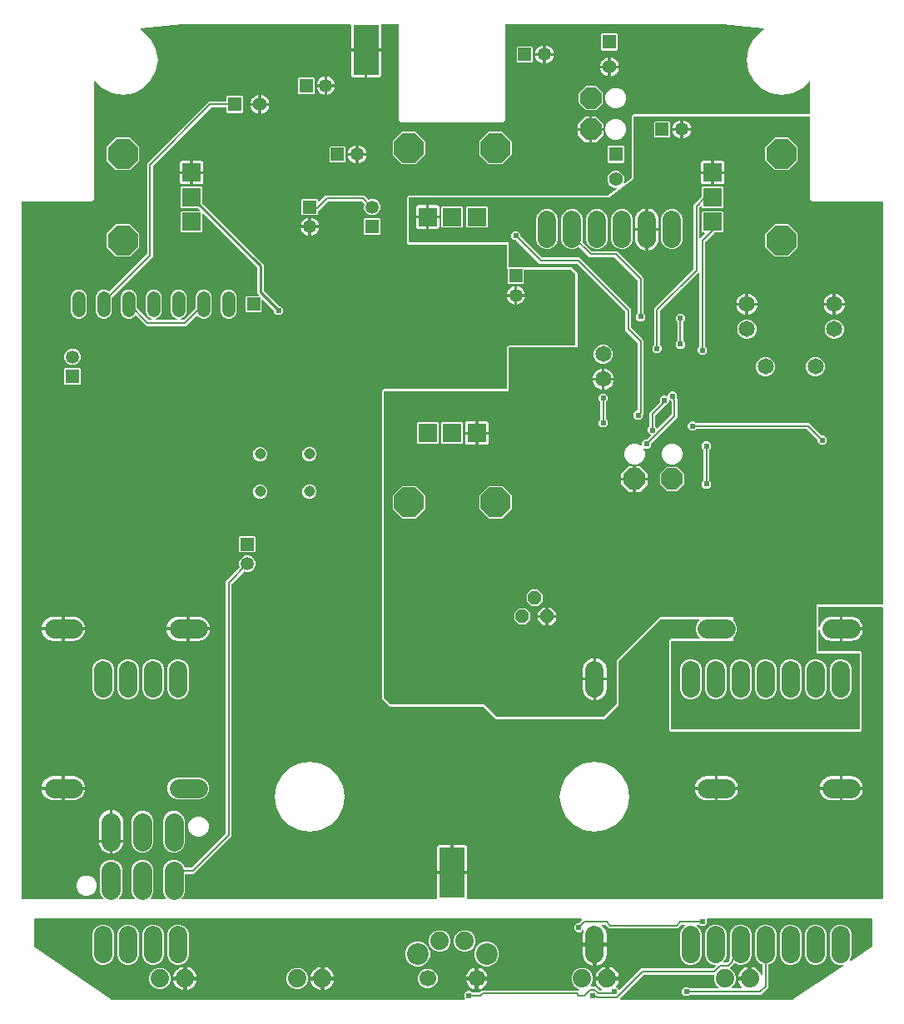
<source format=gbr>
G04 EAGLE Gerber X2 export*
%TF.Part,Single*%
%TF.FileFunction,Copper,L2,Bot,Mixed*%
%TF.FilePolarity,Positive*%
%TF.GenerationSoftware,Autodesk,EAGLE,9.2.0*%
%TF.CreationDate,2018-10-30T13:38:44Z*%
G75*
%MOMM*%
%FSLAX34Y34*%
%LPD*%
%INBottom Copper*%
%IPPOS*%
%AMOC8*
5,1,8,0,0,1.08239X$1,22.5*%
G01*
%ADD10R,1.350000X1.350000*%
%ADD11C,1.350000*%
%ADD12C,1.651000*%
%ADD13C,1.143000*%
%ADD14C,1.408000*%
%ADD15R,1.408000X1.408000*%
%ADD16C,1.879600*%
%ADD17R,1.879600X1.879600*%
%ADD18P,3.247170X8X22.500000*%
%ADD19R,1.320800X1.320800*%
%ADD20C,1.320800*%
%ADD21P,3.247170X8X112.500000*%
%ADD22P,3.247170X8X202.500000*%
%ADD23P,3.247170X8X292.500000*%
%ADD24C,1.950000*%
%ADD25P,2.336880X8X22.500000*%
%ADD26C,2.200000*%
%ADD27C,1.700000*%
%ADD28C,1.879600*%
%ADD29R,2.540000X5.080000*%
%ADD30P,1.429621X8X22.500000*%
%ADD31C,0.203200*%
%ADD32C,0.604800*%
%ADD33C,0.254000*%

G36*
X119437Y106362D02*
X119437Y106362D01*
X119509Y106364D01*
X119558Y106382D01*
X119609Y106390D01*
X119673Y106424D01*
X119740Y106449D01*
X119781Y106481D01*
X119827Y106506D01*
X119876Y106558D01*
X119932Y106602D01*
X119960Y106646D01*
X119996Y106684D01*
X120026Y106749D01*
X120065Y106809D01*
X120078Y106860D01*
X120100Y106907D01*
X120108Y106978D01*
X120125Y107048D01*
X120121Y107100D01*
X120127Y107151D01*
X120112Y107222D01*
X120106Y107293D01*
X120086Y107341D01*
X120075Y107392D01*
X120038Y107453D01*
X120010Y107519D01*
X119965Y107575D01*
X119948Y107603D01*
X119931Y107618D01*
X119905Y107650D01*
X118442Y109113D01*
X116725Y113257D01*
X116725Y137243D01*
X118442Y141387D01*
X121613Y144558D01*
X125757Y146275D01*
X130243Y146275D01*
X134387Y144558D01*
X137558Y141387D01*
X139275Y137243D01*
X139275Y113257D01*
X137558Y109113D01*
X136095Y107650D01*
X136053Y107592D01*
X136004Y107540D01*
X135982Y107493D01*
X135952Y107451D01*
X135931Y107382D01*
X135900Y107317D01*
X135895Y107265D01*
X135879Y107215D01*
X135881Y107144D01*
X135873Y107073D01*
X135884Y107022D01*
X135886Y106970D01*
X135910Y106902D01*
X135925Y106832D01*
X135952Y106787D01*
X135970Y106739D01*
X136015Y106683D01*
X136052Y106621D01*
X136091Y106587D01*
X136124Y106547D01*
X136184Y106508D01*
X136239Y106461D01*
X136287Y106442D01*
X136331Y106414D01*
X136400Y106396D01*
X136467Y106369D01*
X136538Y106361D01*
X136569Y106353D01*
X136592Y106355D01*
X136633Y106351D01*
X151367Y106351D01*
X151437Y106362D01*
X151509Y106364D01*
X151558Y106382D01*
X151609Y106390D01*
X151673Y106424D01*
X151740Y106449D01*
X151781Y106481D01*
X151827Y106506D01*
X151876Y106558D01*
X151932Y106602D01*
X151960Y106646D01*
X151996Y106684D01*
X152026Y106749D01*
X152065Y106809D01*
X152078Y106860D01*
X152100Y106907D01*
X152108Y106978D01*
X152125Y107048D01*
X152121Y107100D01*
X152127Y107151D01*
X152112Y107222D01*
X152106Y107293D01*
X152086Y107341D01*
X152075Y107392D01*
X152038Y107453D01*
X152010Y107519D01*
X151965Y107575D01*
X151948Y107603D01*
X151931Y107618D01*
X151905Y107650D01*
X150442Y109113D01*
X148725Y113257D01*
X148725Y137243D01*
X150442Y141387D01*
X153613Y144558D01*
X157757Y146275D01*
X162243Y146275D01*
X166387Y144558D01*
X169558Y141387D01*
X171275Y137243D01*
X171275Y113257D01*
X169558Y109113D01*
X168095Y107650D01*
X168053Y107592D01*
X168004Y107540D01*
X167982Y107493D01*
X167952Y107451D01*
X167931Y107382D01*
X167900Y107317D01*
X167895Y107265D01*
X167879Y107215D01*
X167881Y107144D01*
X167873Y107073D01*
X167884Y107022D01*
X167886Y106970D01*
X167910Y106902D01*
X167925Y106832D01*
X167952Y106787D01*
X167970Y106739D01*
X168015Y106683D01*
X168052Y106621D01*
X168091Y106587D01*
X168124Y106547D01*
X168184Y106508D01*
X168239Y106461D01*
X168287Y106442D01*
X168331Y106414D01*
X168400Y106396D01*
X168467Y106369D01*
X168538Y106361D01*
X168569Y106353D01*
X168592Y106355D01*
X168633Y106351D01*
X183367Y106351D01*
X183437Y106362D01*
X183509Y106364D01*
X183558Y106382D01*
X183609Y106390D01*
X183673Y106424D01*
X183740Y106449D01*
X183781Y106481D01*
X183827Y106506D01*
X183876Y106558D01*
X183932Y106602D01*
X183960Y106646D01*
X183996Y106684D01*
X184026Y106749D01*
X184065Y106809D01*
X184078Y106860D01*
X184100Y106907D01*
X184108Y106978D01*
X184125Y107048D01*
X184121Y107100D01*
X184127Y107151D01*
X184112Y107222D01*
X184106Y107293D01*
X184086Y107341D01*
X184075Y107392D01*
X184038Y107453D01*
X184010Y107519D01*
X183965Y107575D01*
X183948Y107603D01*
X183931Y107618D01*
X183905Y107650D01*
X182442Y109113D01*
X180725Y113257D01*
X180725Y137243D01*
X182442Y141387D01*
X185613Y144558D01*
X189757Y146275D01*
X194243Y146275D01*
X198387Y144558D01*
X201558Y141387D01*
X202746Y138519D01*
X202808Y138419D01*
X202868Y138319D01*
X202872Y138315D01*
X202876Y138310D01*
X202966Y138235D01*
X203055Y138159D01*
X203060Y138157D01*
X203065Y138153D01*
X203174Y138111D01*
X203283Y138067D01*
X203290Y138066D01*
X203295Y138065D01*
X203313Y138064D01*
X203449Y138049D01*
X209622Y138049D01*
X209712Y138063D01*
X209803Y138071D01*
X209833Y138083D01*
X209865Y138088D01*
X209945Y138131D01*
X210029Y138167D01*
X210061Y138193D01*
X210082Y138204D01*
X210104Y138227D01*
X210160Y138272D01*
X244378Y172490D01*
X244431Y172564D01*
X244491Y172633D01*
X244503Y172663D01*
X244522Y172690D01*
X244549Y172777D01*
X244583Y172861D01*
X244587Y172902D01*
X244594Y172925D01*
X244593Y172957D01*
X244601Y173028D01*
X244601Y429413D01*
X246610Y431422D01*
X258744Y443556D01*
X258813Y443651D01*
X258882Y443745D01*
X258884Y443750D01*
X258888Y443756D01*
X258922Y443867D01*
X258958Y443978D01*
X258958Y443985D01*
X258960Y443991D01*
X258957Y444107D01*
X258956Y444224D01*
X258954Y444232D01*
X258954Y444237D01*
X258947Y444254D01*
X258909Y444385D01*
X258425Y445554D01*
X258425Y448846D01*
X259685Y451887D01*
X262013Y454215D01*
X265054Y455475D01*
X268346Y455475D01*
X271387Y454215D01*
X273715Y451887D01*
X274975Y448846D01*
X274975Y445554D01*
X273715Y442513D01*
X271387Y440185D01*
X268346Y438925D01*
X265054Y438925D01*
X263885Y439409D01*
X263772Y439436D01*
X263658Y439465D01*
X263652Y439464D01*
X263646Y439465D01*
X263529Y439454D01*
X263413Y439445D01*
X263407Y439443D01*
X263401Y439442D01*
X263294Y439395D01*
X263187Y439349D01*
X263181Y439344D01*
X263176Y439342D01*
X263163Y439330D01*
X263056Y439244D01*
X250922Y427110D01*
X250869Y427036D01*
X250809Y426967D01*
X250797Y426937D01*
X250778Y426910D01*
X250751Y426823D01*
X250717Y426739D01*
X250713Y426698D01*
X250706Y426675D01*
X250707Y426643D01*
X250699Y426572D01*
X250699Y170187D01*
X212463Y131951D01*
X204036Y131951D01*
X204016Y131948D01*
X203997Y131950D01*
X203895Y131928D01*
X203793Y131912D01*
X203776Y131902D01*
X203756Y131898D01*
X203667Y131845D01*
X203576Y131796D01*
X203562Y131782D01*
X203545Y131772D01*
X203478Y131693D01*
X203406Y131618D01*
X203398Y131600D01*
X203385Y131585D01*
X203346Y131489D01*
X203303Y131395D01*
X203301Y131375D01*
X203293Y131357D01*
X203275Y131190D01*
X203275Y113257D01*
X201558Y109113D01*
X200095Y107650D01*
X200053Y107592D01*
X200004Y107540D01*
X199982Y107493D01*
X199952Y107451D01*
X199931Y107382D01*
X199900Y107317D01*
X199895Y107265D01*
X199879Y107215D01*
X199881Y107144D01*
X199873Y107073D01*
X199884Y107022D01*
X199886Y106970D01*
X199910Y106902D01*
X199925Y106832D01*
X199952Y106787D01*
X199970Y106739D01*
X200015Y106683D01*
X200052Y106621D01*
X200091Y106587D01*
X200124Y106547D01*
X200184Y106508D01*
X200239Y106461D01*
X200287Y106442D01*
X200331Y106414D01*
X200400Y106396D01*
X200467Y106369D01*
X200538Y106361D01*
X200569Y106353D01*
X200592Y106355D01*
X200633Y106351D01*
X459106Y106351D01*
X459222Y106370D01*
X459341Y106388D01*
X459345Y106390D01*
X459349Y106390D01*
X459453Y106446D01*
X459560Y106501D01*
X459563Y106504D01*
X459566Y106506D01*
X459647Y106591D01*
X459731Y106677D01*
X459733Y106681D01*
X459736Y106684D01*
X459785Y106791D01*
X459837Y106899D01*
X459837Y106903D01*
X459839Y106907D01*
X459852Y107025D01*
X459867Y107143D01*
X459866Y107148D01*
X459866Y107151D01*
X459863Y107165D01*
X459841Y107309D01*
X459759Y107615D01*
X459759Y131827D01*
X474238Y131827D01*
X474258Y131830D01*
X474277Y131828D01*
X474379Y131850D01*
X474481Y131867D01*
X474498Y131876D01*
X474518Y131880D01*
X474607Y131933D01*
X474698Y131982D01*
X474712Y131996D01*
X474729Y132006D01*
X474796Y132085D01*
X474867Y132160D01*
X474876Y132178D01*
X474889Y132193D01*
X474928Y132289D01*
X474971Y132383D01*
X474973Y132403D01*
X474981Y132421D01*
X474999Y132588D01*
X474999Y133351D01*
X475001Y133351D01*
X475001Y132588D01*
X475004Y132568D01*
X475002Y132549D01*
X475024Y132447D01*
X475041Y132345D01*
X475050Y132328D01*
X475054Y132308D01*
X475107Y132219D01*
X475156Y132128D01*
X475170Y132114D01*
X475180Y132097D01*
X475259Y132030D01*
X475334Y131959D01*
X475352Y131950D01*
X475367Y131937D01*
X475463Y131898D01*
X475557Y131855D01*
X475577Y131853D01*
X475595Y131845D01*
X475762Y131827D01*
X490241Y131827D01*
X490241Y107616D01*
X490159Y107309D01*
X490147Y107190D01*
X490134Y107073D01*
X490135Y107068D01*
X490134Y107064D01*
X490161Y106949D01*
X490186Y106832D01*
X490188Y106829D01*
X490189Y106824D01*
X490251Y106723D01*
X490312Y106621D01*
X490315Y106618D01*
X490318Y106615D01*
X490409Y106538D01*
X490499Y106461D01*
X490503Y106460D01*
X490506Y106457D01*
X490616Y106414D01*
X490727Y106369D01*
X490732Y106369D01*
X490735Y106367D01*
X490749Y106367D01*
X490894Y106351D01*
X912238Y106351D01*
X912258Y106354D01*
X912277Y106352D01*
X912379Y106374D01*
X912481Y106390D01*
X912498Y106400D01*
X912518Y106404D01*
X912607Y106457D01*
X912698Y106506D01*
X912712Y106520D01*
X912729Y106530D01*
X912796Y106609D01*
X912868Y106684D01*
X912876Y106702D01*
X912889Y106717D01*
X912928Y106813D01*
X912971Y106907D01*
X912973Y106927D01*
X912981Y106945D01*
X912999Y107112D01*
X912999Y402844D01*
X912996Y402864D01*
X912998Y402883D01*
X912976Y402985D01*
X912960Y403087D01*
X912950Y403104D01*
X912946Y403124D01*
X912893Y403213D01*
X912844Y403304D01*
X912830Y403318D01*
X912820Y403335D01*
X912741Y403402D01*
X912666Y403474D01*
X912648Y403482D01*
X912633Y403495D01*
X912537Y403534D01*
X912443Y403577D01*
X912423Y403579D01*
X912405Y403587D01*
X912238Y403605D01*
X848106Y403605D01*
X848086Y403602D01*
X848067Y403604D01*
X847965Y403582D01*
X847863Y403566D01*
X847846Y403556D01*
X847826Y403552D01*
X847737Y403499D01*
X847646Y403450D01*
X847632Y403436D01*
X847615Y403426D01*
X847548Y403347D01*
X847476Y403272D01*
X847468Y403254D01*
X847455Y403239D01*
X847416Y403143D01*
X847373Y403049D01*
X847371Y403029D01*
X847363Y403011D01*
X847345Y402844D01*
X847345Y383490D01*
X847355Y383427D01*
X847355Y383363D01*
X847375Y383307D01*
X847384Y383247D01*
X847414Y383191D01*
X847435Y383131D01*
X847472Y383083D01*
X847500Y383030D01*
X847546Y382986D01*
X847585Y382935D01*
X847634Y382902D01*
X847678Y382861D01*
X847736Y382834D01*
X847789Y382798D01*
X847847Y382782D01*
X847901Y382757D01*
X847965Y382750D01*
X848026Y382733D01*
X848086Y382737D01*
X848145Y382730D01*
X848208Y382744D01*
X848272Y382747D01*
X848327Y382769D01*
X848386Y382782D01*
X848441Y382815D01*
X848500Y382839D01*
X848545Y382878D01*
X848597Y382908D01*
X848638Y382957D01*
X848687Y382998D01*
X848718Y383050D01*
X848757Y383095D01*
X848781Y383155D01*
X848814Y383209D01*
X848836Y383293D01*
X848849Y383323D01*
X848851Y383348D01*
X848858Y383371D01*
X848962Y384028D01*
X849560Y385868D01*
X850438Y387592D01*
X851575Y389157D01*
X852943Y390525D01*
X854508Y391662D01*
X856232Y392540D01*
X858072Y393138D01*
X859983Y393441D01*
X869177Y393441D01*
X869177Y381912D01*
X869179Y381897D01*
X869178Y381884D01*
X869179Y381880D01*
X869178Y381873D01*
X869200Y381771D01*
X869217Y381669D01*
X869226Y381652D01*
X869230Y381632D01*
X869283Y381543D01*
X869332Y381452D01*
X869346Y381438D01*
X869356Y381421D01*
X869435Y381354D01*
X869510Y381283D01*
X869528Y381274D01*
X869543Y381261D01*
X869639Y381223D01*
X869733Y381179D01*
X869753Y381177D01*
X869771Y381169D01*
X869938Y381151D01*
X870701Y381151D01*
X870701Y381149D01*
X869938Y381149D01*
X869918Y381146D01*
X869899Y381148D01*
X869797Y381126D01*
X869695Y381109D01*
X869678Y381100D01*
X869658Y381096D01*
X869569Y381043D01*
X869478Y380994D01*
X869464Y380980D01*
X869447Y380970D01*
X869380Y380891D01*
X869309Y380816D01*
X869300Y380798D01*
X869287Y380783D01*
X869248Y380687D01*
X869205Y380593D01*
X869203Y380573D01*
X869195Y380555D01*
X869177Y380388D01*
X869177Y368859D01*
X859983Y368859D01*
X858072Y369162D01*
X856232Y369760D01*
X854508Y370638D01*
X852943Y371775D01*
X851575Y373143D01*
X850438Y374708D01*
X849560Y376432D01*
X848962Y378272D01*
X848858Y378929D01*
X848838Y378990D01*
X848827Y379053D01*
X848799Y379106D01*
X848781Y379162D01*
X848742Y379214D01*
X848712Y379270D01*
X848669Y379311D01*
X848633Y379359D01*
X848580Y379395D01*
X848534Y379439D01*
X848480Y379465D01*
X848430Y379499D01*
X848369Y379516D01*
X848311Y379543D01*
X848251Y379550D01*
X848194Y379566D01*
X848130Y379563D01*
X848067Y379570D01*
X848008Y379557D01*
X847948Y379555D01*
X847889Y379531D01*
X847826Y379518D01*
X847775Y379487D01*
X847719Y379465D01*
X847670Y379424D01*
X847615Y379392D01*
X847576Y379346D01*
X847530Y379308D01*
X847497Y379253D01*
X847455Y379205D01*
X847433Y379149D01*
X847401Y379098D01*
X847387Y379036D01*
X847363Y378977D01*
X847354Y378891D01*
X847346Y378858D01*
X847347Y378834D01*
X847345Y378810D01*
X847345Y359156D01*
X847348Y359136D01*
X847346Y359117D01*
X847368Y359015D01*
X847384Y358913D01*
X847394Y358896D01*
X847398Y358876D01*
X847451Y358787D01*
X847500Y358696D01*
X847514Y358682D01*
X847524Y358665D01*
X847603Y358598D01*
X847678Y358526D01*
X847696Y358518D01*
X847711Y358505D01*
X847807Y358466D01*
X847901Y358423D01*
X847921Y358421D01*
X847939Y358413D01*
X848106Y358395D01*
X890158Y358395D01*
X891795Y356758D01*
X891795Y278242D01*
X890158Y276605D01*
X697342Y276605D01*
X695705Y278242D01*
X695705Y369458D01*
X697342Y371095D01*
X726223Y371095D01*
X726293Y371106D01*
X726365Y371108D01*
X726414Y371126D01*
X726465Y371134D01*
X726529Y371168D01*
X726596Y371193D01*
X726637Y371225D01*
X726683Y371250D01*
X726732Y371302D01*
X726788Y371346D01*
X726816Y371390D01*
X726852Y371428D01*
X726882Y371493D01*
X726921Y371553D01*
X726934Y371604D01*
X726956Y371651D01*
X726964Y371722D01*
X726981Y371792D01*
X726977Y371844D01*
X726983Y371895D01*
X726968Y371966D01*
X726962Y372037D01*
X726942Y372085D01*
X726931Y372136D01*
X726894Y372197D01*
X726866Y372263D01*
X726821Y372319D01*
X726804Y372347D01*
X726787Y372362D01*
X726761Y372394D01*
X724392Y374763D01*
X722675Y378907D01*
X722675Y383393D01*
X724392Y387537D01*
X726461Y389606D01*
X726503Y389664D01*
X726552Y389716D01*
X726574Y389763D01*
X726604Y389805D01*
X726625Y389874D01*
X726656Y389939D01*
X726661Y389991D01*
X726677Y390041D01*
X726675Y390112D01*
X726683Y390183D01*
X726672Y390234D01*
X726670Y390286D01*
X726646Y390354D01*
X726631Y390424D01*
X726604Y390469D01*
X726586Y390517D01*
X726541Y390573D01*
X726504Y390635D01*
X726465Y390669D01*
X726432Y390709D01*
X726372Y390748D01*
X726317Y390795D01*
X726269Y390814D01*
X726225Y390842D01*
X726156Y390860D01*
X726089Y390887D01*
X726018Y390895D01*
X725987Y390903D01*
X725964Y390901D01*
X725923Y390905D01*
X687273Y390905D01*
X687183Y390891D01*
X687092Y390883D01*
X687062Y390871D01*
X687030Y390866D01*
X686950Y390823D01*
X686866Y390787D01*
X686834Y390761D01*
X686813Y390750D01*
X686791Y390727D01*
X686735Y390682D01*
X644368Y348315D01*
X644315Y348241D01*
X644255Y348172D01*
X644243Y348142D01*
X644224Y348116D01*
X644197Y348029D01*
X644163Y347944D01*
X644159Y347903D01*
X644152Y347881D01*
X644153Y347848D01*
X644145Y347777D01*
X644145Y303642D01*
X629808Y289305D01*
X519542Y289305D01*
X507065Y301782D01*
X506991Y301835D01*
X506922Y301895D01*
X506892Y301907D01*
X506866Y301926D01*
X506779Y301953D01*
X506694Y301987D01*
X506653Y301991D01*
X506631Y301998D01*
X506598Y301997D01*
X506527Y302005D01*
X411592Y302005D01*
X403605Y309992D01*
X403605Y623458D01*
X405242Y625095D01*
X529844Y625095D01*
X529864Y625098D01*
X529883Y625096D01*
X529985Y625118D01*
X530087Y625134D01*
X530104Y625144D01*
X530124Y625148D01*
X530213Y625201D01*
X530304Y625250D01*
X530318Y625264D01*
X530335Y625274D01*
X530402Y625353D01*
X530474Y625428D01*
X530482Y625446D01*
X530495Y625461D01*
X530534Y625557D01*
X530577Y625651D01*
X530579Y625671D01*
X530587Y625689D01*
X530605Y625856D01*
X530605Y667908D01*
X532242Y669545D01*
X599694Y669545D01*
X599714Y669548D01*
X599733Y669546D01*
X599835Y669568D01*
X599937Y669584D01*
X599954Y669594D01*
X599974Y669598D01*
X600063Y669651D01*
X600154Y669700D01*
X600168Y669714D01*
X600185Y669724D01*
X600252Y669803D01*
X600324Y669878D01*
X600332Y669896D01*
X600345Y669911D01*
X600384Y670007D01*
X600427Y670101D01*
X600429Y670121D01*
X600437Y670139D01*
X600455Y670306D01*
X600455Y741477D01*
X600441Y741567D01*
X600433Y741658D01*
X600421Y741688D01*
X600416Y741720D01*
X600373Y741800D01*
X600337Y741884D01*
X600311Y741916D01*
X600300Y741937D01*
X600277Y741959D01*
X600232Y742015D01*
X595965Y746282D01*
X595891Y746335D01*
X595822Y746395D01*
X595792Y746407D01*
X595766Y746426D01*
X595679Y746453D01*
X595594Y746487D01*
X595553Y746491D01*
X595531Y746498D01*
X595498Y746497D01*
X595427Y746505D01*
X548786Y746505D01*
X548766Y746502D01*
X548747Y746504D01*
X548645Y746482D01*
X548543Y746466D01*
X548526Y746456D01*
X548506Y746452D01*
X548417Y746399D01*
X548326Y746350D01*
X548312Y746336D01*
X548295Y746326D01*
X548228Y746247D01*
X548156Y746172D01*
X548148Y746154D01*
X548135Y746139D01*
X548096Y746043D01*
X548053Y745949D01*
X548051Y745929D01*
X548043Y745911D01*
X548025Y745744D01*
X548025Y732868D01*
X547132Y731975D01*
X532368Y731975D01*
X531475Y732868D01*
X531475Y746957D01*
X531461Y747047D01*
X531453Y747138D01*
X531441Y747168D01*
X531436Y747200D01*
X531393Y747280D01*
X531357Y747364D01*
X531331Y747397D01*
X531320Y747417D01*
X531297Y747439D01*
X531252Y747495D01*
X530605Y748142D01*
X530605Y771144D01*
X530602Y771164D01*
X530604Y771183D01*
X530582Y771285D01*
X530566Y771387D01*
X530556Y771404D01*
X530552Y771424D01*
X530499Y771513D01*
X530450Y771604D01*
X530436Y771618D01*
X530426Y771635D01*
X530347Y771702D01*
X530272Y771774D01*
X530254Y771782D01*
X530239Y771795D01*
X530143Y771834D01*
X530049Y771877D01*
X530029Y771879D01*
X530011Y771887D01*
X529844Y771905D01*
X430642Y771905D01*
X429005Y773542D01*
X429005Y820308D01*
X430642Y821945D01*
X633815Y821945D01*
X633852Y821951D01*
X633889Y821948D01*
X633973Y821971D01*
X634057Y821984D01*
X634091Y822002D01*
X634127Y822012D01*
X634271Y822097D01*
X642495Y828265D01*
X642497Y828267D01*
X642499Y828268D01*
X642582Y828355D01*
X642666Y828442D01*
X642667Y828444D01*
X642668Y828446D01*
X642719Y828556D01*
X642771Y828665D01*
X642771Y828667D01*
X642772Y828669D01*
X642785Y828788D01*
X642799Y828909D01*
X642799Y828911D01*
X642799Y828913D01*
X642773Y829032D01*
X642748Y829150D01*
X642747Y829152D01*
X642747Y829154D01*
X642685Y829258D01*
X642623Y829362D01*
X642622Y829363D01*
X642620Y829365D01*
X642528Y829444D01*
X642437Y829523D01*
X642435Y829523D01*
X642434Y829525D01*
X642320Y829571D01*
X642210Y829616D01*
X642207Y829616D01*
X642205Y829617D01*
X642039Y829635D01*
X639646Y829635D01*
X636498Y830939D01*
X634089Y833348D01*
X632785Y836496D01*
X632785Y839904D01*
X634089Y843052D01*
X636498Y845461D01*
X639646Y846765D01*
X643054Y846765D01*
X646202Y845461D01*
X648611Y843052D01*
X649915Y839904D01*
X649915Y836496D01*
X649376Y835196D01*
X649366Y835153D01*
X649347Y835114D01*
X649338Y835034D01*
X649320Y834956D01*
X649324Y834913D01*
X649319Y834869D01*
X649335Y834791D01*
X649343Y834711D01*
X649361Y834671D01*
X649370Y834629D01*
X649410Y834560D01*
X649443Y834487D01*
X649473Y834455D01*
X649495Y834417D01*
X649555Y834365D01*
X649609Y834306D01*
X649648Y834284D01*
X649681Y834256D01*
X649755Y834226D01*
X649825Y834187D01*
X649868Y834179D01*
X649908Y834163D01*
X649988Y834158D01*
X650067Y834143D01*
X650110Y834150D01*
X650154Y834147D01*
X650231Y834167D01*
X650310Y834179D01*
X650349Y834199D01*
X650392Y834210D01*
X650517Y834284D01*
X650530Y834291D01*
X650532Y834293D01*
X650536Y834295D01*
X657301Y839369D01*
X657316Y839385D01*
X657335Y839396D01*
X657401Y839473D01*
X657471Y839546D01*
X657480Y839566D01*
X657495Y839583D01*
X657533Y839677D01*
X657576Y839769D01*
X657579Y839791D01*
X657587Y839811D01*
X657605Y839978D01*
X657605Y902858D01*
X659242Y904495D01*
X838238Y904495D01*
X838258Y904498D01*
X838277Y904496D01*
X838379Y904518D01*
X838481Y904534D01*
X838498Y904544D01*
X838518Y904548D01*
X838607Y904601D01*
X838698Y904650D01*
X838712Y904664D01*
X838729Y904674D01*
X838796Y904753D01*
X838868Y904828D01*
X838876Y904846D01*
X838889Y904861D01*
X838928Y904957D01*
X838971Y905051D01*
X838973Y905071D01*
X838981Y905089D01*
X838999Y905256D01*
X838999Y937503D01*
X838988Y937574D01*
X838986Y937646D01*
X838968Y937695D01*
X838960Y937746D01*
X838926Y937809D01*
X838901Y937877D01*
X838869Y937917D01*
X838844Y937964D01*
X838792Y938013D01*
X838748Y938069D01*
X838704Y938097D01*
X838666Y938133D01*
X838601Y938163D01*
X838541Y938202D01*
X838490Y938215D01*
X838443Y938237D01*
X838372Y938244D01*
X838302Y938262D01*
X838250Y938258D01*
X838199Y938264D01*
X838128Y938248D01*
X838057Y938243D01*
X838009Y938222D01*
X837958Y938211D01*
X837897Y938175D01*
X837831Y938146D01*
X837775Y938102D01*
X837747Y938085D01*
X837732Y938067D01*
X837700Y938042D01*
X830897Y931238D01*
X820986Y926189D01*
X810000Y924449D01*
X799014Y926189D01*
X789103Y931238D01*
X781238Y939103D01*
X776189Y949014D01*
X774449Y960000D01*
X776189Y970986D01*
X781238Y980897D01*
X789103Y988762D01*
X791702Y990085D01*
X791724Y990101D01*
X791749Y990112D01*
X791822Y990174D01*
X791900Y990231D01*
X791916Y990253D01*
X791936Y990271D01*
X791986Y990353D01*
X792041Y990432D01*
X792049Y990458D01*
X792063Y990481D01*
X792084Y990576D01*
X792111Y990668D01*
X792110Y990695D01*
X792116Y990722D01*
X792106Y990818D01*
X792102Y990914D01*
X792093Y990939D01*
X792090Y990966D01*
X792050Y991054D01*
X792016Y991144D01*
X791998Y991165D01*
X791987Y991190D01*
X791921Y991260D01*
X791860Y991334D01*
X791837Y991349D01*
X791818Y991369D01*
X791733Y991414D01*
X791652Y991465D01*
X791625Y991472D01*
X791601Y991484D01*
X791437Y991521D01*
X749826Y995995D01*
X749798Y995993D01*
X749745Y995999D01*
X529762Y995999D01*
X529742Y995996D01*
X529723Y995998D01*
X529621Y995976D01*
X529519Y995960D01*
X529502Y995950D01*
X529482Y995946D01*
X529393Y995893D01*
X529302Y995844D01*
X529288Y995830D01*
X529271Y995820D01*
X529204Y995741D01*
X529132Y995666D01*
X529124Y995648D01*
X529111Y995633D01*
X529072Y995537D01*
X529029Y995443D01*
X529027Y995423D01*
X529019Y995405D01*
X529001Y995238D01*
X529001Y898343D01*
X526657Y895999D01*
X423343Y895999D01*
X420999Y898343D01*
X420999Y995238D01*
X420996Y995258D01*
X420998Y995277D01*
X420976Y995379D01*
X420960Y995481D01*
X420950Y995498D01*
X420946Y995518D01*
X420893Y995607D01*
X420844Y995698D01*
X420830Y995712D01*
X420820Y995729D01*
X420741Y995796D01*
X420666Y995868D01*
X420648Y995876D01*
X420633Y995889D01*
X420537Y995928D01*
X420443Y995971D01*
X420423Y995973D01*
X420405Y995981D01*
X420238Y995999D01*
X403352Y995999D01*
X403332Y995996D01*
X403313Y995998D01*
X403211Y995976D01*
X403109Y995960D01*
X403092Y995950D01*
X403072Y995946D01*
X402983Y995893D01*
X402892Y995844D01*
X402878Y995830D01*
X402861Y995820D01*
X402794Y995741D01*
X402722Y995666D01*
X402714Y995648D01*
X402701Y995633D01*
X402662Y995537D01*
X402619Y995443D01*
X402617Y995423D01*
X402609Y995405D01*
X402591Y995238D01*
X402591Y971523D01*
X388112Y971523D01*
X388092Y971520D01*
X388073Y971522D01*
X387971Y971500D01*
X387869Y971483D01*
X387852Y971474D01*
X387832Y971470D01*
X387743Y971417D01*
X387652Y971368D01*
X387638Y971354D01*
X387621Y971344D01*
X387554Y971265D01*
X387483Y971190D01*
X387474Y971172D01*
X387461Y971157D01*
X387422Y971061D01*
X387379Y970967D01*
X387377Y970947D01*
X387369Y970929D01*
X387351Y970762D01*
X387351Y969999D01*
X387349Y969999D01*
X387349Y970762D01*
X387346Y970782D01*
X387348Y970801D01*
X387326Y970903D01*
X387309Y971005D01*
X387300Y971022D01*
X387296Y971042D01*
X387243Y971131D01*
X387194Y971222D01*
X387180Y971236D01*
X387170Y971253D01*
X387091Y971320D01*
X387016Y971391D01*
X386998Y971400D01*
X386983Y971413D01*
X386887Y971452D01*
X386793Y971495D01*
X386773Y971497D01*
X386755Y971505D01*
X386588Y971523D01*
X372109Y971523D01*
X372109Y995238D01*
X372106Y995258D01*
X372108Y995277D01*
X372086Y995379D01*
X372070Y995481D01*
X372060Y995498D01*
X372056Y995518D01*
X372003Y995607D01*
X371954Y995698D01*
X371940Y995712D01*
X371930Y995729D01*
X371851Y995796D01*
X371776Y995868D01*
X371758Y995876D01*
X371743Y995889D01*
X371647Y995928D01*
X371553Y995971D01*
X371533Y995973D01*
X371515Y995981D01*
X371348Y995999D01*
X200255Y995999D01*
X200228Y995995D01*
X200174Y995995D01*
X158563Y991521D01*
X158536Y991513D01*
X158509Y991513D01*
X158418Y991481D01*
X158325Y991455D01*
X158303Y991440D01*
X158277Y991431D01*
X158202Y991371D01*
X158122Y991317D01*
X158105Y991296D01*
X158084Y991279D01*
X158031Y991199D01*
X157972Y991122D01*
X157964Y991096D01*
X157949Y991074D01*
X157924Y990980D01*
X157893Y990889D01*
X157893Y990862D01*
X157886Y990836D01*
X157893Y990740D01*
X157892Y990643D01*
X157901Y990617D01*
X157903Y990590D01*
X157939Y990501D01*
X157970Y990410D01*
X157986Y990388D01*
X157997Y990363D01*
X158060Y990290D01*
X158118Y990213D01*
X158140Y990198D01*
X158158Y990178D01*
X158298Y990085D01*
X160897Y988762D01*
X168762Y980896D01*
X173811Y970986D01*
X175551Y960000D01*
X173811Y949014D01*
X168762Y939103D01*
X160897Y931238D01*
X150986Y926189D01*
X140000Y924449D01*
X129014Y926189D01*
X119103Y931238D01*
X112300Y938042D01*
X112242Y938084D01*
X112190Y938133D01*
X112143Y938155D01*
X112101Y938185D01*
X112032Y938206D01*
X111967Y938237D01*
X111915Y938242D01*
X111865Y938258D01*
X111794Y938256D01*
X111723Y938264D01*
X111672Y938253D01*
X111620Y938251D01*
X111552Y938227D01*
X111482Y938211D01*
X111437Y938185D01*
X111389Y938167D01*
X111333Y938122D01*
X111271Y938085D01*
X111237Y938046D01*
X111197Y938013D01*
X111158Y937953D01*
X111111Y937898D01*
X111092Y937850D01*
X111064Y937806D01*
X111046Y937737D01*
X111019Y937670D01*
X111011Y937599D01*
X111003Y937568D01*
X111005Y937544D01*
X111001Y937503D01*
X111001Y818343D01*
X108657Y815999D01*
X37762Y815999D01*
X37742Y815996D01*
X37723Y815998D01*
X37621Y815976D01*
X37519Y815960D01*
X37502Y815950D01*
X37482Y815946D01*
X37393Y815893D01*
X37302Y815844D01*
X37288Y815830D01*
X37271Y815820D01*
X37204Y815741D01*
X37132Y815666D01*
X37124Y815648D01*
X37111Y815633D01*
X37072Y815537D01*
X37029Y815443D01*
X37027Y815423D01*
X37019Y815405D01*
X37001Y815238D01*
X37001Y107112D01*
X37004Y107092D01*
X37002Y107073D01*
X37024Y106971D01*
X37040Y106869D01*
X37050Y106852D01*
X37054Y106832D01*
X37107Y106743D01*
X37156Y106652D01*
X37170Y106638D01*
X37180Y106621D01*
X37259Y106554D01*
X37334Y106482D01*
X37352Y106474D01*
X37367Y106461D01*
X37463Y106422D01*
X37557Y106379D01*
X37577Y106377D01*
X37595Y106369D01*
X37762Y106351D01*
X119367Y106351D01*
X119437Y106362D01*
G37*
G36*
X889020Y278642D02*
X889020Y278642D01*
X889039Y278640D01*
X889141Y278662D01*
X889243Y278679D01*
X889260Y278688D01*
X889280Y278692D01*
X889369Y278745D01*
X889460Y278794D01*
X889474Y278808D01*
X889491Y278818D01*
X889558Y278897D01*
X889630Y278972D01*
X889638Y278990D01*
X889651Y279005D01*
X889690Y279101D01*
X889733Y279195D01*
X889735Y279215D01*
X889743Y279233D01*
X889761Y279400D01*
X889761Y355600D01*
X889758Y355620D01*
X889760Y355639D01*
X889738Y355741D01*
X889722Y355843D01*
X889712Y355860D01*
X889708Y355880D01*
X889655Y355969D01*
X889606Y356060D01*
X889592Y356074D01*
X889582Y356091D01*
X889503Y356158D01*
X889428Y356230D01*
X889410Y356238D01*
X889395Y356251D01*
X889299Y356290D01*
X889205Y356333D01*
X889185Y356335D01*
X889167Y356343D01*
X889000Y356361D01*
X845311Y356361D01*
X845311Y405639D01*
X912238Y405639D01*
X912258Y405642D01*
X912277Y405640D01*
X912379Y405662D01*
X912481Y405679D01*
X912498Y405688D01*
X912518Y405692D01*
X912607Y405745D01*
X912698Y405794D01*
X912712Y405808D01*
X912729Y405818D01*
X912796Y405897D01*
X912868Y405972D01*
X912876Y405990D01*
X912889Y406005D01*
X912928Y406101D01*
X912971Y406195D01*
X912973Y406215D01*
X912981Y406233D01*
X912999Y406400D01*
X912999Y815238D01*
X912996Y815258D01*
X912998Y815277D01*
X912976Y815379D01*
X912960Y815481D01*
X912950Y815498D01*
X912946Y815518D01*
X912893Y815607D01*
X912844Y815698D01*
X912830Y815712D01*
X912820Y815729D01*
X912741Y815796D01*
X912666Y815868D01*
X912648Y815876D01*
X912633Y815889D01*
X912537Y815928D01*
X912443Y815971D01*
X912423Y815973D01*
X912405Y815981D01*
X912238Y815999D01*
X841343Y815999D01*
X838999Y818343D01*
X838999Y901700D01*
X838996Y901720D01*
X838998Y901739D01*
X838976Y901841D01*
X838960Y901943D01*
X838950Y901960D01*
X838946Y901980D01*
X838893Y902069D01*
X838844Y902160D01*
X838830Y902174D01*
X838820Y902191D01*
X838741Y902258D01*
X838666Y902330D01*
X838648Y902338D01*
X838633Y902351D01*
X838537Y902390D01*
X838443Y902433D01*
X838423Y902435D01*
X838405Y902443D01*
X838238Y902461D01*
X660400Y902461D01*
X660380Y902458D01*
X660361Y902460D01*
X660259Y902438D01*
X660157Y902422D01*
X660140Y902412D01*
X660120Y902408D01*
X660031Y902355D01*
X659940Y902306D01*
X659926Y902292D01*
X659909Y902282D01*
X659842Y902203D01*
X659771Y902128D01*
X659762Y902110D01*
X659749Y902095D01*
X659710Y901999D01*
X659667Y901905D01*
X659665Y901885D01*
X659657Y901867D01*
X659639Y901700D01*
X659639Y838581D01*
X634746Y819911D01*
X431800Y819911D01*
X431780Y819908D01*
X431761Y819910D01*
X431659Y819888D01*
X431557Y819872D01*
X431540Y819862D01*
X431520Y819858D01*
X431431Y819805D01*
X431340Y819756D01*
X431326Y819742D01*
X431309Y819732D01*
X431242Y819653D01*
X431171Y819578D01*
X431162Y819560D01*
X431149Y819545D01*
X431110Y819449D01*
X431067Y819355D01*
X431065Y819335D01*
X431057Y819317D01*
X431039Y819150D01*
X431039Y774700D01*
X431042Y774680D01*
X431040Y774661D01*
X431062Y774559D01*
X431079Y774457D01*
X431088Y774440D01*
X431092Y774420D01*
X431145Y774331D01*
X431194Y774240D01*
X431208Y774226D01*
X431218Y774209D01*
X431297Y774142D01*
X431372Y774071D01*
X431390Y774062D01*
X431405Y774049D01*
X431501Y774010D01*
X431595Y773967D01*
X431615Y773965D01*
X431633Y773957D01*
X431800Y773939D01*
X532639Y773939D01*
X532639Y749300D01*
X532642Y749280D01*
X532640Y749261D01*
X532662Y749159D01*
X532679Y749057D01*
X532688Y749040D01*
X532692Y749020D01*
X532745Y748931D01*
X532794Y748840D01*
X532808Y748826D01*
X532818Y748809D01*
X532897Y748742D01*
X532972Y748671D01*
X532990Y748662D01*
X533005Y748649D01*
X533101Y748610D01*
X533195Y748567D01*
X533215Y748565D01*
X533233Y748557D01*
X533400Y748539D01*
X596585Y748539D01*
X602489Y742635D01*
X602489Y667511D01*
X533400Y667511D01*
X533380Y667508D01*
X533361Y667510D01*
X533259Y667488D01*
X533157Y667472D01*
X533140Y667462D01*
X533120Y667458D01*
X533031Y667405D01*
X532940Y667356D01*
X532926Y667342D01*
X532909Y667332D01*
X532842Y667253D01*
X532771Y667178D01*
X532762Y667160D01*
X532749Y667145D01*
X532710Y667049D01*
X532667Y666955D01*
X532665Y666935D01*
X532657Y666917D01*
X532639Y666750D01*
X532639Y623061D01*
X406400Y623061D01*
X406380Y623058D01*
X406361Y623060D01*
X406259Y623038D01*
X406157Y623022D01*
X406140Y623012D01*
X406120Y623008D01*
X406031Y622955D01*
X405940Y622906D01*
X405926Y622892D01*
X405909Y622882D01*
X405842Y622803D01*
X405771Y622728D01*
X405762Y622710D01*
X405749Y622695D01*
X405710Y622599D01*
X405667Y622505D01*
X405665Y622485D01*
X405657Y622467D01*
X405639Y622300D01*
X405639Y311150D01*
X405654Y311060D01*
X405661Y310969D01*
X405673Y310939D01*
X405679Y310907D01*
X405721Y310827D01*
X405757Y310743D01*
X405783Y310711D01*
X405794Y310690D01*
X405817Y310668D01*
X405862Y310612D01*
X412212Y304262D01*
X412286Y304209D01*
X412355Y304149D01*
X412385Y304137D01*
X412411Y304118D01*
X412498Y304091D01*
X412583Y304057D01*
X412624Y304053D01*
X412647Y304046D01*
X412679Y304047D01*
X412750Y304039D01*
X507685Y304039D01*
X520162Y291562D01*
X520236Y291509D01*
X520305Y291449D01*
X520335Y291437D01*
X520361Y291418D01*
X520448Y291391D01*
X520533Y291357D01*
X520574Y291353D01*
X520597Y291346D01*
X520629Y291347D01*
X520700Y291339D01*
X628650Y291339D01*
X628740Y291354D01*
X628831Y291361D01*
X628861Y291373D01*
X628893Y291379D01*
X628973Y291421D01*
X629057Y291457D01*
X629089Y291483D01*
X629110Y291494D01*
X629132Y291517D01*
X629188Y291562D01*
X641888Y304262D01*
X641941Y304336D01*
X642001Y304405D01*
X642013Y304435D01*
X642032Y304461D01*
X642059Y304548D01*
X642093Y304633D01*
X642097Y304674D01*
X642104Y304697D01*
X642103Y304729D01*
X642111Y304800D01*
X642111Y348935D01*
X686115Y392939D01*
X761239Y392939D01*
X761239Y389621D01*
X761254Y389531D01*
X761261Y389440D01*
X761273Y389411D01*
X761279Y389379D01*
X761321Y389298D01*
X761357Y389214D01*
X761383Y389182D01*
X761394Y389161D01*
X761417Y389139D01*
X761462Y389083D01*
X763008Y387537D01*
X764725Y383393D01*
X764725Y378907D01*
X763008Y374763D01*
X761462Y373217D01*
X761409Y373143D01*
X761349Y373073D01*
X761337Y373043D01*
X761318Y373017D01*
X761291Y372930D01*
X761257Y372845D01*
X761253Y372804D01*
X761246Y372782D01*
X761247Y372750D01*
X761239Y372679D01*
X761239Y369061D01*
X698500Y369061D01*
X698480Y369058D01*
X698461Y369060D01*
X698359Y369038D01*
X698257Y369022D01*
X698240Y369012D01*
X698220Y369008D01*
X698131Y368955D01*
X698040Y368906D01*
X698026Y368892D01*
X698009Y368882D01*
X697942Y368803D01*
X697871Y368728D01*
X697862Y368710D01*
X697849Y368695D01*
X697810Y368599D01*
X697767Y368505D01*
X697765Y368485D01*
X697757Y368467D01*
X697739Y368300D01*
X697739Y279400D01*
X697742Y279380D01*
X697740Y279361D01*
X697762Y279259D01*
X697779Y279157D01*
X697788Y279140D01*
X697792Y279120D01*
X697845Y279031D01*
X697894Y278940D01*
X697908Y278926D01*
X697918Y278909D01*
X697997Y278842D01*
X698072Y278771D01*
X698090Y278762D01*
X698105Y278749D01*
X698201Y278710D01*
X698295Y278667D01*
X698315Y278665D01*
X698333Y278657D01*
X698500Y278639D01*
X889000Y278639D01*
X889020Y278642D01*
G37*
G36*
X487016Y4005D02*
X487016Y4005D01*
X487046Y4002D01*
X487157Y4025D01*
X487269Y4041D01*
X487296Y4053D01*
X487324Y4058D01*
X487425Y4111D01*
X487528Y4157D01*
X487551Y4176D01*
X487577Y4189D01*
X487659Y4267D01*
X487745Y4340D01*
X487762Y4365D01*
X487783Y4385D01*
X487840Y4483D01*
X487903Y4577D01*
X487912Y4605D01*
X487927Y4630D01*
X487954Y4740D01*
X487989Y4848D01*
X487989Y4878D01*
X487997Y4906D01*
X487993Y5019D01*
X487996Y5132D01*
X487989Y5161D01*
X487988Y5190D01*
X487953Y5298D01*
X487924Y5407D01*
X487909Y5433D01*
X487900Y5461D01*
X487855Y5525D01*
X487779Y5652D01*
X487733Y5695D01*
X487705Y5734D01*
X487195Y6244D01*
X487195Y10012D01*
X489860Y12677D01*
X493628Y12677D01*
X494831Y11474D01*
X494901Y11422D01*
X494964Y11362D01*
X495014Y11336D01*
X495058Y11303D01*
X495140Y11272D01*
X495218Y11232D01*
X495265Y11224D01*
X495324Y11202D01*
X495471Y11190D01*
X495549Y11177D01*
X502253Y11177D01*
X502339Y11189D01*
X502427Y11192D01*
X502479Y11209D01*
X502534Y11217D01*
X502614Y11252D01*
X502697Y11279D01*
X502736Y11307D01*
X502794Y11333D01*
X502907Y11429D01*
X502971Y11474D01*
X504705Y13209D01*
X603086Y13209D01*
X603171Y13221D01*
X603257Y13223D01*
X603311Y13241D01*
X603367Y13249D01*
X603446Y13284D01*
X603528Y13310D01*
X603575Y13342D01*
X603627Y13365D01*
X603692Y13420D01*
X603764Y13468D01*
X603800Y13512D01*
X603844Y13548D01*
X603891Y13620D01*
X603947Y13686D01*
X603970Y13738D01*
X604001Y13785D01*
X604027Y13867D01*
X604062Y13946D01*
X604070Y14002D01*
X604087Y14056D01*
X604089Y14142D01*
X604101Y14227D01*
X604093Y14283D01*
X604094Y14340D01*
X604073Y14423D01*
X604060Y14508D01*
X604037Y14560D01*
X604023Y14615D01*
X603979Y14689D01*
X603943Y14768D01*
X603906Y14811D01*
X603877Y14860D01*
X603815Y14919D01*
X603759Y14984D01*
X603717Y15010D01*
X603670Y15054D01*
X603541Y15120D01*
X603474Y15162D01*
X601113Y16140D01*
X598040Y19213D01*
X596377Y23227D01*
X596377Y27573D01*
X598040Y31587D01*
X601113Y34660D01*
X605127Y36323D01*
X609473Y36323D01*
X613487Y34660D01*
X616560Y31587D01*
X618223Y27573D01*
X618223Y23227D01*
X616560Y19213D01*
X616353Y19006D01*
X616335Y18982D01*
X616313Y18963D01*
X616250Y18869D01*
X616182Y18779D01*
X616172Y18751D01*
X616155Y18727D01*
X616121Y18619D01*
X616081Y18513D01*
X616078Y18484D01*
X616070Y18456D01*
X616067Y18343D01*
X616057Y18230D01*
X616063Y18201D01*
X616062Y18172D01*
X616091Y18062D01*
X616113Y17951D01*
X616127Y17925D01*
X616134Y17897D01*
X616192Y17799D01*
X616244Y17699D01*
X616264Y17677D01*
X616279Y17652D01*
X616362Y17575D01*
X616440Y17493D01*
X616465Y17478D01*
X616487Y17458D01*
X616587Y17406D01*
X616685Y17349D01*
X616714Y17342D01*
X616740Y17328D01*
X616817Y17315D01*
X616961Y17279D01*
X617023Y17281D01*
X617071Y17273D01*
X621023Y17273D01*
X624789Y13506D01*
X624859Y13454D01*
X624923Y13394D01*
X624973Y13368D01*
X625017Y13335D01*
X625098Y13304D01*
X625176Y13264D01*
X625224Y13256D01*
X625282Y13234D01*
X625430Y13222D01*
X625507Y13209D01*
X626101Y13209D01*
X626146Y13215D01*
X626193Y13213D01*
X626287Y13235D01*
X626382Y13249D01*
X626424Y13267D01*
X626469Y13278D01*
X626553Y13325D01*
X626642Y13365D01*
X626677Y13395D01*
X626717Y13417D01*
X626785Y13486D01*
X626859Y13548D01*
X626884Y13587D01*
X626917Y13620D01*
X626963Y13705D01*
X627016Y13785D01*
X627030Y13829D01*
X627052Y13870D01*
X627073Y13964D01*
X627102Y14056D01*
X627103Y14102D01*
X627113Y14148D01*
X627107Y14244D01*
X627109Y14340D01*
X627097Y14385D01*
X627094Y14431D01*
X627062Y14522D01*
X627037Y14615D01*
X627014Y14655D01*
X626998Y14699D01*
X626941Y14777D01*
X626892Y14860D01*
X626858Y14891D01*
X626831Y14929D01*
X626771Y14974D01*
X626685Y15054D01*
X626611Y15092D01*
X626561Y15129D01*
X626443Y15189D01*
X624922Y16294D01*
X623594Y17622D01*
X622489Y19143D01*
X621636Y20817D01*
X621055Y22604D01*
X620934Y23369D01*
X631684Y23369D01*
X631742Y23377D01*
X631800Y23375D01*
X631882Y23397D01*
X631965Y23409D01*
X632019Y23433D01*
X632075Y23447D01*
X632148Y23490D01*
X632225Y23525D01*
X632269Y23563D01*
X632320Y23593D01*
X632377Y23654D01*
X632442Y23709D01*
X632474Y23757D01*
X632514Y23800D01*
X632553Y23875D01*
X632599Y23945D01*
X632617Y24001D01*
X632644Y24053D01*
X632655Y24121D01*
X632685Y24216D01*
X632688Y24316D01*
X632699Y24384D01*
X632699Y25401D01*
X632701Y25401D01*
X632701Y24384D01*
X632709Y24326D01*
X632708Y24268D01*
X632729Y24186D01*
X632741Y24103D01*
X632765Y24049D01*
X632779Y23993D01*
X632822Y23920D01*
X632857Y23843D01*
X632895Y23798D01*
X632925Y23748D01*
X632986Y23690D01*
X633041Y23626D01*
X633089Y23594D01*
X633132Y23554D01*
X633207Y23515D01*
X633277Y23469D01*
X633333Y23451D01*
X633385Y23424D01*
X633453Y23413D01*
X633548Y23383D01*
X633648Y23380D01*
X633716Y23369D01*
X644466Y23369D01*
X644345Y22604D01*
X643764Y20817D01*
X642911Y19143D01*
X642011Y17905D01*
X641955Y17798D01*
X641894Y17694D01*
X641888Y17673D01*
X641878Y17654D01*
X641853Y17535D01*
X641823Y17418D01*
X641824Y17396D01*
X641820Y17375D01*
X641829Y17254D01*
X641833Y17134D01*
X641839Y17113D01*
X641841Y17092D01*
X641883Y16978D01*
X641920Y16863D01*
X641931Y16847D01*
X641940Y16825D01*
X642108Y16597D01*
X642112Y16593D01*
X642115Y16590D01*
X644487Y14218D01*
X644533Y14183D01*
X644574Y14141D01*
X644647Y14098D01*
X644714Y14047D01*
X644769Y14026D01*
X644819Y13997D01*
X644901Y13976D01*
X644980Y13946D01*
X645038Y13941D01*
X645095Y13927D01*
X645179Y13929D01*
X645263Y13922D01*
X645320Y13934D01*
X645379Y13936D01*
X645459Y13962D01*
X645542Y13978D01*
X645594Y14005D01*
X645649Y14023D01*
X645705Y14063D01*
X645794Y14109D01*
X645866Y14178D01*
X645923Y14218D01*
X667265Y35561D01*
X739997Y35561D01*
X740083Y35573D01*
X740171Y35576D01*
X740223Y35593D01*
X740278Y35601D01*
X740358Y35636D01*
X740441Y35663D01*
X740480Y35691D01*
X740538Y35717D01*
X740651Y35813D01*
X740715Y35858D01*
X742803Y37946D01*
X742820Y37970D01*
X742843Y37989D01*
X742905Y38083D01*
X742973Y38173D01*
X742984Y38201D01*
X743000Y38225D01*
X743034Y38333D01*
X743075Y38439D01*
X743077Y38468D01*
X743086Y38496D01*
X743089Y38610D01*
X743098Y38722D01*
X743093Y38751D01*
X743093Y38780D01*
X743065Y38890D01*
X743042Y39001D01*
X743029Y39027D01*
X743021Y39055D01*
X742964Y39153D01*
X742911Y39253D01*
X742891Y39275D01*
X742876Y39300D01*
X742794Y39377D01*
X742716Y39459D01*
X742690Y39474D01*
X742669Y39494D01*
X742568Y39546D01*
X742470Y39603D01*
X742442Y39610D01*
X742416Y39624D01*
X742338Y39637D01*
X742195Y39673D01*
X742132Y39671D01*
X742085Y39679D01*
X740827Y39679D01*
X736813Y41342D01*
X733740Y44415D01*
X732077Y48429D01*
X732077Y71571D01*
X733740Y75585D01*
X736813Y78658D01*
X740827Y80321D01*
X745173Y80321D01*
X749187Y78658D01*
X752260Y75585D01*
X753923Y71571D01*
X753923Y48429D01*
X752260Y44415D01*
X751235Y43390D01*
X751217Y43366D01*
X751195Y43347D01*
X751132Y43253D01*
X751064Y43163D01*
X751054Y43135D01*
X751037Y43111D01*
X751003Y43003D01*
X750963Y42897D01*
X750960Y42868D01*
X750952Y42840D01*
X750949Y42726D01*
X750939Y42614D01*
X750945Y42585D01*
X750944Y42556D01*
X750973Y42446D01*
X750995Y42335D01*
X751009Y42309D01*
X751016Y42281D01*
X751074Y42183D01*
X751126Y42083D01*
X751146Y42061D01*
X751161Y42036D01*
X751244Y41959D01*
X751322Y41877D01*
X751347Y41862D01*
X751369Y41842D01*
X751470Y41790D01*
X751567Y41733D01*
X751596Y41726D01*
X751622Y41712D01*
X751699Y41699D01*
X751843Y41663D01*
X751905Y41665D01*
X751953Y41657D01*
X754221Y41657D01*
X754307Y41669D01*
X754395Y41672D01*
X754447Y41689D01*
X754502Y41697D01*
X754582Y41732D01*
X754665Y41759D01*
X754704Y41787D01*
X754762Y41813D01*
X754875Y41909D01*
X754939Y41954D01*
X756622Y43637D01*
X756674Y43707D01*
X756734Y43771D01*
X756760Y43821D01*
X756793Y43865D01*
X756824Y43946D01*
X756864Y44024D01*
X756872Y44072D01*
X756894Y44130D01*
X756906Y44278D01*
X756919Y44355D01*
X756919Y45967D01*
X757555Y46603D01*
X757556Y46604D01*
X757558Y46605D01*
X757646Y46723D01*
X757726Y46830D01*
X757727Y46832D01*
X757728Y46833D01*
X757778Y46966D01*
X757828Y47096D01*
X757828Y47097D01*
X757828Y47099D01*
X757839Y47238D01*
X757851Y47379D01*
X757851Y47381D01*
X757851Y47382D01*
X757848Y47397D01*
X757795Y47658D01*
X757781Y47685D01*
X757775Y47709D01*
X757477Y48429D01*
X757477Y71571D01*
X759140Y75585D01*
X762213Y78658D01*
X766227Y80321D01*
X770573Y80321D01*
X774587Y78658D01*
X777660Y75585D01*
X779323Y71571D01*
X779323Y48429D01*
X777660Y44415D01*
X774587Y41342D01*
X770573Y39679D01*
X766227Y39679D01*
X763361Y40867D01*
X763359Y40867D01*
X763358Y40868D01*
X763223Y40902D01*
X763085Y40938D01*
X763084Y40938D01*
X763082Y40938D01*
X762942Y40934D01*
X762801Y40929D01*
X762800Y40929D01*
X762798Y40929D01*
X762665Y40886D01*
X762530Y40843D01*
X762529Y40842D01*
X762528Y40841D01*
X762516Y40833D01*
X762294Y40685D01*
X762274Y40661D01*
X762254Y40647D01*
X760934Y39326D01*
X760933Y39326D01*
X757992Y36384D01*
X757923Y36293D01*
X757849Y36205D01*
X757838Y36179D01*
X757821Y36157D01*
X757780Y36050D01*
X757734Y35945D01*
X757730Y35918D01*
X757720Y35892D01*
X757710Y35777D01*
X757695Y35663D01*
X757699Y35636D01*
X757696Y35608D01*
X757719Y35496D01*
X757735Y35382D01*
X757747Y35357D01*
X757752Y35330D01*
X757805Y35228D01*
X757852Y35123D01*
X757870Y35102D01*
X757883Y35077D01*
X757962Y34994D01*
X758037Y34907D01*
X758058Y34893D01*
X758079Y34871D01*
X758308Y34737D01*
X758321Y34729D01*
X758487Y34660D01*
X761560Y31587D01*
X763223Y27573D01*
X763223Y23227D01*
X761560Y19213D01*
X759321Y16974D01*
X759303Y16950D01*
X759281Y16931D01*
X759218Y16837D01*
X759150Y16747D01*
X759140Y16719D01*
X759123Y16695D01*
X759089Y16587D01*
X759049Y16481D01*
X759046Y16452D01*
X759038Y16424D01*
X759035Y16310D01*
X759025Y16198D01*
X759031Y16169D01*
X759030Y16140D01*
X759059Y16030D01*
X759081Y15919D01*
X759095Y15893D01*
X759102Y15865D01*
X759160Y15767D01*
X759212Y15667D01*
X759232Y15645D01*
X759247Y15620D01*
X759330Y15543D01*
X759408Y15461D01*
X759433Y15446D01*
X759455Y15426D01*
X759555Y15374D01*
X759653Y15317D01*
X759682Y15310D01*
X759708Y15296D01*
X759785Y15283D01*
X759929Y15247D01*
X759991Y15249D01*
X760039Y15241D01*
X768524Y15241D01*
X768553Y15245D01*
X768583Y15242D01*
X768694Y15265D01*
X768806Y15281D01*
X768833Y15293D01*
X768861Y15298D01*
X768962Y15351D01*
X769065Y15397D01*
X769088Y15416D01*
X769114Y15429D01*
X769196Y15507D01*
X769282Y15580D01*
X769299Y15605D01*
X769320Y15625D01*
X769377Y15723D01*
X769440Y15817D01*
X769449Y15845D01*
X769464Y15870D01*
X769491Y15980D01*
X769526Y16088D01*
X769526Y16118D01*
X769534Y16146D01*
X769530Y16259D01*
X769533Y16372D01*
X769526Y16401D01*
X769525Y16430D01*
X769490Y16538D01*
X769461Y16647D01*
X769446Y16673D01*
X769437Y16701D01*
X769391Y16765D01*
X769316Y16892D01*
X769270Y16935D01*
X769242Y16974D01*
X768594Y17622D01*
X767489Y19143D01*
X766636Y20817D01*
X766055Y22604D01*
X765934Y23369D01*
X776684Y23369D01*
X776742Y23377D01*
X776800Y23375D01*
X776882Y23397D01*
X776965Y23409D01*
X777019Y23433D01*
X777075Y23447D01*
X777148Y23490D01*
X777225Y23525D01*
X777269Y23563D01*
X777320Y23593D01*
X777377Y23654D01*
X777442Y23709D01*
X777474Y23757D01*
X777514Y23800D01*
X777553Y23875D01*
X777599Y23945D01*
X777617Y24001D01*
X777644Y24053D01*
X777655Y24121D01*
X777685Y24216D01*
X777688Y24316D01*
X777699Y24384D01*
X777699Y25401D01*
X778716Y25401D01*
X778774Y25409D01*
X778832Y25408D01*
X778914Y25429D01*
X778997Y25441D01*
X779051Y25465D01*
X779107Y25479D01*
X779180Y25522D01*
X779257Y25557D01*
X779302Y25595D01*
X779352Y25625D01*
X779410Y25686D01*
X779474Y25741D01*
X779506Y25789D01*
X779546Y25832D01*
X779585Y25907D01*
X779631Y25977D01*
X779649Y26033D01*
X779676Y26085D01*
X779687Y26153D01*
X779717Y26248D01*
X779720Y26348D01*
X779731Y26416D01*
X779731Y37166D01*
X780496Y37045D01*
X782283Y36464D01*
X783957Y35611D01*
X785478Y34506D01*
X786806Y33178D01*
X787911Y31657D01*
X788764Y29983D01*
X788770Y29963D01*
X788826Y29850D01*
X788877Y29736D01*
X788888Y29723D01*
X788895Y29708D01*
X788979Y29615D01*
X789061Y29519D01*
X789075Y29510D01*
X789086Y29497D01*
X789193Y29431D01*
X789297Y29361D01*
X789313Y29356D01*
X789328Y29347D01*
X789448Y29313D01*
X789568Y29276D01*
X789585Y29275D01*
X789601Y29271D01*
X789727Y29272D01*
X789852Y29268D01*
X789869Y29273D01*
X789886Y29273D01*
X790006Y29308D01*
X790127Y29340D01*
X790142Y29349D01*
X790158Y29354D01*
X790264Y29421D01*
X790372Y29485D01*
X790383Y29498D01*
X790398Y29507D01*
X790481Y29601D01*
X790566Y29693D01*
X790574Y29708D01*
X790585Y29720D01*
X790639Y29834D01*
X790696Y29946D01*
X790698Y29961D01*
X790706Y29978D01*
X790751Y30258D01*
X790750Y30268D01*
X790751Y30277D01*
X790751Y39364D01*
X790751Y39365D01*
X790751Y39367D01*
X790732Y39502D01*
X790711Y39645D01*
X790711Y39647D01*
X790711Y39648D01*
X790654Y39774D01*
X790595Y39905D01*
X790594Y39906D01*
X790593Y39907D01*
X790502Y40014D01*
X790412Y40122D01*
X790410Y40123D01*
X790409Y40124D01*
X790396Y40132D01*
X790175Y40279D01*
X790146Y40289D01*
X790125Y40302D01*
X787613Y41342D01*
X784540Y44415D01*
X782877Y48429D01*
X782877Y71571D01*
X784540Y75585D01*
X787613Y78658D01*
X791627Y80321D01*
X795973Y80321D01*
X799987Y78658D01*
X803060Y75585D01*
X804723Y71571D01*
X804723Y48429D01*
X803060Y44415D01*
X799987Y41342D01*
X797475Y40302D01*
X797474Y40301D01*
X797473Y40301D01*
X797354Y40230D01*
X797231Y40157D01*
X797230Y40156D01*
X797228Y40155D01*
X797131Y40051D01*
X797035Y39951D01*
X797035Y39949D01*
X797034Y39948D01*
X796969Y39822D01*
X796905Y39698D01*
X796905Y39696D01*
X796904Y39695D01*
X796902Y39680D01*
X796850Y39419D01*
X796853Y39388D01*
X796849Y39364D01*
X796849Y16313D01*
X789679Y9143D01*
X717037Y9143D01*
X716950Y9131D01*
X716863Y9128D01*
X716810Y9111D01*
X716755Y9103D01*
X716675Y9068D01*
X716592Y9041D01*
X716553Y9013D01*
X716496Y8987D01*
X716382Y8891D01*
X716319Y8846D01*
X715116Y7643D01*
X711348Y7643D01*
X708683Y10308D01*
X708683Y14076D01*
X711348Y16741D01*
X715116Y16741D01*
X716319Y15538D01*
X716389Y15486D01*
X716452Y15426D01*
X716502Y15400D01*
X716546Y15367D01*
X716628Y15336D01*
X716706Y15296D01*
X716753Y15288D01*
X716812Y15266D01*
X716959Y15254D01*
X717037Y15241D01*
X744561Y15241D01*
X744590Y15245D01*
X744619Y15242D01*
X744731Y15265D01*
X744843Y15281D01*
X744869Y15293D01*
X744898Y15298D01*
X744999Y15351D01*
X745102Y15397D01*
X745124Y15416D01*
X745151Y15429D01*
X745233Y15507D01*
X745319Y15580D01*
X745335Y15605D01*
X745357Y15625D01*
X745414Y15723D01*
X745477Y15817D01*
X745486Y15845D01*
X745500Y15870D01*
X745528Y15980D01*
X745562Y16088D01*
X745563Y16118D01*
X745570Y16146D01*
X745567Y16259D01*
X745570Y16372D01*
X745562Y16401D01*
X745561Y16430D01*
X745526Y16538D01*
X745498Y16647D01*
X745483Y16673D01*
X745474Y16701D01*
X745428Y16764D01*
X745353Y16892D01*
X745307Y16935D01*
X745279Y16974D01*
X743040Y19213D01*
X741377Y23227D01*
X741377Y27573D01*
X741579Y28059D01*
X741608Y28171D01*
X741642Y28280D01*
X741643Y28308D01*
X741650Y28335D01*
X741647Y28449D01*
X741650Y28564D01*
X741642Y28591D01*
X741642Y28619D01*
X741607Y28728D01*
X741578Y28839D01*
X741564Y28863D01*
X741555Y28890D01*
X741491Y28985D01*
X741432Y29084D01*
X741412Y29103D01*
X741397Y29126D01*
X741309Y29200D01*
X741225Y29278D01*
X741200Y29291D01*
X741179Y29309D01*
X741074Y29355D01*
X740972Y29408D01*
X740947Y29412D01*
X740919Y29424D01*
X740656Y29461D01*
X740641Y29463D01*
X670211Y29463D01*
X670125Y29451D01*
X670037Y29448D01*
X669985Y29431D01*
X669930Y29423D01*
X669850Y29388D01*
X669767Y29361D01*
X669728Y29333D01*
X669670Y29307D01*
X669557Y29211D01*
X669493Y29166D01*
X646061Y5734D01*
X646044Y5710D01*
X646021Y5691D01*
X645959Y5597D01*
X645891Y5507D01*
X645880Y5479D01*
X645864Y5455D01*
X645830Y5347D01*
X645789Y5241D01*
X645787Y5212D01*
X645778Y5184D01*
X645775Y5070D01*
X645766Y4958D01*
X645771Y4929D01*
X645771Y4900D01*
X645799Y4790D01*
X645822Y4679D01*
X645835Y4653D01*
X645843Y4625D01*
X645900Y4527D01*
X645953Y4427D01*
X645973Y4405D01*
X645988Y4380D01*
X646070Y4303D01*
X646148Y4221D01*
X646174Y4206D01*
X646195Y4186D01*
X646296Y4134D01*
X646394Y4077D01*
X646422Y4070D01*
X646448Y4056D01*
X646526Y4043D01*
X646669Y4007D01*
X646732Y4009D01*
X646779Y4001D01*
X821475Y4001D01*
X821604Y4019D01*
X821734Y4034D01*
X821744Y4039D01*
X821756Y4041D01*
X822015Y4157D01*
X822028Y4167D01*
X822040Y4173D01*
X872245Y37821D01*
X872340Y37906D01*
X872438Y37989D01*
X872446Y38001D01*
X872457Y38010D01*
X872524Y38119D01*
X872595Y38225D01*
X872600Y38239D01*
X872607Y38251D01*
X872642Y38374D01*
X872681Y38496D01*
X872681Y38511D01*
X872685Y38525D01*
X872685Y38652D01*
X872688Y38780D01*
X872684Y38795D01*
X872684Y38809D01*
X872649Y38932D01*
X872616Y39055D01*
X872609Y39068D01*
X872605Y39082D01*
X872536Y39190D01*
X872471Y39300D01*
X872460Y39310D01*
X872453Y39322D01*
X872357Y39407D01*
X872264Y39494D01*
X872251Y39501D01*
X872240Y39511D01*
X872124Y39566D01*
X872011Y39624D01*
X871998Y39626D01*
X871983Y39633D01*
X871703Y39679D01*
X871690Y39678D01*
X871680Y39679D01*
X867827Y39679D01*
X863813Y41342D01*
X860740Y44415D01*
X859077Y48429D01*
X859077Y71571D01*
X860740Y75585D01*
X863813Y78658D01*
X867827Y80321D01*
X872173Y80321D01*
X876187Y78658D01*
X879260Y75585D01*
X880923Y71571D01*
X880923Y48429D01*
X879459Y44895D01*
X879427Y44770D01*
X879391Y44646D01*
X879391Y44632D01*
X879388Y44620D01*
X879391Y44490D01*
X879392Y44361D01*
X879396Y44349D01*
X879396Y44335D01*
X879435Y44212D01*
X879471Y44088D01*
X879479Y44077D01*
X879483Y44065D01*
X879554Y43957D01*
X879624Y43848D01*
X879634Y43839D01*
X879641Y43828D01*
X879739Y43746D01*
X879836Y43660D01*
X879848Y43654D01*
X879858Y43646D01*
X879976Y43593D01*
X880093Y43538D01*
X880106Y43535D01*
X880118Y43530D01*
X880246Y43512D01*
X880374Y43491D01*
X880387Y43493D01*
X880400Y43491D01*
X880528Y43510D01*
X880656Y43525D01*
X880667Y43530D01*
X880681Y43532D01*
X880940Y43649D01*
X880951Y43658D01*
X880962Y43663D01*
X902265Y57941D01*
X902298Y57970D01*
X902336Y57993D01*
X902403Y58065D01*
X902477Y58131D01*
X902500Y58168D01*
X902530Y58200D01*
X902575Y58288D01*
X902628Y58372D01*
X902640Y58414D01*
X902660Y58453D01*
X902672Y58528D01*
X902706Y58645D01*
X902705Y58725D01*
X902715Y58784D01*
X902715Y85334D01*
X902707Y85392D01*
X902709Y85450D01*
X902687Y85532D01*
X902675Y85616D01*
X902652Y85669D01*
X902637Y85725D01*
X902594Y85798D01*
X902559Y85875D01*
X902521Y85920D01*
X902492Y85970D01*
X902430Y86028D01*
X902376Y86092D01*
X902327Y86124D01*
X902284Y86164D01*
X902209Y86203D01*
X902139Y86250D01*
X902083Y86267D01*
X902031Y86294D01*
X901963Y86305D01*
X901868Y86335D01*
X901768Y86338D01*
X901700Y86349D01*
X735052Y86349D01*
X734994Y86341D01*
X734936Y86343D01*
X734854Y86321D01*
X734770Y86309D01*
X734717Y86286D01*
X734661Y86271D01*
X734588Y86228D01*
X734511Y86193D01*
X734466Y86155D01*
X734416Y86126D01*
X734358Y86064D01*
X734294Y86010D01*
X734262Y85961D01*
X734222Y85918D01*
X734183Y85843D01*
X734136Y85773D01*
X734119Y85717D01*
X734092Y85665D01*
X734081Y85597D01*
X734051Y85502D01*
X734048Y85402D01*
X734037Y85334D01*
X734037Y81428D01*
X731372Y78763D01*
X727604Y78763D01*
X726401Y79966D01*
X726331Y80018D01*
X726268Y80078D01*
X726218Y80104D01*
X726174Y80137D01*
X726092Y80168D01*
X726014Y80208D01*
X725967Y80216D01*
X725908Y80238D01*
X725761Y80250D01*
X725683Y80263D01*
X724633Y80263D01*
X724604Y80259D01*
X724575Y80262D01*
X724464Y80239D01*
X724351Y80223D01*
X724325Y80211D01*
X724296Y80206D01*
X724195Y80153D01*
X724092Y80107D01*
X724070Y80088D01*
X724043Y80075D01*
X723961Y79997D01*
X723875Y79924D01*
X723859Y79899D01*
X723837Y79879D01*
X723780Y79781D01*
X723717Y79687D01*
X723708Y79659D01*
X723694Y79634D01*
X723666Y79524D01*
X723632Y79416D01*
X723631Y79386D01*
X723624Y79358D01*
X723627Y79245D01*
X723624Y79132D01*
X723632Y79103D01*
X723633Y79074D01*
X723667Y78966D01*
X723696Y78857D01*
X723711Y78831D01*
X723720Y78803D01*
X723766Y78740D01*
X723841Y78612D01*
X723887Y78569D01*
X723915Y78530D01*
X726860Y75585D01*
X728523Y71571D01*
X728523Y48429D01*
X726860Y44415D01*
X723787Y41342D01*
X719773Y39679D01*
X715427Y39679D01*
X711413Y41342D01*
X708340Y44415D01*
X706677Y48429D01*
X706677Y71571D01*
X708340Y75585D01*
X711285Y78530D01*
X711303Y78554D01*
X711325Y78573D01*
X711388Y78667D01*
X711456Y78757D01*
X711466Y78785D01*
X711483Y78809D01*
X711517Y78917D01*
X711557Y79023D01*
X711560Y79052D01*
X711568Y79080D01*
X711571Y79194D01*
X711581Y79306D01*
X711575Y79335D01*
X711576Y79364D01*
X711547Y79474D01*
X711525Y79585D01*
X711511Y79611D01*
X711504Y79639D01*
X711446Y79737D01*
X711394Y79837D01*
X711374Y79859D01*
X711359Y79884D01*
X711276Y79961D01*
X711198Y80043D01*
X711173Y80058D01*
X711151Y80078D01*
X711051Y80130D01*
X710953Y80187D01*
X710924Y80194D01*
X710898Y80208D01*
X710821Y80221D01*
X710677Y80257D01*
X710615Y80255D01*
X710567Y80263D01*
X708819Y80263D01*
X708733Y80251D01*
X708645Y80248D01*
X708593Y80231D01*
X708538Y80223D01*
X708458Y80188D01*
X708375Y80161D01*
X708336Y80133D01*
X708278Y80107D01*
X708165Y80011D01*
X708101Y79966D01*
X704335Y76199D01*
X634753Y76199D01*
X630987Y79966D01*
X630917Y80018D01*
X630853Y80078D01*
X630803Y80104D01*
X630759Y80137D01*
X630678Y80168D01*
X630600Y80208D01*
X630552Y80216D01*
X630494Y80238D01*
X630346Y80250D01*
X630269Y80263D01*
X628470Y80263D01*
X628441Y80259D01*
X628411Y80262D01*
X628300Y80239D01*
X628188Y80223D01*
X628161Y80211D01*
X628133Y80206D01*
X628032Y80153D01*
X627929Y80107D01*
X627906Y80088D01*
X627880Y80075D01*
X627798Y79997D01*
X627712Y79924D01*
X627695Y79899D01*
X627674Y79879D01*
X627617Y79781D01*
X627554Y79687D01*
X627545Y79659D01*
X627530Y79634D01*
X627503Y79524D01*
X627468Y79416D01*
X627468Y79386D01*
X627460Y79358D01*
X627464Y79245D01*
X627461Y79132D01*
X627468Y79103D01*
X627469Y79074D01*
X627504Y78966D01*
X627533Y78857D01*
X627548Y78831D01*
X627557Y78803D01*
X627603Y78739D01*
X627678Y78612D01*
X627724Y78569D01*
X627752Y78530D01*
X629106Y77176D01*
X630211Y75655D01*
X631064Y73981D01*
X631645Y72194D01*
X631939Y70338D01*
X631939Y62031D01*
X621016Y62031D01*
X620958Y62023D01*
X620900Y62025D01*
X620818Y62003D01*
X620735Y61991D01*
X620681Y61967D01*
X620625Y61953D01*
X620552Y61910D01*
X620475Y61875D01*
X620431Y61837D01*
X620380Y61807D01*
X620323Y61746D01*
X620258Y61691D01*
X620226Y61643D01*
X620186Y61600D01*
X620147Y61525D01*
X620101Y61455D01*
X620083Y61399D01*
X620056Y61347D01*
X620045Y61279D01*
X620015Y61184D01*
X620012Y61084D01*
X620001Y61016D01*
X620001Y59999D01*
X619999Y59999D01*
X619999Y61016D01*
X619991Y61074D01*
X619992Y61132D01*
X619971Y61214D01*
X619959Y61297D01*
X619935Y61351D01*
X619921Y61407D01*
X619878Y61480D01*
X619843Y61557D01*
X619805Y61602D01*
X619775Y61652D01*
X619714Y61710D01*
X619659Y61774D01*
X619611Y61806D01*
X619568Y61846D01*
X619493Y61885D01*
X619423Y61931D01*
X619367Y61949D01*
X619315Y61976D01*
X619247Y61987D01*
X619152Y62017D01*
X619052Y62020D01*
X618984Y62031D01*
X608061Y62031D01*
X608061Y70338D01*
X608355Y72194D01*
X608705Y73269D01*
X608713Y73314D01*
X608729Y73357D01*
X608737Y73453D01*
X608754Y73549D01*
X608749Y73595D01*
X608753Y73641D01*
X608734Y73735D01*
X608723Y73831D01*
X608706Y73874D01*
X608697Y73919D01*
X608652Y74005D01*
X608616Y74094D01*
X608587Y74131D01*
X608566Y74172D01*
X608499Y74242D01*
X608439Y74317D01*
X608402Y74344D01*
X608370Y74378D01*
X608286Y74427D01*
X608208Y74483D01*
X608164Y74498D01*
X608125Y74521D01*
X608031Y74545D01*
X607940Y74577D01*
X607894Y74580D01*
X607849Y74592D01*
X607753Y74588D01*
X607656Y74594D01*
X607611Y74584D01*
X607565Y74583D01*
X607473Y74553D01*
X607379Y74532D01*
X607338Y74509D01*
X607294Y74495D01*
X607233Y74451D01*
X607130Y74395D01*
X607071Y74335D01*
X607021Y74300D01*
X605388Y72667D01*
X601620Y72667D01*
X598955Y75332D01*
X598955Y79100D01*
X601620Y81765D01*
X603321Y81765D01*
X603407Y81777D01*
X603495Y81780D01*
X603547Y81797D01*
X603602Y81805D01*
X603682Y81840D01*
X603765Y81867D01*
X603804Y81895D01*
X603862Y81921D01*
X603975Y82017D01*
X604039Y82062D01*
X606254Y84277D01*
X606593Y84616D01*
X606610Y84640D01*
X606633Y84659D01*
X606695Y84753D01*
X606763Y84843D01*
X606774Y84871D01*
X606790Y84895D01*
X606824Y85003D01*
X606865Y85109D01*
X606867Y85138D01*
X606876Y85166D01*
X606879Y85279D01*
X606888Y85392D01*
X606883Y85421D01*
X606883Y85450D01*
X606855Y85560D01*
X606832Y85671D01*
X606819Y85697D01*
X606811Y85725D01*
X606754Y85823D01*
X606701Y85923D01*
X606681Y85945D01*
X606666Y85970D01*
X606584Y86047D01*
X606506Y86129D01*
X606480Y86144D01*
X606459Y86164D01*
X606358Y86216D01*
X606260Y86273D01*
X606232Y86280D01*
X606206Y86294D01*
X606129Y86307D01*
X605985Y86343D01*
X605922Y86341D01*
X605875Y86349D01*
X50800Y86349D01*
X50742Y86341D01*
X50684Y86343D01*
X50602Y86321D01*
X50519Y86309D01*
X50465Y86286D01*
X50409Y86271D01*
X50336Y86228D01*
X50259Y86193D01*
X50214Y86155D01*
X50164Y86126D01*
X50106Y86064D01*
X50042Y86010D01*
X50010Y85961D01*
X49970Y85918D01*
X49931Y85843D01*
X49885Y85773D01*
X49867Y85717D01*
X49840Y85665D01*
X49829Y85597D01*
X49799Y85502D01*
X49796Y85402D01*
X49785Y85334D01*
X49785Y57529D01*
X49791Y57487D01*
X49788Y57445D01*
X49810Y57347D01*
X49825Y57247D01*
X49842Y57209D01*
X49851Y57168D01*
X49900Y57080D01*
X49941Y56988D01*
X49968Y56956D01*
X49988Y56919D01*
X50044Y56866D01*
X50125Y56771D01*
X50190Y56728D01*
X50232Y56687D01*
X127967Y4175D01*
X128086Y4117D01*
X128204Y4056D01*
X128213Y4055D01*
X128223Y4050D01*
X128503Y4001D01*
X128521Y4003D01*
X128535Y4001D01*
X486987Y4001D01*
X487016Y4005D01*
G37*
%LPC*%
G36*
X609014Y176189D02*
X609014Y176189D01*
X599103Y181238D01*
X591238Y189104D01*
X586189Y199014D01*
X584449Y210000D01*
X586189Y220986D01*
X591238Y230897D01*
X599103Y238762D01*
X609014Y243811D01*
X620000Y245551D01*
X630986Y243811D01*
X640897Y238762D01*
X648762Y230897D01*
X653811Y220986D01*
X655551Y210000D01*
X653811Y199014D01*
X648762Y189103D01*
X640897Y181238D01*
X630986Y176189D01*
X620000Y174449D01*
X609014Y176189D01*
G37*
%LPD*%
%LPC*%
G36*
X319014Y176189D02*
X319014Y176189D01*
X309103Y181238D01*
X301238Y189103D01*
X296189Y199014D01*
X294449Y210000D01*
X296189Y220986D01*
X301238Y230897D01*
X309103Y238762D01*
X319014Y243811D01*
X330000Y245551D01*
X340986Y243811D01*
X350897Y238762D01*
X358762Y230897D01*
X363811Y220986D01*
X365551Y210000D01*
X363811Y199014D01*
X358762Y189103D01*
X350897Y181238D01*
X340986Y176189D01*
X330000Y174449D01*
X319014Y176189D01*
G37*
%LPD*%
%LPC*%
G36*
X727604Y659915D02*
X727604Y659915D01*
X724939Y662580D01*
X724939Y666348D01*
X726216Y667625D01*
X726269Y667699D01*
X726329Y667769D01*
X726341Y667799D01*
X726360Y667825D01*
X726387Y667912D01*
X726421Y667997D01*
X726425Y668038D01*
X726432Y668060D01*
X726431Y668092D01*
X726439Y668163D01*
X726439Y742642D01*
X726428Y742713D01*
X726426Y742784D01*
X726408Y742833D01*
X726400Y742885D01*
X726366Y742948D01*
X726341Y743015D01*
X726309Y743056D01*
X726284Y743102D01*
X726232Y743151D01*
X726188Y743207D01*
X726144Y743236D01*
X726106Y743271D01*
X726041Y743302D01*
X725981Y743340D01*
X725930Y743353D01*
X725883Y743375D01*
X725812Y743383D01*
X725742Y743400D01*
X725690Y743396D01*
X725639Y743402D01*
X725568Y743387D01*
X725497Y743381D01*
X725449Y743361D01*
X725398Y743350D01*
X725337Y743313D01*
X725271Y743285D01*
X725215Y743240D01*
X725187Y743224D01*
X725172Y743206D01*
X725140Y743180D01*
X724432Y742472D01*
X686532Y704572D01*
X686479Y704498D01*
X686419Y704429D01*
X686407Y704399D01*
X686388Y704372D01*
X686361Y704285D01*
X686327Y704201D01*
X686323Y704160D01*
X686316Y704137D01*
X686317Y704105D01*
X686309Y704034D01*
X686309Y669941D01*
X686323Y669851D01*
X686331Y669760D01*
X686343Y669731D01*
X686348Y669699D01*
X686391Y669618D01*
X686427Y669534D01*
X686453Y669502D01*
X686464Y669481D01*
X686487Y669459D01*
X686504Y669438D01*
X686508Y669430D01*
X686513Y669426D01*
X686532Y669403D01*
X687809Y668126D01*
X687809Y664358D01*
X685144Y661693D01*
X681376Y661693D01*
X678711Y664358D01*
X678711Y668126D01*
X679988Y669403D01*
X680033Y669466D01*
X680059Y669493D01*
X680064Y669504D01*
X680101Y669547D01*
X680113Y669577D01*
X680132Y669603D01*
X680159Y669690D01*
X680193Y669775D01*
X680197Y669816D01*
X680204Y669838D01*
X680203Y669870D01*
X680211Y669941D01*
X680211Y706875D01*
X720120Y746784D01*
X720173Y746858D01*
X720233Y746927D01*
X720245Y746957D01*
X720264Y746984D01*
X720291Y747071D01*
X720325Y747155D01*
X720329Y747196D01*
X720336Y747219D01*
X720335Y747251D01*
X720343Y747322D01*
X720343Y812031D01*
X728854Y820542D01*
X728907Y820616D01*
X728967Y820685D01*
X728979Y820715D01*
X728998Y820742D01*
X729025Y820829D01*
X729059Y820913D01*
X729063Y820954D01*
X729070Y820977D01*
X729069Y821009D01*
X729077Y821080D01*
X729077Y830030D01*
X729970Y830923D01*
X750030Y830923D01*
X750923Y830030D01*
X750923Y809970D01*
X750030Y809077D01*
X729970Y809077D01*
X729077Y809970D01*
X729077Y810304D01*
X729066Y810375D01*
X729064Y810446D01*
X729046Y810495D01*
X729038Y810547D01*
X729004Y810610D01*
X728979Y810677D01*
X728947Y810718D01*
X728922Y810764D01*
X728870Y810813D01*
X728826Y810869D01*
X728782Y810898D01*
X728744Y810933D01*
X728679Y810964D01*
X728619Y811002D01*
X728568Y811015D01*
X728521Y811037D01*
X728450Y811045D01*
X728380Y811062D01*
X728328Y811058D01*
X728277Y811064D01*
X728206Y811049D01*
X728135Y811043D01*
X728087Y811023D01*
X728036Y811012D01*
X727975Y810975D01*
X727909Y810947D01*
X727853Y810902D01*
X727825Y810886D01*
X727810Y810868D01*
X727778Y810842D01*
X726664Y809728D01*
X726616Y809661D01*
X726613Y809658D01*
X726611Y809655D01*
X726611Y809654D01*
X726551Y809585D01*
X726539Y809555D01*
X726520Y809528D01*
X726493Y809441D01*
X726459Y809357D01*
X726455Y809316D01*
X726448Y809293D01*
X726449Y809261D01*
X726441Y809190D01*
X726441Y779326D01*
X726452Y779255D01*
X726454Y779184D01*
X726472Y779135D01*
X726480Y779083D01*
X726514Y779020D01*
X726539Y778953D01*
X726571Y778912D01*
X726596Y778866D01*
X726647Y778817D01*
X726692Y778761D01*
X726736Y778732D01*
X726774Y778697D01*
X726839Y778666D01*
X726899Y778628D01*
X726950Y778615D01*
X726997Y778593D01*
X727068Y778585D01*
X727138Y778568D01*
X727190Y778572D01*
X727241Y778566D01*
X727312Y778581D01*
X727383Y778587D01*
X727431Y778607D01*
X727482Y778618D01*
X727543Y778655D01*
X727609Y778683D01*
X727665Y778728D01*
X727693Y778744D01*
X727708Y778762D01*
X727740Y778788D01*
X731730Y782778D01*
X731772Y782836D01*
X731821Y782888D01*
X731843Y782935D01*
X731874Y782977D01*
X731895Y783046D01*
X731925Y783111D01*
X731931Y783163D01*
X731946Y783213D01*
X731944Y783284D01*
X731952Y783355D01*
X731941Y783406D01*
X731940Y783458D01*
X731915Y783526D01*
X731900Y783596D01*
X731873Y783640D01*
X731855Y783689D01*
X731810Y783745D01*
X731774Y783807D01*
X731734Y783841D01*
X731702Y783881D01*
X731641Y783920D01*
X731587Y783967D01*
X731538Y783986D01*
X731495Y784014D01*
X731425Y784032D01*
X731359Y784059D01*
X731287Y784067D01*
X731256Y784075D01*
X731233Y784073D01*
X731192Y784077D01*
X729970Y784077D01*
X729077Y784970D01*
X729077Y805030D01*
X729970Y805923D01*
X750030Y805923D01*
X750923Y805030D01*
X750923Y784970D01*
X750030Y784077D01*
X741968Y784077D01*
X741878Y784063D01*
X741787Y784055D01*
X741757Y784043D01*
X741725Y784038D01*
X741645Y783995D01*
X741561Y783959D01*
X741529Y783933D01*
X741508Y783922D01*
X741486Y783899D01*
X741430Y783854D01*
X732760Y775184D01*
X732707Y775110D01*
X732647Y775041D01*
X732635Y775011D01*
X732616Y774984D01*
X732589Y774897D01*
X732555Y774813D01*
X732551Y774772D01*
X732544Y774749D01*
X732545Y774717D01*
X732537Y774646D01*
X732537Y668163D01*
X732551Y668073D01*
X732559Y667982D01*
X732571Y667953D01*
X732576Y667921D01*
X732619Y667840D01*
X732655Y667756D01*
X732681Y667724D01*
X732692Y667703D01*
X732715Y667681D01*
X732760Y667625D01*
X734037Y666348D01*
X734037Y662580D01*
X731372Y659915D01*
X727604Y659915D01*
G37*
%LPD*%
%LPC*%
G36*
X119033Y696467D02*
X119033Y696467D01*
X116045Y697705D01*
X113759Y699991D01*
X112521Y702979D01*
X112521Y719421D01*
X113759Y722409D01*
X116045Y724695D01*
X119033Y725933D01*
X122267Y725933D01*
X125255Y724695D01*
X125609Y724341D01*
X125625Y724329D01*
X125637Y724314D01*
X125725Y724258D01*
X125809Y724197D01*
X125828Y724192D01*
X125844Y724181D01*
X125945Y724155D01*
X126044Y724125D01*
X126064Y724126D01*
X126083Y724121D01*
X126186Y724129D01*
X126289Y724131D01*
X126308Y724138D01*
X126328Y724140D01*
X126423Y724180D01*
X126520Y724216D01*
X126536Y724228D01*
X126554Y724236D01*
X126685Y724341D01*
X164368Y762024D01*
X164412Y762085D01*
X164446Y762120D01*
X164452Y762133D01*
X164481Y762167D01*
X164493Y762197D01*
X164512Y762224D01*
X164539Y762311D01*
X164573Y762395D01*
X164577Y762436D01*
X164584Y762459D01*
X164583Y762491D01*
X164591Y762562D01*
X164591Y854449D01*
X227591Y917449D01*
X244674Y917449D01*
X244694Y917452D01*
X244713Y917450D01*
X244815Y917472D01*
X244917Y917488D01*
X244934Y917498D01*
X244954Y917502D01*
X245043Y917555D01*
X245134Y917604D01*
X245148Y917618D01*
X245165Y917628D01*
X245232Y917707D01*
X245304Y917782D01*
X245312Y917800D01*
X245325Y917815D01*
X245364Y917911D01*
X245407Y918005D01*
X245409Y918025D01*
X245417Y918043D01*
X245435Y918210D01*
X245435Y922072D01*
X246328Y922965D01*
X261672Y922965D01*
X262565Y922072D01*
X262565Y906728D01*
X261672Y905835D01*
X246328Y905835D01*
X245435Y906728D01*
X245435Y910590D01*
X245432Y910610D01*
X245434Y910629D01*
X245412Y910731D01*
X245396Y910833D01*
X245386Y910850D01*
X245382Y910870D01*
X245329Y910959D01*
X245280Y911050D01*
X245266Y911064D01*
X245256Y911081D01*
X245177Y911148D01*
X245102Y911220D01*
X245084Y911228D01*
X245069Y911241D01*
X244973Y911280D01*
X244879Y911323D01*
X244859Y911325D01*
X244841Y911333D01*
X244674Y911351D01*
X230432Y911351D01*
X230342Y911337D01*
X230251Y911329D01*
X230221Y911317D01*
X230189Y911312D01*
X230109Y911269D01*
X230025Y911233D01*
X229993Y911207D01*
X229972Y911196D01*
X229950Y911173D01*
X229894Y911128D01*
X170912Y852146D01*
X170869Y852086D01*
X170827Y852043D01*
X170820Y852027D01*
X170799Y852003D01*
X170787Y851973D01*
X170768Y851946D01*
X170741Y851859D01*
X170737Y851849D01*
X170724Y851819D01*
X170723Y851813D01*
X170707Y851775D01*
X170703Y851734D01*
X170696Y851711D01*
X170697Y851679D01*
X170689Y851608D01*
X170689Y759721D01*
X129002Y718034D01*
X128949Y717960D01*
X128889Y717891D01*
X128877Y717861D01*
X128858Y717834D01*
X128831Y717747D01*
X128797Y717663D01*
X128793Y717622D01*
X128786Y717599D01*
X128787Y717567D01*
X128779Y717496D01*
X128779Y702979D01*
X127541Y699991D01*
X125255Y697705D01*
X122267Y696467D01*
X119033Y696467D01*
G37*
%LPD*%
%LPC*%
G36*
X296566Y700301D02*
X296566Y700301D01*
X293901Y702966D01*
X293901Y704413D01*
X293887Y704503D01*
X293879Y704594D01*
X293867Y704623D01*
X293862Y704655D01*
X293819Y704736D01*
X293783Y704820D01*
X293757Y704852D01*
X293746Y704873D01*
X293723Y704895D01*
X293678Y704951D01*
X282478Y716151D01*
X282420Y716193D01*
X282368Y716242D01*
X282321Y716264D01*
X282279Y716295D01*
X282210Y716316D01*
X282145Y716346D01*
X282093Y716352D01*
X282043Y716367D01*
X281972Y716365D01*
X281901Y716373D01*
X281850Y716362D01*
X281798Y716361D01*
X281730Y716336D01*
X281660Y716321D01*
X281615Y716294D01*
X281567Y716276D01*
X281511Y716231D01*
X281449Y716194D01*
X281415Y716155D01*
X281375Y716122D01*
X281336Y716062D01*
X281289Y716008D01*
X281270Y715959D01*
X281242Y715915D01*
X281224Y715846D01*
X281197Y715779D01*
X281189Y715708D01*
X281181Y715677D01*
X281183Y715654D01*
X281179Y715613D01*
X281179Y703964D01*
X280286Y703071D01*
X265814Y703071D01*
X264921Y703964D01*
X264921Y718436D01*
X265814Y719329D01*
X277463Y719329D01*
X277533Y719340D01*
X277605Y719342D01*
X277654Y719360D01*
X277705Y719368D01*
X277769Y719402D01*
X277836Y719427D01*
X277877Y719459D01*
X277923Y719484D01*
X277972Y719536D01*
X278028Y719580D01*
X278056Y719624D01*
X278092Y719662D01*
X278122Y719727D01*
X278161Y719787D01*
X278174Y719838D01*
X278196Y719885D01*
X278204Y719956D01*
X278221Y720026D01*
X278217Y720078D01*
X278223Y720129D01*
X278208Y720200D01*
X278202Y720271D01*
X278182Y720319D01*
X278171Y720370D01*
X278134Y720431D01*
X278106Y720497D01*
X278061Y720553D01*
X278044Y720581D01*
X278027Y720596D01*
X278001Y720628D01*
X276547Y722082D01*
X276547Y748467D01*
X276533Y748557D01*
X276525Y748648D01*
X276513Y748677D01*
X276508Y748709D01*
X276465Y748790D01*
X276429Y748874D01*
X276403Y748906D01*
X276392Y748927D01*
X276369Y748949D01*
X276324Y749005D01*
X222222Y803107D01*
X222164Y803149D01*
X222112Y803198D01*
X222065Y803220D01*
X222023Y803251D01*
X221954Y803272D01*
X221889Y803302D01*
X221837Y803308D01*
X221787Y803323D01*
X221716Y803321D01*
X221645Y803329D01*
X221594Y803318D01*
X221542Y803317D01*
X221474Y803292D01*
X221404Y803277D01*
X221359Y803250D01*
X221311Y803232D01*
X221255Y803187D01*
X221193Y803150D01*
X221159Y803111D01*
X221119Y803078D01*
X221080Y803018D01*
X221033Y802964D01*
X221014Y802915D01*
X220986Y802871D01*
X220968Y802802D01*
X220941Y802735D01*
X220933Y802664D01*
X220925Y802633D01*
X220927Y802610D01*
X220923Y802569D01*
X220923Y784970D01*
X220030Y784077D01*
X199970Y784077D01*
X199077Y784970D01*
X199077Y805030D01*
X199970Y805923D01*
X217569Y805923D01*
X217639Y805934D01*
X217711Y805936D01*
X217760Y805954D01*
X217811Y805962D01*
X217875Y805996D01*
X217942Y806021D01*
X217983Y806053D01*
X218029Y806078D01*
X218078Y806129D01*
X218134Y806174D01*
X218162Y806218D01*
X218198Y806256D01*
X218228Y806321D01*
X218267Y806381D01*
X218280Y806432D01*
X218302Y806479D01*
X218310Y806550D01*
X218327Y806620D01*
X218323Y806672D01*
X218329Y806723D01*
X218314Y806794D01*
X218308Y806865D01*
X218288Y806913D01*
X218277Y806964D01*
X218240Y807025D01*
X218212Y807091D01*
X218167Y807147D01*
X218150Y807175D01*
X218137Y807187D01*
X218134Y807192D01*
X218127Y807198D01*
X218107Y807222D01*
X216475Y808854D01*
X216401Y808907D01*
X216332Y808967D01*
X216301Y808979D01*
X216275Y808998D01*
X216188Y809025D01*
X216103Y809059D01*
X216062Y809063D01*
X216040Y809070D01*
X216008Y809069D01*
X215937Y809077D01*
X199970Y809077D01*
X199077Y809970D01*
X199077Y830030D01*
X199970Y830923D01*
X220030Y830923D01*
X220923Y830030D01*
X220923Y814063D01*
X220937Y813973D01*
X220945Y813882D01*
X220957Y813853D01*
X220962Y813821D01*
X221005Y813740D01*
X221041Y813656D01*
X221067Y813624D01*
X221078Y813603D01*
X221101Y813581D01*
X221146Y813525D01*
X280995Y753676D01*
X283153Y751518D01*
X283153Y725133D01*
X283167Y725043D01*
X283175Y724952D01*
X283187Y724923D01*
X283192Y724891D01*
X283235Y724810D01*
X283271Y724726D01*
X283297Y724694D01*
X283308Y724673D01*
X283331Y724651D01*
X283376Y724595D01*
X298349Y709622D01*
X298423Y709569D01*
X298492Y709509D01*
X298523Y709497D01*
X298549Y709478D01*
X298636Y709451D01*
X298721Y709417D01*
X298762Y709413D01*
X298784Y709406D01*
X298816Y709407D01*
X298887Y709399D01*
X300334Y709399D01*
X302999Y706734D01*
X302999Y702966D01*
X300334Y700301D01*
X296566Y700301D01*
G37*
%LPD*%
%LPC*%
G36*
X164091Y689101D02*
X164091Y689101D01*
X153609Y699583D01*
X153593Y699595D01*
X153581Y699610D01*
X153493Y699666D01*
X153410Y699727D01*
X153391Y699732D01*
X153374Y699743D01*
X153273Y699769D01*
X153175Y699799D01*
X153155Y699798D01*
X153135Y699803D01*
X153032Y699795D01*
X152929Y699793D01*
X152910Y699786D01*
X152890Y699784D01*
X152795Y699744D01*
X152698Y699708D01*
X152682Y699696D01*
X152664Y699688D01*
X152533Y699583D01*
X150655Y697705D01*
X147667Y696467D01*
X144433Y696467D01*
X141445Y697705D01*
X139159Y699991D01*
X137921Y702979D01*
X137921Y719421D01*
X139159Y722409D01*
X141445Y724695D01*
X144433Y725933D01*
X147667Y725933D01*
X150655Y724695D01*
X152941Y722409D01*
X154179Y719421D01*
X154179Y707952D01*
X154193Y707862D01*
X154201Y707771D01*
X154213Y707741D01*
X154218Y707709D01*
X154261Y707629D01*
X154297Y707545D01*
X154323Y707513D01*
X154334Y707492D01*
X154357Y707470D01*
X154402Y707414D01*
X166394Y695422D01*
X166468Y695369D01*
X166537Y695309D01*
X166567Y695297D01*
X166594Y695278D01*
X166681Y695251D01*
X166765Y695217D01*
X166806Y695213D01*
X166829Y695206D01*
X166861Y695207D01*
X166932Y695199D01*
X169069Y695199D01*
X169165Y695214D01*
X169262Y695224D01*
X169286Y695234D01*
X169311Y695238D01*
X169397Y695284D01*
X169486Y695324D01*
X169506Y695341D01*
X169529Y695354D01*
X169596Y695424D01*
X169667Y695490D01*
X169680Y695513D01*
X169698Y695532D01*
X169739Y695620D01*
X169786Y695706D01*
X169791Y695731D01*
X169802Y695755D01*
X169812Y695852D01*
X169830Y695948D01*
X169826Y695974D01*
X169829Y695999D01*
X169808Y696095D01*
X169794Y696191D01*
X169782Y696214D01*
X169777Y696240D01*
X169727Y696323D01*
X169682Y696410D01*
X169664Y696429D01*
X169650Y696451D01*
X169576Y696514D01*
X169507Y696582D01*
X169478Y696598D01*
X169463Y696611D01*
X169433Y696623D01*
X169360Y696663D01*
X166845Y697705D01*
X164559Y699991D01*
X163321Y702979D01*
X163321Y719421D01*
X164559Y722409D01*
X166845Y724695D01*
X169833Y725933D01*
X173067Y725933D01*
X176055Y724695D01*
X178341Y722409D01*
X179579Y719421D01*
X179579Y702979D01*
X178341Y699991D01*
X176055Y697705D01*
X173540Y696663D01*
X173457Y696612D01*
X173371Y696566D01*
X173353Y696548D01*
X173331Y696534D01*
X173269Y696458D01*
X173202Y696388D01*
X173191Y696364D01*
X173174Y696344D01*
X173139Y696253D01*
X173098Y696165D01*
X173095Y696139D01*
X173086Y696115D01*
X173082Y696017D01*
X173071Y695921D01*
X173077Y695895D01*
X173076Y695869D01*
X173103Y695775D01*
X173123Y695680D01*
X173137Y695658D01*
X173144Y695633D01*
X173200Y695553D01*
X173250Y695469D01*
X173269Y695452D01*
X173284Y695431D01*
X173363Y695372D01*
X173437Y695309D01*
X173461Y695299D01*
X173482Y695284D01*
X173574Y695254D01*
X173665Y695217D01*
X173697Y695214D01*
X173716Y695208D01*
X173749Y695208D01*
X173831Y695199D01*
X194469Y695199D01*
X194565Y695214D01*
X194662Y695224D01*
X194686Y695234D01*
X194711Y695238D01*
X194797Y695284D01*
X194886Y695324D01*
X194906Y695341D01*
X194929Y695354D01*
X194996Y695424D01*
X195067Y695490D01*
X195080Y695513D01*
X195098Y695532D01*
X195139Y695620D01*
X195186Y695706D01*
X195191Y695731D01*
X195202Y695755D01*
X195212Y695852D01*
X195230Y695948D01*
X195226Y695974D01*
X195229Y695999D01*
X195208Y696095D01*
X195194Y696191D01*
X195182Y696214D01*
X195177Y696240D01*
X195127Y696323D01*
X195082Y696410D01*
X195064Y696429D01*
X195050Y696451D01*
X194976Y696514D01*
X194907Y696582D01*
X194878Y696598D01*
X194863Y696611D01*
X194833Y696623D01*
X194760Y696663D01*
X192245Y697705D01*
X189959Y699991D01*
X188721Y702979D01*
X188721Y719421D01*
X189959Y722409D01*
X192245Y724695D01*
X195233Y725933D01*
X198467Y725933D01*
X201455Y724695D01*
X203741Y722409D01*
X204979Y719421D01*
X204979Y702979D01*
X203741Y699991D01*
X201455Y697705D01*
X198940Y696663D01*
X198857Y696612D01*
X198771Y696566D01*
X198753Y696548D01*
X198731Y696534D01*
X198669Y696458D01*
X198602Y696388D01*
X198591Y696364D01*
X198574Y696344D01*
X198539Y696253D01*
X198498Y696165D01*
X198495Y696139D01*
X198486Y696115D01*
X198482Y696017D01*
X198471Y695921D01*
X198477Y695895D01*
X198476Y695869D01*
X198503Y695775D01*
X198523Y695680D01*
X198537Y695658D01*
X198544Y695633D01*
X198600Y695553D01*
X198650Y695469D01*
X198669Y695452D01*
X198684Y695431D01*
X198763Y695372D01*
X198837Y695309D01*
X198861Y695299D01*
X198882Y695284D01*
X198974Y695254D01*
X199065Y695217D01*
X199097Y695214D01*
X199116Y695208D01*
X199149Y695208D01*
X199231Y695199D01*
X201622Y695199D01*
X201712Y695213D01*
X201803Y695221D01*
X201833Y695233D01*
X201865Y695238D01*
X201945Y695281D01*
X202029Y695317D01*
X202061Y695343D01*
X202082Y695354D01*
X202104Y695377D01*
X202160Y695422D01*
X213898Y707160D01*
X213951Y707234D01*
X214011Y707303D01*
X214023Y707333D01*
X214042Y707360D01*
X214069Y707447D01*
X214103Y707531D01*
X214107Y707572D01*
X214114Y707595D01*
X214113Y707627D01*
X214121Y707698D01*
X214121Y719421D01*
X215359Y722409D01*
X217645Y724695D01*
X220633Y725933D01*
X223867Y725933D01*
X226855Y724695D01*
X229141Y722409D01*
X230379Y719421D01*
X230379Y702979D01*
X229141Y699991D01*
X226855Y697705D01*
X223867Y696467D01*
X220633Y696467D01*
X217645Y697705D01*
X215894Y699456D01*
X215878Y699468D01*
X215866Y699483D01*
X215778Y699539D01*
X215694Y699600D01*
X215675Y699605D01*
X215659Y699616D01*
X215558Y699642D01*
X215459Y699672D01*
X215439Y699671D01*
X215420Y699676D01*
X215317Y699668D01*
X215213Y699666D01*
X215195Y699659D01*
X215175Y699657D01*
X215080Y699617D01*
X214982Y699581D01*
X214967Y699569D01*
X214949Y699561D01*
X214818Y699456D01*
X206472Y691110D01*
X204463Y689101D01*
X164091Y689101D01*
G37*
%LPD*%
%LPC*%
G36*
X662266Y593875D02*
X662266Y593875D01*
X659601Y596540D01*
X659601Y600308D01*
X662266Y602973D01*
X662940Y602973D01*
X662960Y602976D01*
X662979Y602974D01*
X663081Y602996D01*
X663183Y603012D01*
X663200Y603022D01*
X663220Y603026D01*
X663309Y603079D01*
X663400Y603128D01*
X663414Y603142D01*
X663431Y603152D01*
X663498Y603231D01*
X663570Y603306D01*
X663578Y603324D01*
X663591Y603339D01*
X663630Y603435D01*
X663673Y603529D01*
X663675Y603549D01*
X663683Y603567D01*
X663701Y603734D01*
X663701Y671522D01*
X663687Y671612D01*
X663679Y671703D01*
X663667Y671733D01*
X663662Y671765D01*
X663619Y671845D01*
X663583Y671929D01*
X663557Y671961D01*
X663546Y671982D01*
X663523Y672004D01*
X663478Y672060D01*
X653010Y682528D01*
X651001Y684537D01*
X651001Y703272D01*
X650987Y703362D01*
X650979Y703453D01*
X650967Y703483D01*
X650962Y703515D01*
X650919Y703595D01*
X650883Y703679D01*
X650857Y703711D01*
X650846Y703732D01*
X650823Y703754D01*
X650778Y703810D01*
X602210Y752378D01*
X602136Y752431D01*
X602067Y752491D01*
X602037Y752503D01*
X602010Y752522D01*
X601923Y752549D01*
X601839Y752583D01*
X601798Y752587D01*
X601775Y752594D01*
X601743Y752593D01*
X601672Y752601D01*
X563887Y752601D01*
X540210Y776278D01*
X540136Y776331D01*
X540067Y776391D01*
X540037Y776403D01*
X540010Y776422D01*
X539923Y776449D01*
X539839Y776483D01*
X539798Y776487D01*
X539775Y776494D01*
X539743Y776493D01*
X539672Y776501D01*
X537866Y776501D01*
X535201Y779166D01*
X535201Y782934D01*
X537866Y785599D01*
X541634Y785599D01*
X544299Y782934D01*
X544299Y781128D01*
X544313Y781038D01*
X544321Y780947D01*
X544333Y780917D01*
X544338Y780885D01*
X544381Y780805D01*
X544417Y780721D01*
X544443Y780689D01*
X544454Y780668D01*
X544477Y780646D01*
X544522Y780590D01*
X566190Y758922D01*
X566264Y758869D01*
X566333Y758809D01*
X566363Y758797D01*
X566390Y758778D01*
X566477Y758751D01*
X566561Y758717D01*
X566602Y758713D01*
X566625Y758706D01*
X566657Y758707D01*
X566728Y758699D01*
X604513Y758699D01*
X657099Y706113D01*
X657099Y687378D01*
X657113Y687288D01*
X657121Y687197D01*
X657133Y687167D01*
X657138Y687135D01*
X657181Y687055D01*
X657217Y686971D01*
X657243Y686939D01*
X657254Y686918D01*
X657277Y686896D01*
X657322Y686840D01*
X667790Y676372D01*
X669799Y674363D01*
X669799Y599761D01*
X668922Y598884D01*
X668877Y598822D01*
X668848Y598792D01*
X668843Y598780D01*
X668809Y598741D01*
X668797Y598711D01*
X668778Y598684D01*
X668751Y598597D01*
X668717Y598513D01*
X668713Y598472D01*
X668706Y598449D01*
X668707Y598417D01*
X668699Y598346D01*
X668699Y596540D01*
X666034Y593875D01*
X662266Y593875D01*
G37*
%LPD*%
%LPC*%
G36*
X664866Y693951D02*
X664866Y693951D01*
X662201Y696616D01*
X662201Y700384D01*
X663478Y701661D01*
X663531Y701735D01*
X663591Y701805D01*
X663603Y701835D01*
X663622Y701861D01*
X663649Y701948D01*
X663683Y702033D01*
X663687Y702074D01*
X663694Y702096D01*
X663693Y702128D01*
X663701Y702199D01*
X663701Y735022D01*
X663687Y735112D01*
X663679Y735203D01*
X663667Y735233D01*
X663662Y735265D01*
X663619Y735345D01*
X663583Y735429D01*
X663557Y735461D01*
X663546Y735482D01*
X663523Y735504D01*
X663478Y735560D01*
X640310Y758728D01*
X640236Y758781D01*
X640167Y758841D01*
X640137Y758853D01*
X640110Y758872D01*
X640023Y758899D01*
X639939Y758933D01*
X639898Y758937D01*
X639875Y758944D01*
X639843Y758943D01*
X639772Y758951D01*
X614687Y758951D01*
X612678Y760960D01*
X604530Y769108D01*
X604514Y769120D01*
X604501Y769136D01*
X604414Y769192D01*
X604330Y769252D01*
X604311Y769258D01*
X604294Y769269D01*
X604194Y769294D01*
X604095Y769324D01*
X604075Y769324D01*
X604056Y769329D01*
X603953Y769321D01*
X603849Y769318D01*
X603831Y769311D01*
X603811Y769310D01*
X603715Y769269D01*
X603618Y769233D01*
X603603Y769221D01*
X603584Y769213D01*
X603453Y769108D01*
X603087Y768742D01*
X599073Y767079D01*
X594727Y767079D01*
X590713Y768742D01*
X587640Y771815D01*
X585977Y775829D01*
X585977Y798971D01*
X587640Y802985D01*
X590713Y806058D01*
X594727Y807721D01*
X599073Y807721D01*
X603087Y806058D01*
X606160Y802985D01*
X607823Y798971D01*
X607823Y775829D01*
X607610Y775316D01*
X607583Y775202D01*
X607555Y775089D01*
X607555Y775083D01*
X607554Y775077D01*
X607565Y774960D01*
X607574Y774844D01*
X607576Y774838D01*
X607577Y774832D01*
X607625Y774724D01*
X607670Y774617D01*
X607675Y774612D01*
X607677Y774607D01*
X607690Y774593D01*
X607775Y774486D01*
X616990Y765272D01*
X617064Y765219D01*
X617133Y765159D01*
X617163Y765147D01*
X617190Y765128D01*
X617277Y765101D01*
X617361Y765067D01*
X617402Y765063D01*
X617425Y765056D01*
X617457Y765057D01*
X617528Y765049D01*
X642613Y765049D01*
X644622Y763040D01*
X667790Y739872D01*
X669799Y737863D01*
X669799Y702199D01*
X669813Y702109D01*
X669821Y702018D01*
X669833Y701989D01*
X669838Y701957D01*
X669881Y701876D01*
X669917Y701792D01*
X669943Y701760D01*
X669954Y701739D01*
X669977Y701717D01*
X670022Y701661D01*
X671299Y700384D01*
X671299Y696616D01*
X668634Y693951D01*
X664866Y693951D01*
G37*
%LPD*%
%LPC*%
G36*
X658311Y548299D02*
X658311Y548299D01*
X654452Y549898D01*
X651498Y552852D01*
X649899Y556711D01*
X649899Y560889D01*
X651498Y564748D01*
X654452Y567702D01*
X658311Y569301D01*
X662489Y569301D01*
X666348Y567702D01*
X666744Y567307D01*
X666802Y567265D01*
X666854Y567215D01*
X666901Y567193D01*
X666943Y567163D01*
X667012Y567142D01*
X667077Y567112D01*
X667129Y567106D01*
X667179Y567091D01*
X667250Y567093D01*
X667321Y567085D01*
X667372Y567096D01*
X667424Y567097D01*
X667492Y567122D01*
X667562Y567137D01*
X667607Y567164D01*
X667655Y567181D01*
X667711Y567226D01*
X667773Y567263D01*
X667807Y567303D01*
X667847Y567335D01*
X667886Y567395D01*
X667933Y567450D01*
X667952Y567498D01*
X667980Y567542D01*
X667998Y567611D01*
X668025Y567678D01*
X668033Y567749D01*
X668041Y567781D01*
X668039Y567804D01*
X668043Y567845D01*
X668043Y570844D01*
X670708Y573509D01*
X672514Y573509D01*
X672604Y573523D01*
X672695Y573531D01*
X672725Y573543D01*
X672757Y573548D01*
X672837Y573591D01*
X672921Y573627D01*
X672953Y573653D01*
X672974Y573664D01*
X672996Y573687D01*
X673052Y573732D01*
X676841Y577521D01*
X676853Y577537D01*
X676869Y577550D01*
X676925Y577637D01*
X676985Y577721D01*
X676991Y577740D01*
X677002Y577757D01*
X677027Y577857D01*
X677057Y577956D01*
X677057Y577976D01*
X677062Y577995D01*
X677054Y578098D01*
X677051Y578202D01*
X677044Y578221D01*
X677043Y578240D01*
X677002Y578335D01*
X676967Y578433D01*
X676954Y578448D01*
X676946Y578467D01*
X676841Y578598D01*
X674139Y581300D01*
X674139Y585068D01*
X675416Y586345D01*
X675469Y586419D01*
X675529Y586489D01*
X675541Y586519D01*
X675560Y586545D01*
X675587Y586632D01*
X675621Y586717D01*
X675625Y586758D01*
X675632Y586780D01*
X675631Y586812D01*
X675639Y586883D01*
X675639Y600703D01*
X686108Y611172D01*
X686161Y611246D01*
X686221Y611315D01*
X686233Y611345D01*
X686252Y611372D01*
X686279Y611459D01*
X686313Y611543D01*
X686317Y611584D01*
X686324Y611607D01*
X686323Y611639D01*
X686331Y611710D01*
X686331Y615548D01*
X688996Y618213D01*
X692764Y618213D01*
X693160Y617817D01*
X693218Y617775D01*
X693270Y617726D01*
X693317Y617704D01*
X693359Y617674D01*
X693428Y617653D01*
X693493Y617622D01*
X693545Y617617D01*
X693595Y617601D01*
X693666Y617603D01*
X693737Y617595D01*
X693788Y617606D01*
X693840Y617608D01*
X693908Y617632D01*
X693978Y617647D01*
X694023Y617674D01*
X694071Y617692D01*
X694127Y617737D01*
X694189Y617774D01*
X694223Y617813D01*
X694263Y617846D01*
X694302Y617906D01*
X694349Y617961D01*
X694368Y618009D01*
X694396Y618053D01*
X694414Y618122D01*
X694441Y618189D01*
X694449Y618260D01*
X694457Y618291D01*
X694455Y618314D01*
X694459Y618355D01*
X694459Y619612D01*
X697124Y622277D01*
X700892Y622277D01*
X703557Y619612D01*
X703557Y615774D01*
X703571Y615684D01*
X703579Y615593D01*
X703591Y615563D01*
X703596Y615531D01*
X703639Y615451D01*
X703675Y615367D01*
X703701Y615335D01*
X703712Y615314D01*
X703735Y615292D01*
X703780Y615236D01*
X704089Y614927D01*
X704089Y596145D01*
X677364Y569420D01*
X677311Y569346D01*
X677251Y569277D01*
X677239Y569247D01*
X677220Y569220D01*
X677193Y569133D01*
X677159Y569049D01*
X677155Y569008D01*
X677148Y568985D01*
X677149Y568953D01*
X677141Y568882D01*
X677141Y567076D01*
X674476Y564411D01*
X670581Y564411D01*
X670536Y564404D01*
X670490Y564406D01*
X670415Y564384D01*
X670338Y564372D01*
X670298Y564350D01*
X670254Y564337D01*
X670190Y564293D01*
X670121Y564256D01*
X670089Y564223D01*
X670051Y564197D01*
X670005Y564135D01*
X669951Y564078D01*
X669932Y564036D01*
X669905Y564000D01*
X669881Y563926D01*
X669848Y563855D01*
X669843Y563809D01*
X669829Y563766D01*
X669829Y563688D01*
X669821Y563611D01*
X669830Y563566D01*
X669831Y563520D01*
X669869Y563388D01*
X669873Y563370D01*
X669876Y563366D01*
X669878Y563359D01*
X670901Y560889D01*
X670901Y556711D01*
X669302Y552852D01*
X666348Y549898D01*
X662489Y548299D01*
X658311Y548299D01*
G37*
%LPD*%
%LPC*%
G36*
X849524Y568475D02*
X849524Y568475D01*
X846859Y571140D01*
X846859Y572946D01*
X846845Y573036D01*
X846837Y573127D01*
X846825Y573157D01*
X846820Y573189D01*
X846777Y573269D01*
X846741Y573353D01*
X846715Y573385D01*
X846704Y573406D01*
X846681Y573428D01*
X846636Y573484D01*
X836144Y583976D01*
X836070Y584029D01*
X836001Y584089D01*
X835971Y584101D01*
X835944Y584120D01*
X835857Y584147D01*
X835773Y584181D01*
X835732Y584185D01*
X835709Y584192D01*
X835677Y584191D01*
X835606Y584199D01*
X723027Y584199D01*
X722937Y584185D01*
X722846Y584177D01*
X722817Y584165D01*
X722785Y584160D01*
X722704Y584117D01*
X722620Y584081D01*
X722588Y584055D01*
X722567Y584044D01*
X722545Y584021D01*
X722489Y583976D01*
X721212Y582699D01*
X717444Y582699D01*
X714779Y585364D01*
X714779Y589132D01*
X717444Y591797D01*
X721212Y591797D01*
X722489Y590520D01*
X722563Y590467D01*
X722633Y590407D01*
X722663Y590395D01*
X722689Y590376D01*
X722776Y590349D01*
X722861Y590315D01*
X722902Y590311D01*
X722924Y590304D01*
X722956Y590305D01*
X723027Y590297D01*
X838447Y590297D01*
X850948Y577796D01*
X851022Y577743D01*
X851091Y577683D01*
X851121Y577671D01*
X851148Y577652D01*
X851235Y577625D01*
X851319Y577591D01*
X851360Y577587D01*
X851383Y577580D01*
X851415Y577581D01*
X851486Y577573D01*
X853292Y577573D01*
X855957Y574908D01*
X855957Y571140D01*
X853292Y568475D01*
X849524Y568475D01*
G37*
%LPD*%
%LPC*%
G36*
X424155Y493475D02*
X424155Y493475D01*
X414475Y503155D01*
X414475Y516845D01*
X424155Y526525D01*
X437845Y526525D01*
X447525Y516845D01*
X447525Y503155D01*
X437845Y493475D01*
X424155Y493475D01*
G37*
%LPD*%
%LPC*%
G36*
X803155Y847475D02*
X803155Y847475D01*
X793475Y857155D01*
X793475Y870845D01*
X803155Y880525D01*
X816845Y880525D01*
X826525Y870845D01*
X826525Y857155D01*
X816845Y847475D01*
X803155Y847475D01*
G37*
%LPD*%
%LPC*%
G36*
X512155Y493475D02*
X512155Y493475D01*
X502475Y503155D01*
X502475Y516845D01*
X512155Y526525D01*
X525845Y526525D01*
X535525Y516845D01*
X535525Y503155D01*
X525845Y493475D01*
X512155Y493475D01*
G37*
%LPD*%
%LPC*%
G36*
X424155Y853475D02*
X424155Y853475D01*
X414475Y863155D01*
X414475Y876845D01*
X424155Y886525D01*
X437845Y886525D01*
X447525Y876845D01*
X447525Y863155D01*
X437845Y853475D01*
X424155Y853475D01*
G37*
%LPD*%
%LPC*%
G36*
X133155Y759475D02*
X133155Y759475D01*
X123475Y769155D01*
X123475Y782845D01*
X133155Y792525D01*
X146845Y792525D01*
X156525Y782845D01*
X156525Y769155D01*
X146845Y759475D01*
X133155Y759475D01*
G37*
%LPD*%
%LPC*%
G36*
X803155Y759475D02*
X803155Y759475D01*
X793475Y769155D01*
X793475Y782845D01*
X803155Y792525D01*
X816845Y792525D01*
X826525Y782845D01*
X826525Y769155D01*
X816845Y759475D01*
X803155Y759475D01*
G37*
%LPD*%
%LPC*%
G36*
X133155Y847475D02*
X133155Y847475D01*
X123475Y857155D01*
X123475Y870845D01*
X133155Y880525D01*
X146845Y880525D01*
X156525Y870845D01*
X156525Y857155D01*
X146845Y847475D01*
X133155Y847475D01*
G37*
%LPD*%
%LPC*%
G36*
X512155Y853475D02*
X512155Y853475D01*
X502475Y863155D01*
X502475Y876845D01*
X512155Y886525D01*
X525845Y886525D01*
X535525Y876845D01*
X535525Y863155D01*
X525845Y853475D01*
X512155Y853475D01*
G37*
%LPD*%
%LPC*%
G36*
X194507Y207575D02*
X194507Y207575D01*
X190363Y209292D01*
X187192Y212463D01*
X185475Y216607D01*
X185475Y221093D01*
X187192Y225237D01*
X190363Y228408D01*
X194507Y230125D01*
X218493Y230125D01*
X222637Y228408D01*
X225808Y225237D01*
X227525Y221093D01*
X227525Y216607D01*
X225808Y212463D01*
X222637Y209292D01*
X218493Y207575D01*
X194507Y207575D01*
G37*
%LPD*%
%LPC*%
G36*
X189757Y153725D02*
X189757Y153725D01*
X185613Y155442D01*
X182442Y158613D01*
X180725Y162757D01*
X180725Y186743D01*
X182442Y190887D01*
X185613Y194058D01*
X189757Y195775D01*
X194243Y195775D01*
X198387Y194058D01*
X201558Y190887D01*
X203275Y186743D01*
X203275Y162757D01*
X201558Y158613D01*
X198387Y155442D01*
X194243Y153725D01*
X189757Y153725D01*
G37*
%LPD*%
%LPC*%
G36*
X157757Y153725D02*
X157757Y153725D01*
X153613Y155442D01*
X150442Y158613D01*
X148725Y162757D01*
X148725Y186743D01*
X150442Y190887D01*
X153613Y194058D01*
X157757Y195775D01*
X162243Y195775D01*
X166387Y194058D01*
X169558Y190887D01*
X171275Y186743D01*
X171275Y162757D01*
X169558Y158613D01*
X166387Y155442D01*
X162243Y153725D01*
X157757Y153725D01*
G37*
%LPD*%
%LPC*%
G36*
X322818Y801825D02*
X322818Y801825D01*
X321925Y802718D01*
X321925Y817482D01*
X322818Y818375D01*
X337582Y818375D01*
X338475Y817482D01*
X338475Y816048D01*
X338486Y815977D01*
X338488Y815906D01*
X338506Y815857D01*
X338514Y815805D01*
X338548Y815742D01*
X338573Y815675D01*
X338605Y815634D01*
X338630Y815588D01*
X338682Y815539D01*
X338726Y815483D01*
X338770Y815454D01*
X338808Y815419D01*
X338873Y815388D01*
X338933Y815350D01*
X338984Y815337D01*
X339031Y815315D01*
X339102Y815307D01*
X339172Y815290D01*
X339224Y815294D01*
X339275Y815288D01*
X339346Y815303D01*
X339417Y815309D01*
X339465Y815329D01*
X339516Y815340D01*
X339577Y815377D01*
X339643Y815405D01*
X339699Y815450D01*
X339727Y815466D01*
X339742Y815484D01*
X339774Y815510D01*
X346209Y821945D01*
X385311Y821945D01*
X387320Y819936D01*
X389451Y817805D01*
X389545Y817737D01*
X389639Y817667D01*
X389645Y817665D01*
X389650Y817661D01*
X389761Y817627D01*
X389873Y817591D01*
X389879Y817591D01*
X389885Y817589D01*
X390002Y817592D01*
X390119Y817593D01*
X390126Y817595D01*
X390131Y817595D01*
X390149Y817602D01*
X390280Y817640D01*
X392054Y818375D01*
X395346Y818375D01*
X398387Y817115D01*
X400715Y814787D01*
X401975Y811746D01*
X401975Y808454D01*
X400715Y805413D01*
X398387Y803085D01*
X395346Y801825D01*
X392054Y801825D01*
X389013Y803085D01*
X386685Y805413D01*
X385425Y808454D01*
X385425Y811746D01*
X385659Y812309D01*
X385685Y812423D01*
X385714Y812536D01*
X385713Y812543D01*
X385715Y812549D01*
X385704Y812665D01*
X385695Y812782D01*
X385692Y812787D01*
X385692Y812794D01*
X385644Y812901D01*
X385598Y813008D01*
X385594Y813014D01*
X385592Y813018D01*
X385579Y813032D01*
X385494Y813139D01*
X383008Y815624D01*
X382934Y815677D01*
X382865Y815737D01*
X382835Y815749D01*
X382808Y815768D01*
X382721Y815795D01*
X382637Y815829D01*
X382596Y815833D01*
X382573Y815840D01*
X382541Y815839D01*
X382470Y815847D01*
X349050Y815847D01*
X348960Y815833D01*
X348869Y815825D01*
X348839Y815813D01*
X348807Y815808D01*
X348727Y815765D01*
X348643Y815729D01*
X348611Y815703D01*
X348590Y815692D01*
X348580Y815682D01*
X348579Y815681D01*
X348565Y815667D01*
X348512Y815624D01*
X338698Y805810D01*
X338645Y805736D01*
X338585Y805667D01*
X338573Y805637D01*
X338554Y805610D01*
X338527Y805523D01*
X338493Y805439D01*
X338489Y805398D01*
X338482Y805375D01*
X338483Y805343D01*
X338475Y805272D01*
X338475Y802718D01*
X337582Y801825D01*
X322818Y801825D01*
G37*
%LPD*%
%LPC*%
G36*
X842427Y39679D02*
X842427Y39679D01*
X838413Y41342D01*
X835340Y44415D01*
X833677Y48429D01*
X833677Y71571D01*
X835340Y75585D01*
X838413Y78658D01*
X842427Y80321D01*
X846773Y80321D01*
X850787Y78658D01*
X853860Y75585D01*
X855523Y71571D01*
X855523Y48429D01*
X853860Y44415D01*
X850787Y41342D01*
X846773Y39679D01*
X842427Y39679D01*
G37*
%LPD*%
%LPC*%
G36*
X817027Y39679D02*
X817027Y39679D01*
X813013Y41342D01*
X809940Y44415D01*
X808277Y48429D01*
X808277Y71571D01*
X809940Y75585D01*
X813013Y78658D01*
X817027Y80321D01*
X821373Y80321D01*
X825387Y78658D01*
X828460Y75585D01*
X830123Y71571D01*
X830123Y48429D01*
X828460Y44415D01*
X825387Y41342D01*
X821373Y39679D01*
X817027Y39679D01*
G37*
%LPD*%
%LPC*%
G36*
X194027Y39679D02*
X194027Y39679D01*
X190013Y41342D01*
X186940Y44415D01*
X185277Y48429D01*
X185277Y71571D01*
X186940Y75585D01*
X190013Y78658D01*
X194027Y80321D01*
X198373Y80321D01*
X202387Y78658D01*
X205460Y75585D01*
X207123Y71571D01*
X207123Y48429D01*
X205460Y44415D01*
X202387Y41342D01*
X198373Y39679D01*
X194027Y39679D01*
G37*
%LPD*%
%LPC*%
G36*
X168627Y39679D02*
X168627Y39679D01*
X164613Y41342D01*
X161540Y44415D01*
X159877Y48429D01*
X159877Y71571D01*
X161540Y75585D01*
X164613Y78658D01*
X168627Y80321D01*
X172973Y80321D01*
X176987Y78658D01*
X180060Y75585D01*
X181723Y71571D01*
X181723Y48429D01*
X180060Y44415D01*
X176987Y41342D01*
X172973Y39679D01*
X168627Y39679D01*
G37*
%LPD*%
%LPC*%
G36*
X143227Y39679D02*
X143227Y39679D01*
X139213Y41342D01*
X136140Y44415D01*
X134477Y48429D01*
X134477Y71571D01*
X136140Y75585D01*
X139213Y78658D01*
X143227Y80321D01*
X147573Y80321D01*
X151587Y78658D01*
X154660Y75585D01*
X156323Y71571D01*
X156323Y48429D01*
X154660Y44415D01*
X151587Y41342D01*
X147573Y39679D01*
X143227Y39679D01*
G37*
%LPD*%
%LPC*%
G36*
X117827Y39679D02*
X117827Y39679D01*
X113813Y41342D01*
X110740Y44415D01*
X109077Y48429D01*
X109077Y71571D01*
X110740Y75585D01*
X113813Y78658D01*
X117827Y80321D01*
X122173Y80321D01*
X126187Y78658D01*
X129260Y75585D01*
X130923Y71571D01*
X130923Y48429D01*
X129260Y44415D01*
X126187Y41342D01*
X122173Y39679D01*
X117827Y39679D01*
G37*
%LPD*%
%LPC*%
G36*
X569327Y767079D02*
X569327Y767079D01*
X565313Y768742D01*
X562240Y771815D01*
X560577Y775829D01*
X560577Y798971D01*
X562240Y802985D01*
X565313Y806058D01*
X569327Y807721D01*
X573673Y807721D01*
X577687Y806058D01*
X580760Y802985D01*
X582423Y798971D01*
X582423Y775829D01*
X580760Y771815D01*
X577687Y768742D01*
X573673Y767079D01*
X569327Y767079D01*
G37*
%LPD*%
%LPC*%
G36*
X620127Y767079D02*
X620127Y767079D01*
X616113Y768742D01*
X613040Y771815D01*
X611377Y775829D01*
X611377Y798971D01*
X613040Y802985D01*
X616113Y806058D01*
X620127Y807721D01*
X624473Y807721D01*
X628487Y806058D01*
X631560Y802985D01*
X633223Y798971D01*
X633223Y775829D01*
X631560Y771815D01*
X628487Y768742D01*
X624473Y767079D01*
X620127Y767079D01*
G37*
%LPD*%
%LPC*%
G36*
X143227Y309679D02*
X143227Y309679D01*
X139213Y311342D01*
X136140Y314415D01*
X134477Y318429D01*
X134477Y341571D01*
X136140Y345585D01*
X139213Y348658D01*
X143227Y350321D01*
X147573Y350321D01*
X151587Y348658D01*
X154660Y345585D01*
X156323Y341571D01*
X156323Y318429D01*
X154660Y314415D01*
X151587Y311342D01*
X147573Y309679D01*
X143227Y309679D01*
G37*
%LPD*%
%LPC*%
G36*
X696327Y767079D02*
X696327Y767079D01*
X692313Y768742D01*
X689240Y771815D01*
X687577Y775829D01*
X687577Y798971D01*
X689240Y802985D01*
X692313Y806058D01*
X696327Y807721D01*
X700673Y807721D01*
X704687Y806058D01*
X707760Y802985D01*
X709423Y798971D01*
X709423Y775829D01*
X707760Y771815D01*
X704687Y768742D01*
X700673Y767079D01*
X696327Y767079D01*
G37*
%LPD*%
%LPC*%
G36*
X645527Y767079D02*
X645527Y767079D01*
X641513Y768742D01*
X638440Y771815D01*
X636777Y775829D01*
X636777Y798971D01*
X638440Y802985D01*
X641513Y806058D01*
X645527Y807721D01*
X649873Y807721D01*
X653887Y806058D01*
X656960Y802985D01*
X658623Y798971D01*
X658623Y775829D01*
X656960Y771815D01*
X653887Y768742D01*
X649873Y767079D01*
X645527Y767079D01*
G37*
%LPD*%
%LPC*%
G36*
X740827Y309679D02*
X740827Y309679D01*
X736813Y311342D01*
X733740Y314415D01*
X732077Y318429D01*
X732077Y341571D01*
X733740Y345585D01*
X736813Y348658D01*
X740827Y350321D01*
X745173Y350321D01*
X749187Y348658D01*
X752260Y345585D01*
X753923Y341571D01*
X753923Y318429D01*
X752260Y314415D01*
X749187Y311342D01*
X745173Y309679D01*
X740827Y309679D01*
G37*
%LPD*%
%LPC*%
G36*
X842427Y309679D02*
X842427Y309679D01*
X838413Y311342D01*
X835340Y314415D01*
X833677Y318429D01*
X833677Y341571D01*
X835340Y345585D01*
X838413Y348658D01*
X842427Y350321D01*
X846773Y350321D01*
X850787Y348658D01*
X853860Y345585D01*
X855523Y341571D01*
X855523Y318429D01*
X853860Y314415D01*
X850787Y311342D01*
X846773Y309679D01*
X842427Y309679D01*
G37*
%LPD*%
%LPC*%
G36*
X817027Y309679D02*
X817027Y309679D01*
X813013Y311342D01*
X809940Y314415D01*
X808277Y318429D01*
X808277Y341571D01*
X809940Y345585D01*
X813013Y348658D01*
X817027Y350321D01*
X821373Y350321D01*
X825387Y348658D01*
X828460Y345585D01*
X830123Y341571D01*
X830123Y318429D01*
X828460Y314415D01*
X825387Y311342D01*
X821373Y309679D01*
X817027Y309679D01*
G37*
%LPD*%
%LPC*%
G36*
X715427Y309679D02*
X715427Y309679D01*
X711413Y311342D01*
X708340Y314415D01*
X706677Y318429D01*
X706677Y341571D01*
X708340Y345585D01*
X711413Y348658D01*
X715427Y350321D01*
X719773Y350321D01*
X723787Y348658D01*
X726860Y345585D01*
X728523Y341571D01*
X728523Y318429D01*
X726860Y314415D01*
X723787Y311342D01*
X719773Y309679D01*
X715427Y309679D01*
G37*
%LPD*%
%LPC*%
G36*
X766227Y309679D02*
X766227Y309679D01*
X762213Y311342D01*
X759140Y314415D01*
X757477Y318429D01*
X757477Y341571D01*
X759140Y345585D01*
X762213Y348658D01*
X766227Y350321D01*
X770573Y350321D01*
X774587Y348658D01*
X777660Y345585D01*
X779323Y341571D01*
X779323Y318429D01*
X777660Y314415D01*
X774587Y311342D01*
X770573Y309679D01*
X766227Y309679D01*
G37*
%LPD*%
%LPC*%
G36*
X791627Y309679D02*
X791627Y309679D01*
X787613Y311342D01*
X784540Y314415D01*
X782877Y318429D01*
X782877Y341571D01*
X784540Y345585D01*
X787613Y348658D01*
X791627Y350321D01*
X795973Y350321D01*
X799987Y348658D01*
X803060Y345585D01*
X804723Y341571D01*
X804723Y318429D01*
X803060Y314415D01*
X799987Y311342D01*
X795973Y309679D01*
X791627Y309679D01*
G37*
%LPD*%
%LPC*%
G36*
X867827Y309679D02*
X867827Y309679D01*
X863813Y311342D01*
X860740Y314415D01*
X859077Y318429D01*
X859077Y341571D01*
X860740Y345585D01*
X863813Y348658D01*
X867827Y350321D01*
X872173Y350321D01*
X876187Y348658D01*
X879260Y345585D01*
X880923Y341571D01*
X880923Y318429D01*
X879260Y314415D01*
X876187Y311342D01*
X872173Y309679D01*
X867827Y309679D01*
G37*
%LPD*%
%LPC*%
G36*
X117827Y309679D02*
X117827Y309679D01*
X113813Y311342D01*
X110740Y314415D01*
X109077Y318429D01*
X109077Y341571D01*
X110740Y345585D01*
X113813Y348658D01*
X117827Y350321D01*
X122173Y350321D01*
X126187Y348658D01*
X129260Y345585D01*
X130923Y341571D01*
X130923Y318429D01*
X129260Y314415D01*
X126187Y311342D01*
X122173Y309679D01*
X117827Y309679D01*
G37*
%LPD*%
%LPC*%
G36*
X168627Y309679D02*
X168627Y309679D01*
X164613Y311342D01*
X161540Y314415D01*
X159877Y318429D01*
X159877Y341571D01*
X161540Y345585D01*
X164613Y348658D01*
X168627Y350321D01*
X172973Y350321D01*
X176987Y348658D01*
X180060Y345585D01*
X181723Y341571D01*
X181723Y318429D01*
X180060Y314415D01*
X176987Y311342D01*
X172973Y309679D01*
X168627Y309679D01*
G37*
%LPD*%
%LPC*%
G36*
X194027Y309679D02*
X194027Y309679D01*
X190013Y311342D01*
X186940Y314415D01*
X185277Y318429D01*
X185277Y341571D01*
X186940Y345585D01*
X190013Y348658D01*
X194027Y350321D01*
X198373Y350321D01*
X202387Y348658D01*
X205460Y345585D01*
X207123Y341571D01*
X207123Y318429D01*
X205460Y314415D01*
X202387Y311342D01*
X198373Y309679D01*
X194027Y309679D01*
G37*
%LPD*%
%LPC*%
G36*
X610847Y908430D02*
X610847Y908430D01*
X603630Y915647D01*
X603630Y925853D01*
X610847Y933070D01*
X621053Y933070D01*
X628270Y925853D01*
X628270Y915647D01*
X621053Y908430D01*
X610847Y908430D01*
G37*
%LPD*%
%LPC*%
G36*
X693397Y521080D02*
X693397Y521080D01*
X686180Y528297D01*
X686180Y538503D01*
X693397Y545720D01*
X703603Y545720D01*
X710820Y538503D01*
X710820Y528297D01*
X703603Y521080D01*
X693397Y521080D01*
G37*
%LPD*%
%LPC*%
G36*
X437509Y37875D02*
X437509Y37875D01*
X432905Y39782D01*
X429382Y43305D01*
X427475Y47909D01*
X427475Y52891D01*
X429382Y57495D01*
X432905Y61018D01*
X437509Y62925D01*
X442491Y62925D01*
X447095Y61018D01*
X450618Y57495D01*
X452525Y52891D01*
X452525Y47909D01*
X450618Y43305D01*
X447095Y39782D01*
X442491Y37875D01*
X437509Y37875D01*
G37*
%LPD*%
%LPC*%
G36*
X507509Y37875D02*
X507509Y37875D01*
X502905Y39782D01*
X499382Y43305D01*
X497475Y47909D01*
X497475Y52891D01*
X499382Y57495D01*
X502905Y61018D01*
X507509Y62925D01*
X512491Y62925D01*
X517095Y61018D01*
X520618Y57495D01*
X522525Y52891D01*
X522525Y47909D01*
X520618Y43305D01*
X517095Y39782D01*
X512491Y37875D01*
X507509Y37875D01*
G37*
%LPD*%
%LPC*%
G36*
X439970Y569077D02*
X439970Y569077D01*
X439077Y569970D01*
X439077Y590030D01*
X439970Y590923D01*
X460030Y590923D01*
X460923Y590030D01*
X460923Y569970D01*
X460030Y569077D01*
X439970Y569077D01*
G37*
%LPD*%
%LPC*%
G36*
X489970Y789077D02*
X489970Y789077D01*
X489077Y789970D01*
X489077Y810030D01*
X489970Y810923D01*
X510030Y810923D01*
X510923Y810030D01*
X510923Y789970D01*
X510030Y789077D01*
X489970Y789077D01*
G37*
%LPD*%
%LPC*%
G36*
X464970Y569077D02*
X464970Y569077D01*
X464077Y569970D01*
X464077Y590030D01*
X464970Y590923D01*
X485030Y590923D01*
X485923Y590030D01*
X485923Y569970D01*
X485030Y569077D01*
X464970Y569077D01*
G37*
%LPD*%
%LPC*%
G36*
X464970Y789077D02*
X464970Y789077D01*
X464077Y789970D01*
X464077Y810030D01*
X464970Y810923D01*
X485030Y810923D01*
X485923Y810030D01*
X485923Y789970D01*
X485030Y789077D01*
X464970Y789077D01*
G37*
%LPD*%
%LPC*%
G36*
X246033Y696467D02*
X246033Y696467D01*
X243045Y697705D01*
X240759Y699991D01*
X239521Y702979D01*
X239521Y719421D01*
X240759Y722409D01*
X243045Y724695D01*
X246033Y725933D01*
X249267Y725933D01*
X252255Y724695D01*
X254541Y722409D01*
X255779Y719421D01*
X255779Y702979D01*
X254541Y699991D01*
X252255Y697705D01*
X249267Y696467D01*
X246033Y696467D01*
G37*
%LPD*%
%LPC*%
G36*
X93633Y696467D02*
X93633Y696467D01*
X90645Y697705D01*
X88359Y699991D01*
X87121Y702979D01*
X87121Y719421D01*
X88359Y722409D01*
X90645Y724695D01*
X93633Y725933D01*
X96867Y725933D01*
X99855Y724695D01*
X102141Y722409D01*
X103379Y719421D01*
X103379Y702979D01*
X102141Y699991D01*
X99855Y697705D01*
X96867Y696467D01*
X93633Y696467D01*
G37*
%LPD*%
%LPC*%
G36*
X460127Y52577D02*
X460127Y52577D01*
X456113Y54240D01*
X453040Y57313D01*
X451377Y61327D01*
X451377Y65673D01*
X453040Y69687D01*
X456113Y72760D01*
X460127Y74423D01*
X464473Y74423D01*
X468487Y72760D01*
X471560Y69687D01*
X473223Y65673D01*
X473223Y61327D01*
X471560Y57313D01*
X468487Y54240D01*
X464473Y52577D01*
X460127Y52577D01*
G37*
%LPD*%
%LPC*%
G36*
X175627Y14477D02*
X175627Y14477D01*
X171613Y16140D01*
X168540Y19213D01*
X166877Y23227D01*
X166877Y27573D01*
X168540Y31587D01*
X171613Y34660D01*
X175627Y36323D01*
X179973Y36323D01*
X183987Y34660D01*
X187060Y31587D01*
X188723Y27573D01*
X188723Y23227D01*
X187060Y19213D01*
X183987Y16140D01*
X179973Y14477D01*
X175627Y14477D01*
G37*
%LPD*%
%LPC*%
G36*
X485527Y52577D02*
X485527Y52577D01*
X481513Y54240D01*
X478440Y57313D01*
X476777Y61327D01*
X476777Y65673D01*
X478440Y69687D01*
X481513Y72760D01*
X485527Y74423D01*
X489873Y74423D01*
X493887Y72760D01*
X496960Y69687D01*
X498623Y65673D01*
X498623Y61327D01*
X496960Y57313D01*
X493887Y54240D01*
X489873Y52577D01*
X485527Y52577D01*
G37*
%LPD*%
%LPC*%
G36*
X315327Y14477D02*
X315327Y14477D01*
X311313Y16140D01*
X308240Y19213D01*
X306577Y23227D01*
X306577Y27573D01*
X308240Y31587D01*
X311313Y34660D01*
X315327Y36323D01*
X319673Y36323D01*
X323687Y34660D01*
X326760Y31587D01*
X328423Y27573D01*
X328423Y23227D01*
X326760Y19213D01*
X323687Y16140D01*
X319673Y14477D01*
X315327Y14477D01*
G37*
%LPD*%
%LPC*%
G36*
X476523Y134873D02*
X476523Y134873D01*
X476523Y161291D01*
X488034Y161291D01*
X488681Y161118D01*
X489260Y160783D01*
X489733Y160310D01*
X490068Y159731D01*
X490241Y159084D01*
X490241Y134873D01*
X476523Y134873D01*
G37*
%LPD*%
%LPC*%
G36*
X388873Y942059D02*
X388873Y942059D01*
X388873Y968477D01*
X402591Y968477D01*
X402591Y944266D01*
X402418Y943619D01*
X402083Y943040D01*
X401610Y942567D01*
X401031Y942232D01*
X400384Y942059D01*
X388873Y942059D01*
G37*
%LPD*%
%LPC*%
G36*
X459759Y134873D02*
X459759Y134873D01*
X459759Y159084D01*
X459932Y159731D01*
X460267Y160310D01*
X460740Y160783D01*
X461319Y161118D01*
X461966Y161291D01*
X473477Y161291D01*
X473477Y134873D01*
X459759Y134873D01*
G37*
%LPD*%
%LPC*%
G36*
X374316Y942059D02*
X374316Y942059D01*
X373669Y942232D01*
X373090Y942567D01*
X372617Y943040D01*
X372282Y943619D01*
X372109Y944266D01*
X372109Y968477D01*
X385827Y968477D01*
X385827Y942059D01*
X374316Y942059D01*
G37*
%LPD*%
%LPC*%
G36*
X639261Y910249D02*
X639261Y910249D01*
X635402Y911848D01*
X632448Y914802D01*
X630849Y918661D01*
X630849Y922839D01*
X632448Y926698D01*
X635402Y929652D01*
X639261Y931251D01*
X643439Y931251D01*
X647298Y929652D01*
X650252Y926698D01*
X651851Y922839D01*
X651851Y918661D01*
X650252Y914802D01*
X647298Y911848D01*
X643439Y910249D01*
X639261Y910249D01*
G37*
%LPD*%
%LPC*%
G36*
X696411Y548299D02*
X696411Y548299D01*
X692552Y549898D01*
X689598Y552852D01*
X687999Y556711D01*
X687999Y560889D01*
X689598Y564748D01*
X692552Y567702D01*
X696411Y569301D01*
X700589Y569301D01*
X704448Y567702D01*
X707402Y564748D01*
X709001Y560889D01*
X709001Y556711D01*
X707402Y552852D01*
X704448Y549898D01*
X700589Y548299D01*
X696411Y548299D01*
G37*
%LPD*%
%LPC*%
G36*
X639261Y878499D02*
X639261Y878499D01*
X635402Y880098D01*
X632448Y883052D01*
X630849Y886911D01*
X630849Y891089D01*
X632448Y894948D01*
X635402Y897902D01*
X639261Y899501D01*
X643439Y899501D01*
X647298Y897902D01*
X650252Y894948D01*
X651851Y891089D01*
X651851Y886911D01*
X650252Y883052D01*
X647298Y880098D01*
X643439Y878499D01*
X639261Y878499D01*
G37*
%LPD*%
%LPC*%
G36*
X100961Y109749D02*
X100961Y109749D01*
X97193Y111310D01*
X94310Y114193D01*
X92749Y117961D01*
X92749Y122039D01*
X94310Y125807D01*
X97193Y128690D01*
X100961Y130251D01*
X105039Y130251D01*
X108807Y128690D01*
X111690Y125807D01*
X113251Y122039D01*
X113251Y117961D01*
X111690Y114193D01*
X108807Y111310D01*
X105039Y109749D01*
X100961Y109749D01*
G37*
%LPD*%
%LPC*%
G36*
X214961Y169749D02*
X214961Y169749D01*
X211193Y171310D01*
X208310Y174193D01*
X206749Y177961D01*
X206749Y182039D01*
X208310Y185807D01*
X211193Y188690D01*
X214961Y190251D01*
X219039Y190251D01*
X222807Y188690D01*
X225690Y185807D01*
X227251Y182039D01*
X227251Y177961D01*
X225690Y174193D01*
X222807Y171310D01*
X219039Y169749D01*
X214961Y169749D01*
G37*
%LPD*%
%LPC*%
G36*
X731668Y523771D02*
X731668Y523771D01*
X729003Y526436D01*
X729003Y530204D01*
X730280Y531481D01*
X730333Y531555D01*
X730393Y531625D01*
X730405Y531655D01*
X730424Y531681D01*
X730451Y531768D01*
X730485Y531853D01*
X730489Y531894D01*
X730496Y531916D01*
X730495Y531948D01*
X730503Y532019D01*
X730503Y563229D01*
X730489Y563319D01*
X730481Y563410D01*
X730469Y563439D01*
X730464Y563471D01*
X730421Y563552D01*
X730385Y563636D01*
X730359Y563668D01*
X730348Y563689D01*
X730325Y563711D01*
X730280Y563767D01*
X729003Y565044D01*
X729003Y568812D01*
X731668Y571477D01*
X735436Y571477D01*
X738101Y568812D01*
X738101Y565044D01*
X736824Y563767D01*
X736771Y563693D01*
X736711Y563623D01*
X736699Y563593D01*
X736680Y563567D01*
X736653Y563480D01*
X736619Y563395D01*
X736615Y563354D01*
X736608Y563332D01*
X736609Y563300D01*
X736601Y563229D01*
X736601Y532019D01*
X736615Y531929D01*
X736623Y531838D01*
X736635Y531809D01*
X736640Y531777D01*
X736683Y531696D01*
X736719Y531612D01*
X736745Y531580D01*
X736756Y531559D01*
X736779Y531537D01*
X736824Y531481D01*
X738101Y530204D01*
X738101Y526436D01*
X735436Y523771D01*
X731668Y523771D01*
G37*
%LPD*%
%LPC*%
G36*
X448006Y15375D02*
X448006Y15375D01*
X444321Y16901D01*
X441501Y19721D01*
X439975Y23406D01*
X439975Y27394D01*
X441501Y31079D01*
X444321Y33899D01*
X448006Y35425D01*
X451994Y35425D01*
X455679Y33899D01*
X458499Y31079D01*
X460025Y27394D01*
X460025Y23406D01*
X458499Y19721D01*
X455679Y16901D01*
X451994Y15375D01*
X448006Y15375D01*
G37*
%LPD*%
%LPC*%
G36*
X842605Y637920D02*
X842605Y637920D01*
X839010Y639409D01*
X836259Y642160D01*
X834770Y645755D01*
X834770Y649645D01*
X836259Y653240D01*
X839010Y655991D01*
X842605Y657480D01*
X846495Y657480D01*
X850090Y655991D01*
X852841Y653240D01*
X854330Y649645D01*
X854330Y645755D01*
X852841Y642160D01*
X850090Y639409D01*
X846495Y637920D01*
X842605Y637920D01*
G37*
%LPD*%
%LPC*%
G36*
X791805Y637920D02*
X791805Y637920D01*
X788210Y639409D01*
X785459Y642160D01*
X783970Y645755D01*
X783970Y649645D01*
X785459Y653240D01*
X788210Y655991D01*
X791805Y657480D01*
X795695Y657480D01*
X799290Y655991D01*
X802041Y653240D01*
X803530Y649645D01*
X803530Y645755D01*
X802041Y642160D01*
X799290Y639409D01*
X795695Y637920D01*
X791805Y637920D01*
G37*
%LPD*%
%LPC*%
G36*
X772755Y676020D02*
X772755Y676020D01*
X769160Y677509D01*
X766409Y680260D01*
X764920Y683855D01*
X764920Y687745D01*
X766409Y691340D01*
X769160Y694091D01*
X772755Y695580D01*
X776645Y695580D01*
X780240Y694091D01*
X782991Y691340D01*
X784480Y687745D01*
X784480Y683855D01*
X782991Y680260D01*
X780240Y677509D01*
X776645Y676020D01*
X772755Y676020D01*
G37*
%LPD*%
%LPC*%
G36*
X861655Y676020D02*
X861655Y676020D01*
X858060Y677509D01*
X855309Y680260D01*
X853820Y683855D01*
X853820Y687745D01*
X855309Y691340D01*
X858060Y694091D01*
X861655Y695580D01*
X865545Y695580D01*
X869140Y694091D01*
X871891Y691340D01*
X873380Y687745D01*
X873380Y683855D01*
X871891Y680260D01*
X869140Y677509D01*
X865545Y676020D01*
X861655Y676020D01*
G37*
%LPD*%
%LPC*%
G36*
X626705Y650620D02*
X626705Y650620D01*
X623110Y652109D01*
X620359Y654860D01*
X618870Y658455D01*
X618870Y662345D01*
X620359Y665940D01*
X623110Y668691D01*
X626705Y670180D01*
X630595Y670180D01*
X634190Y668691D01*
X636941Y665940D01*
X638430Y662345D01*
X638430Y658455D01*
X636941Y654860D01*
X634190Y652109D01*
X630595Y650620D01*
X626705Y650620D01*
G37*
%LPD*%
%LPC*%
G36*
X129523Y166523D02*
X129523Y166523D01*
X129523Y196703D01*
X130878Y196488D01*
X132718Y195890D01*
X134442Y195012D01*
X136007Y193875D01*
X137375Y192507D01*
X138512Y190942D01*
X139390Y189218D01*
X139988Y187378D01*
X140291Y185467D01*
X140291Y166523D01*
X129523Y166523D01*
G37*
%LPD*%
%LPC*%
G36*
X115709Y166523D02*
X115709Y166523D01*
X115709Y185467D01*
X116012Y187378D01*
X116610Y189218D01*
X117488Y190942D01*
X118625Y192507D01*
X119993Y193875D01*
X121558Y195012D01*
X123282Y195890D01*
X125122Y196488D01*
X126477Y196703D01*
X126477Y166523D01*
X115709Y166523D01*
G37*
%LPD*%
%LPC*%
G36*
X627328Y969335D02*
X627328Y969335D01*
X626435Y970228D01*
X626435Y985572D01*
X627328Y986465D01*
X642672Y986465D01*
X643565Y985572D01*
X643565Y970228D01*
X642672Y969335D01*
X627328Y969335D01*
G37*
%LPD*%
%LPC*%
G36*
X633678Y855035D02*
X633678Y855035D01*
X632785Y855928D01*
X632785Y871272D01*
X633678Y872165D01*
X649022Y872165D01*
X649915Y871272D01*
X649915Y855928D01*
X649022Y855035D01*
X633678Y855035D01*
G37*
%LPD*%
%LPC*%
G36*
X81518Y629425D02*
X81518Y629425D01*
X80625Y630318D01*
X80625Y645082D01*
X81518Y645975D01*
X96282Y645975D01*
X97175Y645082D01*
X97175Y630318D01*
X96282Y629425D01*
X81518Y629425D01*
G37*
%LPD*%
%LPC*%
G36*
X259318Y458925D02*
X259318Y458925D01*
X258425Y459818D01*
X258425Y474582D01*
X259318Y475475D01*
X274082Y475475D01*
X274975Y474582D01*
X274975Y459818D01*
X274082Y458925D01*
X259318Y458925D01*
G37*
%LPD*%
%LPC*%
G36*
X386318Y781825D02*
X386318Y781825D01*
X385425Y782718D01*
X385425Y797482D01*
X386318Y798375D01*
X401082Y798375D01*
X401975Y797482D01*
X401975Y782718D01*
X401082Y781825D01*
X386318Y781825D01*
G37*
%LPD*%
%LPC*%
G36*
X541418Y956925D02*
X541418Y956925D01*
X540525Y957818D01*
X540525Y972582D01*
X541418Y973475D01*
X556182Y973475D01*
X557075Y972582D01*
X557075Y957818D01*
X556182Y956925D01*
X541418Y956925D01*
G37*
%LPD*%
%LPC*%
G36*
X319168Y925175D02*
X319168Y925175D01*
X318275Y926068D01*
X318275Y940832D01*
X319168Y941725D01*
X333932Y941725D01*
X334825Y940832D01*
X334825Y926068D01*
X333932Y925175D01*
X319168Y925175D01*
G37*
%LPD*%
%LPC*%
G36*
X681118Y880725D02*
X681118Y880725D01*
X680225Y881618D01*
X680225Y896382D01*
X681118Y897275D01*
X695882Y897275D01*
X696775Y896382D01*
X696775Y881618D01*
X695882Y880725D01*
X681118Y880725D01*
G37*
%LPD*%
%LPC*%
G36*
X350918Y855325D02*
X350918Y855325D01*
X350025Y856218D01*
X350025Y870982D01*
X350918Y871875D01*
X365682Y871875D01*
X366575Y870982D01*
X366575Y856218D01*
X365682Y855325D01*
X350918Y855325D01*
G37*
%LPD*%
G36*
X683851Y584818D02*
X683851Y584818D01*
X683955Y584821D01*
X683974Y584828D01*
X683994Y584829D01*
X684088Y584870D01*
X684186Y584905D01*
X684202Y584918D01*
X684220Y584926D01*
X684351Y585031D01*
X697768Y598448D01*
X697821Y598522D01*
X697881Y598591D01*
X697893Y598621D01*
X697912Y598648D01*
X697939Y598735D01*
X697973Y598819D01*
X697977Y598860D01*
X697984Y598883D01*
X697983Y598915D01*
X697991Y598986D01*
X697991Y612086D01*
X697989Y612098D01*
X697990Y612106D01*
X697981Y612147D01*
X697977Y612176D01*
X697969Y612267D01*
X697957Y612297D01*
X697952Y612329D01*
X697909Y612409D01*
X697873Y612493D01*
X697847Y612525D01*
X697836Y612546D01*
X697813Y612568D01*
X697768Y612624D01*
X697436Y612956D01*
X697362Y613009D01*
X697293Y613069D01*
X697263Y613081D01*
X697236Y613100D01*
X697189Y613115D01*
X696728Y613575D01*
X696670Y613617D01*
X696618Y613666D01*
X696571Y613688D01*
X696529Y613718D01*
X696460Y613739D01*
X696395Y613770D01*
X696343Y613775D01*
X696293Y613791D01*
X696222Y613789D01*
X696151Y613797D01*
X696100Y613786D01*
X696048Y613784D01*
X695980Y613760D01*
X695910Y613745D01*
X695865Y613718D01*
X695817Y613700D01*
X695761Y613655D01*
X695699Y613618D01*
X695665Y613579D01*
X695625Y613546D01*
X695586Y613486D01*
X695539Y613431D01*
X695520Y613383D01*
X695492Y613339D01*
X695474Y613270D01*
X695447Y613203D01*
X695439Y613132D01*
X695431Y613101D01*
X695433Y613078D01*
X695429Y613037D01*
X695429Y611780D01*
X692699Y609050D01*
X692667Y609033D01*
X692583Y608997D01*
X692551Y608971D01*
X692530Y608960D01*
X692508Y608937D01*
X692452Y608892D01*
X681960Y598400D01*
X681907Y598326D01*
X681847Y598257D01*
X681835Y598227D01*
X681816Y598200D01*
X681789Y598113D01*
X681755Y598029D01*
X681751Y597988D01*
X681744Y597965D01*
X681745Y597933D01*
X681737Y597862D01*
X681737Y586883D01*
X681751Y586793D01*
X681759Y586702D01*
X681771Y586673D01*
X681776Y586641D01*
X681819Y586560D01*
X681855Y586476D01*
X681881Y586444D01*
X681892Y586423D01*
X681915Y586401D01*
X681960Y586345D01*
X683274Y585031D01*
X683291Y585019D01*
X683303Y585003D01*
X683390Y584947D01*
X683474Y584887D01*
X683493Y584881D01*
X683510Y584870D01*
X683610Y584845D01*
X683709Y584815D01*
X683729Y584815D01*
X683748Y584810D01*
X683851Y584818D01*
G37*
%LPC*%
G36*
X705252Y666011D02*
X705252Y666011D01*
X702587Y668676D01*
X702587Y672444D01*
X703864Y673721D01*
X703917Y673795D01*
X703977Y673865D01*
X703989Y673895D01*
X704008Y673921D01*
X704035Y674008D01*
X704069Y674093D01*
X704073Y674134D01*
X704080Y674156D01*
X704079Y674188D01*
X704087Y674259D01*
X704087Y693277D01*
X704073Y693367D01*
X704065Y693458D01*
X704053Y693487D01*
X704048Y693519D01*
X704005Y693600D01*
X703969Y693684D01*
X703943Y693716D01*
X703932Y693737D01*
X703909Y693759D01*
X703864Y693815D01*
X702587Y695092D01*
X702587Y698860D01*
X705252Y701525D01*
X709020Y701525D01*
X711685Y698860D01*
X711685Y695092D01*
X710408Y693815D01*
X710355Y693741D01*
X710295Y693671D01*
X710283Y693641D01*
X710264Y693615D01*
X710237Y693528D01*
X710203Y693443D01*
X710199Y693402D01*
X710192Y693380D01*
X710193Y693348D01*
X710185Y693277D01*
X710185Y674259D01*
X710199Y674169D01*
X710207Y674078D01*
X710219Y674049D01*
X710224Y674017D01*
X710267Y673936D01*
X710303Y673852D01*
X710329Y673820D01*
X710340Y673799D01*
X710363Y673777D01*
X710408Y673721D01*
X711685Y672444D01*
X711685Y668676D01*
X709020Y666011D01*
X705252Y666011D01*
G37*
%LPD*%
%LPC*%
G36*
X626766Y586001D02*
X626766Y586001D01*
X624101Y588666D01*
X624101Y592434D01*
X625378Y593711D01*
X625431Y593785D01*
X625491Y593855D01*
X625503Y593885D01*
X625522Y593911D01*
X625549Y593998D01*
X625583Y594083D01*
X625587Y594124D01*
X625594Y594146D01*
X625593Y594178D01*
X625601Y594249D01*
X625601Y612251D01*
X625587Y612341D01*
X625579Y612432D01*
X625567Y612461D01*
X625562Y612493D01*
X625519Y612574D01*
X625483Y612658D01*
X625457Y612690D01*
X625446Y612711D01*
X625423Y612733D01*
X625378Y612789D01*
X624101Y614066D01*
X624101Y617834D01*
X626766Y620499D01*
X630534Y620499D01*
X633199Y617834D01*
X633199Y614066D01*
X631922Y612789D01*
X631869Y612715D01*
X631809Y612645D01*
X631797Y612615D01*
X631778Y612589D01*
X631751Y612502D01*
X631717Y612417D01*
X631713Y612376D01*
X631706Y612354D01*
X631707Y612322D01*
X631699Y612251D01*
X631699Y594249D01*
X631713Y594159D01*
X631721Y594068D01*
X631733Y594039D01*
X631738Y594007D01*
X631781Y593926D01*
X631817Y593842D01*
X631843Y593810D01*
X631854Y593789D01*
X631877Y593767D01*
X631922Y593711D01*
X633199Y592434D01*
X633199Y588666D01*
X630534Y586001D01*
X626766Y586001D01*
G37*
%LPD*%
%LPC*%
G36*
X555433Y404621D02*
X555433Y404621D01*
X550671Y409383D01*
X550671Y416117D01*
X555433Y420879D01*
X562167Y420879D01*
X566929Y416117D01*
X566929Y409383D01*
X562167Y404621D01*
X555433Y404621D01*
G37*
%LPD*%
%LPC*%
G36*
X542733Y385571D02*
X542733Y385571D01*
X537971Y390333D01*
X537971Y397067D01*
X542733Y401829D01*
X549467Y401829D01*
X554229Y397067D01*
X554229Y390333D01*
X549467Y385571D01*
X542733Y385571D01*
G37*
%LPD*%
%LPC*%
G36*
X87254Y649425D02*
X87254Y649425D01*
X84213Y650685D01*
X81885Y653013D01*
X80625Y656054D01*
X80625Y659346D01*
X81885Y662387D01*
X84213Y664715D01*
X87254Y665975D01*
X90546Y665975D01*
X93587Y664715D01*
X95915Y662387D01*
X97175Y659346D01*
X97175Y656054D01*
X95915Y653013D01*
X93587Y650685D01*
X90546Y649425D01*
X87254Y649425D01*
G37*
%LPD*%
%LPC*%
G36*
X208023Y382673D02*
X208023Y382673D01*
X208023Y393441D01*
X217217Y393441D01*
X219128Y393138D01*
X220968Y392540D01*
X222692Y391662D01*
X224257Y390525D01*
X225625Y389157D01*
X226762Y387592D01*
X227640Y385868D01*
X228238Y384028D01*
X228453Y382673D01*
X208023Y382673D01*
G37*
%LPD*%
%LPC*%
G36*
X872223Y382673D02*
X872223Y382673D01*
X872223Y393441D01*
X881417Y393441D01*
X883328Y393138D01*
X885168Y392540D01*
X886892Y391662D01*
X888457Y390525D01*
X889825Y389157D01*
X890962Y387592D01*
X891840Y385868D01*
X892438Y384028D01*
X892653Y382673D01*
X872223Y382673D01*
G37*
%LPD*%
%LPC*%
G36*
X81023Y382673D02*
X81023Y382673D01*
X81023Y393441D01*
X90217Y393441D01*
X92128Y393138D01*
X93968Y392540D01*
X95692Y391662D01*
X97257Y390525D01*
X98625Y389157D01*
X99762Y387592D01*
X100640Y385868D01*
X101238Y384028D01*
X101453Y382673D01*
X81023Y382673D01*
G37*
%LPD*%
%LPC*%
G36*
X872223Y220373D02*
X872223Y220373D01*
X872223Y231141D01*
X881417Y231141D01*
X883328Y230838D01*
X885168Y230240D01*
X886892Y229362D01*
X888457Y228225D01*
X889825Y226857D01*
X890962Y225292D01*
X891840Y223568D01*
X892438Y221728D01*
X892653Y220373D01*
X872223Y220373D01*
G37*
%LPD*%
%LPC*%
G36*
X745223Y220373D02*
X745223Y220373D01*
X745223Y231141D01*
X754417Y231141D01*
X756328Y230838D01*
X758168Y230240D01*
X759892Y229362D01*
X761457Y228225D01*
X762825Y226857D01*
X763962Y225292D01*
X764840Y223568D01*
X765438Y221728D01*
X765653Y220373D01*
X745223Y220373D01*
G37*
%LPD*%
%LPC*%
G36*
X81023Y220373D02*
X81023Y220373D01*
X81023Y231141D01*
X90217Y231141D01*
X92128Y230838D01*
X93968Y230240D01*
X95692Y229362D01*
X97257Y228225D01*
X98625Y226857D01*
X99762Y225292D01*
X100640Y223568D01*
X101238Y221728D01*
X101453Y220373D01*
X81023Y220373D01*
G37*
%LPD*%
%LPC*%
G36*
X721747Y220373D02*
X721747Y220373D01*
X721962Y221728D01*
X722560Y223568D01*
X723438Y225292D01*
X724575Y226857D01*
X725943Y228225D01*
X727508Y229362D01*
X729232Y230240D01*
X731072Y230838D01*
X732983Y231141D01*
X742177Y231141D01*
X742177Y220373D01*
X721747Y220373D01*
G37*
%LPD*%
%LPC*%
G36*
X57547Y220373D02*
X57547Y220373D01*
X57762Y221728D01*
X58360Y223568D01*
X59238Y225292D01*
X60375Y226857D01*
X61743Y228225D01*
X63308Y229362D01*
X65032Y230240D01*
X66872Y230838D01*
X68783Y231141D01*
X77977Y231141D01*
X77977Y220373D01*
X57547Y220373D01*
G37*
%LPD*%
%LPC*%
G36*
X184547Y382673D02*
X184547Y382673D01*
X184762Y384028D01*
X185360Y385868D01*
X186238Y387592D01*
X187375Y389157D01*
X188743Y390525D01*
X190308Y391662D01*
X192032Y392540D01*
X193872Y393138D01*
X195783Y393441D01*
X204977Y393441D01*
X204977Y382673D01*
X184547Y382673D01*
G37*
%LPD*%
%LPC*%
G36*
X848747Y220373D02*
X848747Y220373D01*
X848962Y221728D01*
X849560Y223568D01*
X850438Y225292D01*
X851575Y226857D01*
X852943Y228225D01*
X854508Y229362D01*
X856232Y230240D01*
X858072Y230838D01*
X859983Y231141D01*
X869177Y231141D01*
X869177Y220373D01*
X848747Y220373D01*
G37*
%LPD*%
%LPC*%
G36*
X57547Y382673D02*
X57547Y382673D01*
X57762Y384028D01*
X58360Y385868D01*
X59238Y387592D01*
X60375Y389157D01*
X61743Y390525D01*
X63308Y391662D01*
X65032Y392540D01*
X66872Y393138D01*
X68783Y393441D01*
X77977Y393441D01*
X77977Y382673D01*
X57547Y382673D01*
G37*
%LPD*%
%LPC*%
G36*
X745223Y206559D02*
X745223Y206559D01*
X745223Y217327D01*
X765653Y217327D01*
X765438Y215972D01*
X764840Y214132D01*
X763962Y212408D01*
X762825Y210843D01*
X761457Y209475D01*
X759892Y208338D01*
X758168Y207460D01*
X756328Y206862D01*
X754417Y206559D01*
X745223Y206559D01*
G37*
%LPD*%
%LPC*%
G36*
X81023Y368859D02*
X81023Y368859D01*
X81023Y379627D01*
X101453Y379627D01*
X101238Y378272D01*
X100640Y376432D01*
X99762Y374708D01*
X98625Y373143D01*
X97257Y371775D01*
X95692Y370638D01*
X93968Y369760D01*
X92128Y369162D01*
X90217Y368859D01*
X81023Y368859D01*
G37*
%LPD*%
%LPC*%
G36*
X872223Y368859D02*
X872223Y368859D01*
X872223Y379627D01*
X892653Y379627D01*
X892438Y378272D01*
X891840Y376432D01*
X890962Y374708D01*
X889825Y373143D01*
X888457Y371775D01*
X886892Y370638D01*
X885168Y369760D01*
X883328Y369162D01*
X881417Y368859D01*
X872223Y368859D01*
G37*
%LPD*%
%LPC*%
G36*
X81023Y206559D02*
X81023Y206559D01*
X81023Y217327D01*
X101453Y217327D01*
X101238Y215972D01*
X100640Y214132D01*
X99762Y212408D01*
X98625Y210843D01*
X97257Y209475D01*
X95692Y208338D01*
X93968Y207460D01*
X92128Y206862D01*
X90217Y206559D01*
X81023Y206559D01*
G37*
%LPD*%
%LPC*%
G36*
X872223Y206559D02*
X872223Y206559D01*
X872223Y217327D01*
X892653Y217327D01*
X892438Y215972D01*
X891840Y214132D01*
X890962Y212408D01*
X889825Y210843D01*
X888457Y209475D01*
X886892Y208338D01*
X885168Y207460D01*
X883328Y206862D01*
X881417Y206559D01*
X872223Y206559D01*
G37*
%LPD*%
%LPC*%
G36*
X208023Y368859D02*
X208023Y368859D01*
X208023Y379627D01*
X228453Y379627D01*
X228238Y378272D01*
X227640Y376432D01*
X226762Y374708D01*
X225625Y373143D01*
X224257Y371775D01*
X222692Y370638D01*
X220968Y369760D01*
X219128Y369162D01*
X217217Y368859D01*
X208023Y368859D01*
G37*
%LPD*%
%LPC*%
G36*
X732983Y206559D02*
X732983Y206559D01*
X731072Y206862D01*
X729232Y207460D01*
X727508Y208338D01*
X725943Y209475D01*
X724575Y210843D01*
X723438Y212408D01*
X722560Y214132D01*
X721962Y215972D01*
X721747Y217327D01*
X742177Y217327D01*
X742177Y206559D01*
X732983Y206559D01*
G37*
%LPD*%
%LPC*%
G36*
X859983Y206559D02*
X859983Y206559D01*
X858072Y206862D01*
X856232Y207460D01*
X854508Y208338D01*
X852943Y209475D01*
X851575Y210843D01*
X850438Y212408D01*
X849560Y214132D01*
X848962Y215972D01*
X848747Y217327D01*
X869177Y217327D01*
X869177Y206559D01*
X859983Y206559D01*
G37*
%LPD*%
%LPC*%
G36*
X68783Y206559D02*
X68783Y206559D01*
X66872Y206862D01*
X65032Y207460D01*
X63308Y208338D01*
X61743Y209475D01*
X60375Y210843D01*
X59238Y212408D01*
X58360Y214132D01*
X57762Y215972D01*
X57547Y217327D01*
X77977Y217327D01*
X77977Y206559D01*
X68783Y206559D01*
G37*
%LPD*%
%LPC*%
G36*
X195783Y368859D02*
X195783Y368859D01*
X193872Y369162D01*
X192032Y369760D01*
X190308Y370638D01*
X188743Y371775D01*
X187375Y373143D01*
X186238Y374708D01*
X185360Y376432D01*
X184762Y378272D01*
X184547Y379627D01*
X204977Y379627D01*
X204977Y368859D01*
X195783Y368859D01*
G37*
%LPD*%
%LPC*%
G36*
X68783Y368859D02*
X68783Y368859D01*
X66872Y369162D01*
X65032Y369760D01*
X63308Y370638D01*
X61743Y371775D01*
X60375Y373143D01*
X59238Y374708D01*
X58360Y376432D01*
X57762Y378272D01*
X57547Y379627D01*
X77977Y379627D01*
X77977Y368859D01*
X68783Y368859D01*
G37*
%LPD*%
%LPC*%
G36*
X674623Y788923D02*
X674623Y788923D01*
X674623Y808644D01*
X675896Y808443D01*
X677683Y807862D01*
X679357Y807009D01*
X680878Y805904D01*
X682206Y804576D01*
X683311Y803055D01*
X684164Y801381D01*
X684745Y799594D01*
X685039Y797738D01*
X685039Y788923D01*
X674623Y788923D01*
G37*
%LPD*%
%LPC*%
G36*
X621523Y331523D02*
X621523Y331523D01*
X621523Y351244D01*
X622796Y351043D01*
X624583Y350462D01*
X626257Y349609D01*
X627778Y348504D01*
X629106Y347176D01*
X630211Y345655D01*
X631064Y343981D01*
X631645Y342194D01*
X631939Y340338D01*
X631939Y331523D01*
X621523Y331523D01*
G37*
%LPD*%
%LPC*%
G36*
X621523Y328477D02*
X621523Y328477D01*
X631939Y328477D01*
X631939Y319662D01*
X631645Y317806D01*
X631064Y316019D01*
X630211Y314345D01*
X629106Y312824D01*
X627778Y311496D01*
X626257Y310391D01*
X624583Y309538D01*
X622796Y308957D01*
X621523Y308756D01*
X621523Y328477D01*
G37*
%LPD*%
%LPC*%
G36*
X674623Y785877D02*
X674623Y785877D01*
X685039Y785877D01*
X685039Y777062D01*
X684745Y775206D01*
X684164Y773419D01*
X683311Y771745D01*
X682206Y770224D01*
X680878Y768896D01*
X679357Y767791D01*
X677683Y766938D01*
X675896Y766357D01*
X674623Y766156D01*
X674623Y785877D01*
G37*
%LPD*%
%LPC*%
G36*
X661161Y788923D02*
X661161Y788923D01*
X661161Y797738D01*
X661455Y799594D01*
X662036Y801381D01*
X662889Y803055D01*
X663994Y804576D01*
X665322Y805904D01*
X666843Y807009D01*
X668517Y807862D01*
X670304Y808443D01*
X671577Y808644D01*
X671577Y788923D01*
X661161Y788923D01*
G37*
%LPD*%
%LPC*%
G36*
X608061Y331523D02*
X608061Y331523D01*
X608061Y340338D01*
X608355Y342194D01*
X608936Y343981D01*
X609789Y345655D01*
X610894Y347176D01*
X612222Y348504D01*
X613743Y349609D01*
X615417Y350462D01*
X617204Y351043D01*
X618477Y351244D01*
X618477Y331523D01*
X608061Y331523D01*
G37*
%LPD*%
%LPC*%
G36*
X617204Y308957D02*
X617204Y308957D01*
X615417Y309538D01*
X613743Y310391D01*
X612222Y311496D01*
X610894Y312824D01*
X609789Y314345D01*
X608936Y316019D01*
X608355Y317806D01*
X608061Y319662D01*
X608061Y328477D01*
X618477Y328477D01*
X618477Y308756D01*
X617204Y308957D01*
G37*
%LPD*%
%LPC*%
G36*
X670304Y766357D02*
X670304Y766357D01*
X668517Y766938D01*
X666843Y767791D01*
X665322Y768896D01*
X663994Y770224D01*
X662889Y771745D01*
X662036Y773419D01*
X661455Y775206D01*
X661161Y777062D01*
X661161Y785877D01*
X671577Y785877D01*
X671577Y766156D01*
X670304Y766357D01*
G37*
%LPD*%
%LPC*%
G36*
X278360Y551560D02*
X278360Y551560D01*
X275699Y552662D01*
X273662Y554699D01*
X272560Y557360D01*
X272560Y560240D01*
X273662Y562901D01*
X275699Y564938D01*
X278360Y566040D01*
X281240Y566040D01*
X283901Y564938D01*
X285938Y562901D01*
X287040Y560240D01*
X287040Y557360D01*
X285938Y554699D01*
X283901Y552662D01*
X281240Y551560D01*
X278360Y551560D01*
G37*
%LPD*%
%LPC*%
G36*
X278360Y513460D02*
X278360Y513460D01*
X275699Y514562D01*
X273662Y516599D01*
X272560Y519260D01*
X272560Y522140D01*
X273662Y524801D01*
X275699Y526838D01*
X278360Y527940D01*
X281240Y527940D01*
X283901Y526838D01*
X285938Y524801D01*
X287040Y522140D01*
X287040Y519260D01*
X285938Y516599D01*
X283901Y514562D01*
X281240Y513460D01*
X278360Y513460D01*
G37*
%LPD*%
%LPC*%
G36*
X328360Y551560D02*
X328360Y551560D01*
X325699Y552662D01*
X323662Y554699D01*
X322560Y557360D01*
X322560Y560240D01*
X323662Y562901D01*
X325699Y564938D01*
X328360Y566040D01*
X331240Y566040D01*
X333901Y564938D01*
X335938Y562901D01*
X337040Y560240D01*
X337040Y557360D01*
X335938Y554699D01*
X333901Y552662D01*
X331240Y551560D01*
X328360Y551560D01*
G37*
%LPD*%
%LPC*%
G36*
X328360Y513460D02*
X328360Y513460D01*
X325699Y514562D01*
X323662Y516599D01*
X322560Y519260D01*
X322560Y522140D01*
X323662Y524801D01*
X325699Y526838D01*
X328360Y527940D01*
X331240Y527940D01*
X333901Y526838D01*
X335938Y524801D01*
X337040Y522140D01*
X337040Y519260D01*
X335938Y516599D01*
X333901Y514562D01*
X331240Y513460D01*
X328360Y513460D01*
G37*
%LPD*%
%LPC*%
G36*
X622031Y57969D02*
X622031Y57969D01*
X631939Y57969D01*
X631939Y49662D01*
X631645Y47806D01*
X631064Y46019D01*
X630211Y44345D01*
X629106Y42824D01*
X627778Y41496D01*
X626257Y40391D01*
X624583Y39538D01*
X622796Y38957D01*
X622031Y38836D01*
X622031Y57969D01*
G37*
%LPD*%
%LPC*%
G36*
X617204Y38957D02*
X617204Y38957D01*
X615417Y39538D01*
X613743Y40391D01*
X612222Y41496D01*
X610894Y42824D01*
X609789Y44345D01*
X608936Y46019D01*
X608355Y47806D01*
X608061Y49662D01*
X608061Y57969D01*
X617969Y57969D01*
X617969Y38836D01*
X617204Y38957D01*
G37*
%LPD*%
%LPC*%
G36*
X661923Y534923D02*
X661923Y534923D01*
X661923Y546736D01*
X665924Y546736D01*
X673736Y538924D01*
X673736Y534923D01*
X661923Y534923D01*
G37*
%LPD*%
%LPC*%
G36*
X617473Y890523D02*
X617473Y890523D01*
X617473Y902336D01*
X621474Y902336D01*
X629286Y894524D01*
X629286Y890523D01*
X617473Y890523D01*
G37*
%LPD*%
%LPC*%
G36*
X602614Y890523D02*
X602614Y890523D01*
X602614Y894524D01*
X610426Y902336D01*
X614427Y902336D01*
X614427Y890523D01*
X602614Y890523D01*
G37*
%LPD*%
%LPC*%
G36*
X647064Y534923D02*
X647064Y534923D01*
X647064Y538924D01*
X654876Y546736D01*
X658877Y546736D01*
X658877Y534923D01*
X647064Y534923D01*
G37*
%LPD*%
%LPC*%
G36*
X661923Y520064D02*
X661923Y520064D01*
X661923Y531877D01*
X673736Y531877D01*
X673736Y527876D01*
X665924Y520064D01*
X661923Y520064D01*
G37*
%LPD*%
%LPC*%
G36*
X617473Y875664D02*
X617473Y875664D01*
X617473Y887477D01*
X629286Y887477D01*
X629286Y883476D01*
X621474Y875664D01*
X617473Y875664D01*
G37*
%LPD*%
%LPC*%
G36*
X610426Y875664D02*
X610426Y875664D01*
X602614Y883476D01*
X602614Y887477D01*
X614427Y887477D01*
X614427Y875664D01*
X610426Y875664D01*
G37*
%LPD*%
%LPC*%
G36*
X654876Y520064D02*
X654876Y520064D01*
X647064Y527876D01*
X647064Y531877D01*
X658877Y531877D01*
X658877Y520064D01*
X654876Y520064D01*
G37*
%LPD*%
%LPC*%
G36*
X501523Y581523D02*
X501523Y581523D01*
X501523Y591939D01*
X509732Y591939D01*
X510379Y591766D01*
X510958Y591431D01*
X511431Y590958D01*
X511766Y590379D01*
X511939Y589732D01*
X511939Y581523D01*
X501523Y581523D01*
G37*
%LPD*%
%LPC*%
G36*
X451523Y801523D02*
X451523Y801523D01*
X451523Y811939D01*
X459732Y811939D01*
X460379Y811766D01*
X460958Y811431D01*
X461431Y810958D01*
X461766Y810379D01*
X461939Y809732D01*
X461939Y801523D01*
X451523Y801523D01*
G37*
%LPD*%
%LPC*%
G36*
X741523Y846523D02*
X741523Y846523D01*
X741523Y856939D01*
X749732Y856939D01*
X750379Y856766D01*
X750958Y856431D01*
X751431Y855958D01*
X751766Y855379D01*
X751939Y854732D01*
X751939Y846523D01*
X741523Y846523D01*
G37*
%LPD*%
%LPC*%
G36*
X211523Y846523D02*
X211523Y846523D01*
X211523Y856939D01*
X219732Y856939D01*
X220379Y856766D01*
X220958Y856431D01*
X221431Y855958D01*
X221766Y855379D01*
X221939Y854732D01*
X221939Y846523D01*
X211523Y846523D01*
G37*
%LPD*%
%LPC*%
G36*
X211523Y833061D02*
X211523Y833061D01*
X211523Y843477D01*
X221939Y843477D01*
X221939Y835268D01*
X221766Y834621D01*
X221431Y834042D01*
X220958Y833569D01*
X220379Y833234D01*
X219732Y833061D01*
X211523Y833061D01*
G37*
%LPD*%
%LPC*%
G36*
X488061Y581523D02*
X488061Y581523D01*
X488061Y589732D01*
X488234Y590379D01*
X488569Y590958D01*
X489042Y591431D01*
X489621Y591766D01*
X490268Y591939D01*
X498477Y591939D01*
X498477Y581523D01*
X488061Y581523D01*
G37*
%LPD*%
%LPC*%
G36*
X438061Y801523D02*
X438061Y801523D01*
X438061Y809732D01*
X438234Y810379D01*
X438569Y810958D01*
X439042Y811431D01*
X439621Y811766D01*
X440268Y811939D01*
X448477Y811939D01*
X448477Y801523D01*
X438061Y801523D01*
G37*
%LPD*%
%LPC*%
G36*
X741523Y833061D02*
X741523Y833061D01*
X741523Y843477D01*
X751939Y843477D01*
X751939Y835268D01*
X751766Y834621D01*
X751431Y834042D01*
X750958Y833569D01*
X750379Y833234D01*
X749732Y833061D01*
X741523Y833061D01*
G37*
%LPD*%
%LPC*%
G36*
X728061Y846523D02*
X728061Y846523D01*
X728061Y854732D01*
X728234Y855379D01*
X728569Y855958D01*
X729042Y856431D01*
X729621Y856766D01*
X730268Y856939D01*
X738477Y856939D01*
X738477Y846523D01*
X728061Y846523D01*
G37*
%LPD*%
%LPC*%
G36*
X198061Y846523D02*
X198061Y846523D01*
X198061Y854732D01*
X198234Y855379D01*
X198569Y855958D01*
X199042Y856431D01*
X199621Y856766D01*
X200268Y856939D01*
X208477Y856939D01*
X208477Y846523D01*
X198061Y846523D01*
G37*
%LPD*%
%LPC*%
G36*
X501523Y568061D02*
X501523Y568061D01*
X501523Y578477D01*
X511939Y578477D01*
X511939Y570268D01*
X511766Y569621D01*
X511431Y569042D01*
X510958Y568569D01*
X510379Y568234D01*
X509732Y568061D01*
X501523Y568061D01*
G37*
%LPD*%
%LPC*%
G36*
X451523Y788061D02*
X451523Y788061D01*
X451523Y798477D01*
X461939Y798477D01*
X461939Y790268D01*
X461766Y789621D01*
X461431Y789042D01*
X460958Y788569D01*
X460379Y788234D01*
X459732Y788061D01*
X451523Y788061D01*
G37*
%LPD*%
%LPC*%
G36*
X490268Y568061D02*
X490268Y568061D01*
X489621Y568234D01*
X489042Y568569D01*
X488569Y569042D01*
X488234Y569621D01*
X488061Y570268D01*
X488061Y578477D01*
X498477Y578477D01*
X498477Y568061D01*
X490268Y568061D01*
G37*
%LPD*%
%LPC*%
G36*
X440268Y788061D02*
X440268Y788061D01*
X439621Y788234D01*
X439042Y788569D01*
X438569Y789042D01*
X438234Y789621D01*
X438061Y790268D01*
X438061Y798477D01*
X448477Y798477D01*
X448477Y788061D01*
X440268Y788061D01*
G37*
%LPD*%
%LPC*%
G36*
X200268Y833061D02*
X200268Y833061D01*
X199621Y833234D01*
X199042Y833569D01*
X198569Y834042D01*
X198234Y834621D01*
X198061Y835268D01*
X198061Y843477D01*
X208477Y843477D01*
X208477Y833061D01*
X200268Y833061D01*
G37*
%LPD*%
%LPC*%
G36*
X730268Y833061D02*
X730268Y833061D01*
X729621Y833234D01*
X729042Y833569D01*
X728569Y834042D01*
X728234Y834621D01*
X728061Y835268D01*
X728061Y843477D01*
X738477Y843477D01*
X738477Y833061D01*
X730268Y833061D01*
G37*
%LPD*%
%LPC*%
G36*
X129523Y163477D02*
X129523Y163477D01*
X140203Y163477D01*
X139988Y162122D01*
X139390Y160282D01*
X138512Y158558D01*
X137375Y156993D01*
X136007Y155625D01*
X134442Y154488D01*
X132718Y153610D01*
X130878Y153012D01*
X129523Y152797D01*
X129523Y163477D01*
G37*
%LPD*%
%LPC*%
G36*
X125122Y153012D02*
X125122Y153012D01*
X123282Y153610D01*
X121558Y154488D01*
X119993Y155625D01*
X118625Y156993D01*
X117488Y158558D01*
X116610Y160282D01*
X116012Y162122D01*
X115797Y163477D01*
X126477Y163477D01*
X126477Y152797D01*
X125122Y153012D01*
G37*
%LPD*%
%LPC*%
G36*
X205231Y27431D02*
X205231Y27431D01*
X205231Y37166D01*
X205996Y37045D01*
X207783Y36464D01*
X209457Y35611D01*
X210978Y34506D01*
X212306Y33178D01*
X213411Y31657D01*
X214264Y29983D01*
X214845Y28196D01*
X214966Y27431D01*
X205231Y27431D01*
G37*
%LPD*%
%LPC*%
G36*
X634731Y27431D02*
X634731Y27431D01*
X634731Y37166D01*
X635496Y37045D01*
X637283Y36464D01*
X638957Y35611D01*
X640478Y34506D01*
X641806Y33178D01*
X642911Y31657D01*
X643764Y29983D01*
X644345Y28196D01*
X644466Y27431D01*
X634731Y27431D01*
G37*
%LPD*%
%LPC*%
G36*
X344931Y27431D02*
X344931Y27431D01*
X344931Y37166D01*
X345696Y37045D01*
X347483Y36464D01*
X349157Y35611D01*
X350678Y34506D01*
X352006Y33178D01*
X353111Y31657D01*
X353964Y29983D01*
X354545Y28196D01*
X354666Y27431D01*
X344931Y27431D01*
G37*
%LPD*%
%LPC*%
G36*
X620934Y27431D02*
X620934Y27431D01*
X621055Y28196D01*
X621636Y29983D01*
X622489Y31657D01*
X623594Y33178D01*
X624922Y34506D01*
X626443Y35611D01*
X628117Y36464D01*
X629904Y37045D01*
X630669Y37166D01*
X630669Y27431D01*
X620934Y27431D01*
G37*
%LPD*%
%LPC*%
G36*
X331134Y27431D02*
X331134Y27431D01*
X331255Y28196D01*
X331836Y29983D01*
X332689Y31657D01*
X333794Y33178D01*
X335122Y34506D01*
X336643Y35611D01*
X338317Y36464D01*
X340104Y37045D01*
X340869Y37166D01*
X340869Y27431D01*
X331134Y27431D01*
G37*
%LPD*%
%LPC*%
G36*
X191434Y27431D02*
X191434Y27431D01*
X191555Y28196D01*
X192136Y29983D01*
X192989Y31657D01*
X194094Y33178D01*
X195422Y34506D01*
X196943Y35611D01*
X198617Y36464D01*
X200404Y37045D01*
X201169Y37166D01*
X201169Y27431D01*
X191434Y27431D01*
G37*
%LPD*%
%LPC*%
G36*
X765934Y27431D02*
X765934Y27431D01*
X766055Y28196D01*
X766636Y29983D01*
X767489Y31657D01*
X768594Y33178D01*
X769922Y34506D01*
X771443Y35611D01*
X773117Y36464D01*
X774904Y37045D01*
X775669Y37166D01*
X775669Y27431D01*
X765934Y27431D01*
G37*
%LPD*%
%LPC*%
G36*
X205231Y23369D02*
X205231Y23369D01*
X214966Y23369D01*
X214845Y22604D01*
X214264Y20817D01*
X213411Y19143D01*
X212306Y17622D01*
X210978Y16294D01*
X209457Y15189D01*
X207783Y14336D01*
X205996Y13755D01*
X205231Y13634D01*
X205231Y23369D01*
G37*
%LPD*%
%LPC*%
G36*
X344931Y23369D02*
X344931Y23369D01*
X354666Y23369D01*
X354545Y22604D01*
X353964Y20817D01*
X353111Y19143D01*
X352006Y17622D01*
X350678Y16294D01*
X349157Y15189D01*
X347483Y14336D01*
X345696Y13755D01*
X344931Y13634D01*
X344931Y23369D01*
G37*
%LPD*%
%LPC*%
G36*
X340104Y13755D02*
X340104Y13755D01*
X338317Y14336D01*
X336643Y15189D01*
X335122Y16294D01*
X333794Y17622D01*
X332689Y19143D01*
X331836Y20817D01*
X331255Y22604D01*
X331134Y23369D01*
X340869Y23369D01*
X340869Y13634D01*
X340104Y13755D01*
G37*
%LPD*%
%LPC*%
G36*
X200404Y13755D02*
X200404Y13755D01*
X198617Y14336D01*
X196943Y15189D01*
X195422Y16294D01*
X194094Y17622D01*
X192989Y19143D01*
X192136Y20817D01*
X191555Y22604D01*
X191434Y23369D01*
X201169Y23369D01*
X201169Y13634D01*
X200404Y13755D01*
G37*
%LPD*%
%LPC*%
G36*
X865123Y712723D02*
X865123Y712723D01*
X865123Y721889D01*
X866128Y721730D01*
X867744Y721205D01*
X869258Y720433D01*
X870633Y719434D01*
X871834Y718233D01*
X872833Y716858D01*
X873605Y715344D01*
X874130Y713728D01*
X874289Y712723D01*
X865123Y712723D01*
G37*
%LPD*%
%LPC*%
G36*
X776223Y712723D02*
X776223Y712723D01*
X776223Y721889D01*
X777228Y721730D01*
X778844Y721205D01*
X780358Y720433D01*
X781733Y719434D01*
X782934Y718233D01*
X783933Y716858D01*
X784705Y715344D01*
X785230Y713728D01*
X785389Y712723D01*
X776223Y712723D01*
G37*
%LPD*%
%LPC*%
G36*
X630173Y636523D02*
X630173Y636523D01*
X630173Y645689D01*
X631178Y645530D01*
X632794Y645005D01*
X634308Y644233D01*
X635683Y643234D01*
X636884Y642033D01*
X637883Y640658D01*
X638655Y639144D01*
X639180Y637528D01*
X639339Y636523D01*
X630173Y636523D01*
G37*
%LPD*%
%LPC*%
G36*
X776223Y709677D02*
X776223Y709677D01*
X785389Y709677D01*
X785230Y708672D01*
X784705Y707056D01*
X783933Y705542D01*
X782934Y704167D01*
X781733Y702966D01*
X780358Y701967D01*
X778844Y701195D01*
X777228Y700670D01*
X776223Y700511D01*
X776223Y709677D01*
G37*
%LPD*%
%LPC*%
G36*
X764011Y712723D02*
X764011Y712723D01*
X764170Y713728D01*
X764695Y715344D01*
X765467Y716858D01*
X766466Y718233D01*
X767667Y719434D01*
X769042Y720433D01*
X770556Y721205D01*
X772172Y721730D01*
X773177Y721889D01*
X773177Y712723D01*
X764011Y712723D01*
G37*
%LPD*%
%LPC*%
G36*
X865123Y709677D02*
X865123Y709677D01*
X874289Y709677D01*
X874130Y708672D01*
X873605Y707056D01*
X872833Y705542D01*
X871834Y704167D01*
X870633Y702966D01*
X869258Y701967D01*
X867744Y701195D01*
X866128Y700670D01*
X865123Y700511D01*
X865123Y709677D01*
G37*
%LPD*%
%LPC*%
G36*
X852911Y712723D02*
X852911Y712723D01*
X853070Y713728D01*
X853595Y715344D01*
X854367Y716858D01*
X855366Y718233D01*
X856567Y719434D01*
X857942Y720433D01*
X859456Y721205D01*
X861072Y721730D01*
X862077Y721889D01*
X862077Y712723D01*
X852911Y712723D01*
G37*
%LPD*%
%LPC*%
G36*
X630173Y633477D02*
X630173Y633477D01*
X639339Y633477D01*
X639180Y632472D01*
X638655Y630856D01*
X637883Y629342D01*
X636884Y627967D01*
X635683Y626766D01*
X634308Y625767D01*
X632794Y624995D01*
X631178Y624470D01*
X630173Y624311D01*
X630173Y633477D01*
G37*
%LPD*%
%LPC*%
G36*
X617961Y636523D02*
X617961Y636523D01*
X618120Y637528D01*
X618645Y639144D01*
X619417Y640658D01*
X620416Y642033D01*
X621617Y643234D01*
X622992Y644233D01*
X624506Y645005D01*
X626122Y645530D01*
X627127Y645689D01*
X627127Y636523D01*
X617961Y636523D01*
G37*
%LPD*%
%LPC*%
G36*
X861072Y700670D02*
X861072Y700670D01*
X859456Y701195D01*
X857942Y701967D01*
X856567Y702966D01*
X855366Y704167D01*
X854367Y705542D01*
X853595Y707056D01*
X853070Y708672D01*
X852911Y709677D01*
X862077Y709677D01*
X862077Y700511D01*
X861072Y700670D01*
G37*
%LPD*%
%LPC*%
G36*
X626122Y624470D02*
X626122Y624470D01*
X624506Y624995D01*
X622992Y625767D01*
X621617Y626766D01*
X620416Y627967D01*
X619417Y629342D01*
X618645Y630856D01*
X618120Y632472D01*
X617961Y633477D01*
X627127Y633477D01*
X627127Y624311D01*
X626122Y624470D01*
G37*
%LPD*%
%LPC*%
G36*
X772172Y700670D02*
X772172Y700670D01*
X770556Y701195D01*
X769042Y701967D01*
X767667Y702966D01*
X766466Y704167D01*
X765467Y705542D01*
X764695Y707056D01*
X764170Y708672D01*
X764011Y709677D01*
X773177Y709677D01*
X773177Y700511D01*
X772172Y700670D01*
G37*
%LPD*%
%LPC*%
G36*
X501999Y23401D02*
X501999Y23401D01*
X510862Y23401D01*
X510769Y22815D01*
X510232Y21162D01*
X509443Y19613D01*
X508421Y18207D01*
X507193Y16979D01*
X505787Y15957D01*
X504167Y15132D01*
X504134Y15109D01*
X504077Y15083D01*
X504064Y15073D01*
X504053Y15067D01*
X503950Y15064D01*
X503871Y15038D01*
X503811Y15029D01*
X502585Y14631D01*
X501999Y14538D01*
X501999Y23401D01*
G37*
%LPD*%
%LPC*%
G36*
X501999Y27399D02*
X501999Y27399D01*
X501999Y36262D01*
X502585Y36169D01*
X504238Y35632D01*
X505787Y34843D01*
X507193Y33821D01*
X508421Y32593D01*
X509443Y31187D01*
X510232Y29638D01*
X510769Y27985D01*
X510862Y27399D01*
X501999Y27399D01*
G37*
%LPD*%
%LPC*%
G36*
X489138Y27399D02*
X489138Y27399D01*
X489231Y27985D01*
X489768Y29638D01*
X490557Y31187D01*
X491579Y32593D01*
X492807Y33821D01*
X494213Y34843D01*
X495762Y35632D01*
X497415Y36169D01*
X498001Y36262D01*
X498001Y27399D01*
X489138Y27399D01*
G37*
%LPD*%
%LPC*%
G36*
X497415Y14631D02*
X497415Y14631D01*
X495762Y15168D01*
X494213Y15957D01*
X492807Y16979D01*
X491579Y18207D01*
X490557Y19613D01*
X489768Y21162D01*
X489231Y22815D01*
X489138Y23401D01*
X498001Y23401D01*
X498001Y14538D01*
X497415Y14631D01*
G37*
%LPD*%
%LPC*%
G36*
X280923Y915923D02*
X280923Y915923D01*
X280923Y923859D01*
X281643Y923745D01*
X283078Y923279D01*
X284421Y922594D01*
X285642Y921708D01*
X286708Y920642D01*
X287594Y919421D01*
X288279Y918078D01*
X288745Y916643D01*
X288859Y915923D01*
X280923Y915923D01*
G37*
%LPD*%
%LPC*%
G36*
X636523Y954023D02*
X636523Y954023D01*
X636523Y961959D01*
X637243Y961845D01*
X638678Y961379D01*
X640021Y960694D01*
X641242Y959808D01*
X642308Y958742D01*
X643194Y957521D01*
X643879Y956178D01*
X644345Y954743D01*
X644459Y954023D01*
X636523Y954023D01*
G37*
%LPD*%
%LPC*%
G36*
X625541Y954023D02*
X625541Y954023D01*
X625655Y954743D01*
X626121Y956178D01*
X626806Y957521D01*
X627692Y958742D01*
X628758Y959808D01*
X629979Y960694D01*
X631322Y961379D01*
X632757Y961845D01*
X633477Y961959D01*
X633477Y954023D01*
X625541Y954023D01*
G37*
%LPD*%
%LPC*%
G36*
X269941Y915923D02*
X269941Y915923D01*
X270055Y916643D01*
X270521Y918078D01*
X271206Y919421D01*
X272092Y920642D01*
X273158Y921708D01*
X274379Y922594D01*
X275722Y923279D01*
X277157Y923745D01*
X277877Y923859D01*
X277877Y915923D01*
X269941Y915923D01*
G37*
%LPD*%
%LPC*%
G36*
X280923Y912877D02*
X280923Y912877D01*
X288859Y912877D01*
X288745Y912157D01*
X288279Y910722D01*
X287594Y909379D01*
X286708Y908158D01*
X285642Y907092D01*
X284421Y906206D01*
X283078Y905521D01*
X281643Y905055D01*
X280923Y904941D01*
X280923Y912877D01*
G37*
%LPD*%
%LPC*%
G36*
X636523Y950977D02*
X636523Y950977D01*
X644459Y950977D01*
X644345Y950257D01*
X643879Y948822D01*
X643194Y947479D01*
X642308Y946258D01*
X641242Y945192D01*
X640021Y944306D01*
X638678Y943621D01*
X637243Y943155D01*
X636523Y943041D01*
X636523Y950977D01*
G37*
%LPD*%
%LPC*%
G36*
X277157Y905055D02*
X277157Y905055D01*
X275722Y905521D01*
X274379Y906206D01*
X273158Y907092D01*
X272092Y908158D01*
X271206Y909379D01*
X270521Y910722D01*
X270055Y912157D01*
X269941Y912877D01*
X277877Y912877D01*
X277877Y904941D01*
X277157Y905055D01*
G37*
%LPD*%
%LPC*%
G36*
X632757Y943155D02*
X632757Y943155D01*
X631322Y943621D01*
X629979Y944306D01*
X628758Y945192D01*
X627692Y946258D01*
X626806Y947479D01*
X626121Y948822D01*
X625655Y950257D01*
X625541Y950977D01*
X633477Y950977D01*
X633477Y943041D01*
X632757Y943155D01*
G37*
%LPD*%
%LPC*%
G36*
X573023Y395223D02*
X573023Y395223D01*
X573023Y402845D01*
X575288Y402845D01*
X580645Y397488D01*
X580645Y395223D01*
X573023Y395223D01*
G37*
%LPD*%
%LPC*%
G36*
X562355Y395223D02*
X562355Y395223D01*
X562355Y397488D01*
X567712Y402845D01*
X569977Y402845D01*
X569977Y395223D01*
X562355Y395223D01*
G37*
%LPD*%
%LPC*%
G36*
X573023Y384555D02*
X573023Y384555D01*
X573023Y392177D01*
X580645Y392177D01*
X580645Y389912D01*
X575288Y384555D01*
X573023Y384555D01*
G37*
%LPD*%
%LPC*%
G36*
X567712Y384555D02*
X567712Y384555D01*
X562355Y389912D01*
X562355Y392177D01*
X569977Y392177D01*
X569977Y384555D01*
X567712Y384555D01*
G37*
%LPD*%
%LPC*%
G36*
X710023Y890523D02*
X710023Y890523D01*
X710023Y898170D01*
X711210Y897934D01*
X712901Y897233D01*
X714423Y896217D01*
X715717Y894923D01*
X716733Y893401D01*
X717434Y891710D01*
X717670Y890523D01*
X710023Y890523D01*
G37*
%LPD*%
%LPC*%
G36*
X379823Y865123D02*
X379823Y865123D01*
X379823Y872770D01*
X381010Y872534D01*
X382701Y871833D01*
X384223Y870817D01*
X385517Y869523D01*
X386533Y868001D01*
X387234Y866310D01*
X387470Y865123D01*
X379823Y865123D01*
G37*
%LPD*%
%LPC*%
G36*
X570323Y966723D02*
X570323Y966723D01*
X570323Y974370D01*
X571510Y974134D01*
X573201Y973433D01*
X574723Y972417D01*
X576017Y971123D01*
X577033Y969601D01*
X577734Y967910D01*
X577970Y966723D01*
X570323Y966723D01*
G37*
%LPD*%
%LPC*%
G36*
X331723Y791623D02*
X331723Y791623D01*
X331723Y799270D01*
X332910Y799034D01*
X334601Y798333D01*
X336123Y797317D01*
X337417Y796023D01*
X338433Y794501D01*
X339134Y792810D01*
X339370Y791623D01*
X331723Y791623D01*
G37*
%LPD*%
%LPC*%
G36*
X541273Y721773D02*
X541273Y721773D01*
X541273Y729420D01*
X542460Y729184D01*
X544151Y728483D01*
X545673Y727467D01*
X546967Y726173D01*
X547983Y724651D01*
X548684Y722960D01*
X548920Y721773D01*
X541273Y721773D01*
G37*
%LPD*%
%LPC*%
G36*
X348073Y934973D02*
X348073Y934973D01*
X348073Y942620D01*
X349260Y942384D01*
X350951Y941683D01*
X352473Y940667D01*
X353767Y939373D01*
X354783Y937851D01*
X355484Y936160D01*
X355720Y934973D01*
X348073Y934973D01*
G37*
%LPD*%
%LPC*%
G36*
X321030Y791623D02*
X321030Y791623D01*
X321266Y792810D01*
X321967Y794501D01*
X322983Y796023D01*
X324277Y797317D01*
X325799Y798333D01*
X327490Y799034D01*
X328677Y799270D01*
X328677Y791623D01*
X321030Y791623D01*
G37*
%LPD*%
%LPC*%
G36*
X331723Y788577D02*
X331723Y788577D01*
X339370Y788577D01*
X339134Y787390D01*
X338433Y785699D01*
X337417Y784177D01*
X336123Y782883D01*
X334601Y781867D01*
X332910Y781166D01*
X331723Y780930D01*
X331723Y788577D01*
G37*
%LPD*%
%LPC*%
G36*
X710023Y887477D02*
X710023Y887477D01*
X717670Y887477D01*
X717434Y886290D01*
X716733Y884599D01*
X715717Y883077D01*
X714423Y881783D01*
X712901Y880767D01*
X711210Y880066D01*
X710023Y879830D01*
X710023Y887477D01*
G37*
%LPD*%
%LPC*%
G36*
X530580Y721773D02*
X530580Y721773D01*
X530816Y722960D01*
X531517Y724651D01*
X532533Y726173D01*
X533827Y727467D01*
X535349Y728483D01*
X537040Y729184D01*
X538227Y729420D01*
X538227Y721773D01*
X530580Y721773D01*
G37*
%LPD*%
%LPC*%
G36*
X348073Y931927D02*
X348073Y931927D01*
X355720Y931927D01*
X355484Y930740D01*
X354783Y929049D01*
X353767Y927527D01*
X352473Y926233D01*
X350951Y925217D01*
X349260Y924516D01*
X348073Y924280D01*
X348073Y931927D01*
G37*
%LPD*%
%LPC*%
G36*
X337380Y934973D02*
X337380Y934973D01*
X337616Y936160D01*
X338317Y937851D01*
X339333Y939373D01*
X340627Y940667D01*
X342149Y941683D01*
X343840Y942384D01*
X345027Y942620D01*
X345027Y934973D01*
X337380Y934973D01*
G37*
%LPD*%
%LPC*%
G36*
X559630Y966723D02*
X559630Y966723D01*
X559866Y967910D01*
X560567Y969601D01*
X561583Y971123D01*
X562877Y972417D01*
X564399Y973433D01*
X566090Y974134D01*
X567277Y974370D01*
X567277Y966723D01*
X559630Y966723D01*
G37*
%LPD*%
%LPC*%
G36*
X541273Y718727D02*
X541273Y718727D01*
X548920Y718727D01*
X548684Y717540D01*
X547983Y715849D01*
X546967Y714327D01*
X545673Y713033D01*
X544151Y712017D01*
X542460Y711316D01*
X541273Y711080D01*
X541273Y718727D01*
G37*
%LPD*%
%LPC*%
G36*
X369130Y865123D02*
X369130Y865123D01*
X369366Y866310D01*
X370067Y868001D01*
X371083Y869523D01*
X372377Y870817D01*
X373899Y871833D01*
X375590Y872534D01*
X376777Y872770D01*
X376777Y865123D01*
X369130Y865123D01*
G37*
%LPD*%
%LPC*%
G36*
X570323Y963677D02*
X570323Y963677D01*
X577970Y963677D01*
X577734Y962490D01*
X577033Y960799D01*
X576017Y959277D01*
X574723Y957983D01*
X573201Y956967D01*
X571510Y956266D01*
X570323Y956030D01*
X570323Y963677D01*
G37*
%LPD*%
%LPC*%
G36*
X699330Y890523D02*
X699330Y890523D01*
X699566Y891710D01*
X700267Y893401D01*
X701283Y894923D01*
X702577Y896217D01*
X704099Y897233D01*
X705790Y897934D01*
X706977Y898170D01*
X706977Y890523D01*
X699330Y890523D01*
G37*
%LPD*%
%LPC*%
G36*
X379823Y862077D02*
X379823Y862077D01*
X387470Y862077D01*
X387234Y860890D01*
X386533Y859199D01*
X385517Y857677D01*
X384223Y856383D01*
X382701Y855367D01*
X381010Y854666D01*
X379823Y854430D01*
X379823Y862077D01*
G37*
%LPD*%
%LPC*%
G36*
X375590Y854666D02*
X375590Y854666D01*
X373899Y855367D01*
X372377Y856383D01*
X371083Y857677D01*
X370067Y859199D01*
X369366Y860890D01*
X369130Y862077D01*
X376777Y862077D01*
X376777Y854430D01*
X375590Y854666D01*
G37*
%LPD*%
%LPC*%
G36*
X537040Y711316D02*
X537040Y711316D01*
X535349Y712017D01*
X533827Y713033D01*
X532533Y714327D01*
X531517Y715849D01*
X530816Y717540D01*
X530580Y718727D01*
X538227Y718727D01*
X538227Y711080D01*
X537040Y711316D01*
G37*
%LPD*%
%LPC*%
G36*
X566090Y956266D02*
X566090Y956266D01*
X564399Y956967D01*
X562877Y957983D01*
X561583Y959277D01*
X560567Y960799D01*
X559866Y962490D01*
X559630Y963677D01*
X567277Y963677D01*
X567277Y956030D01*
X566090Y956266D01*
G37*
%LPD*%
%LPC*%
G36*
X327490Y781166D02*
X327490Y781166D01*
X325799Y781867D01*
X324277Y782883D01*
X322983Y784177D01*
X321967Y785699D01*
X321266Y787390D01*
X321030Y788577D01*
X328677Y788577D01*
X328677Y780930D01*
X327490Y781166D01*
G37*
%LPD*%
%LPC*%
G36*
X343840Y924516D02*
X343840Y924516D01*
X342149Y925217D01*
X340627Y926233D01*
X339333Y927527D01*
X338317Y929049D01*
X337616Y930740D01*
X337380Y931927D01*
X345027Y931927D01*
X345027Y924280D01*
X343840Y924516D01*
G37*
%LPD*%
%LPC*%
G36*
X705790Y880066D02*
X705790Y880066D01*
X704099Y880767D01*
X702577Y881783D01*
X701283Y883077D01*
X700267Y884599D01*
X699566Y886290D01*
X699330Y887477D01*
X706977Y887477D01*
X706977Y879830D01*
X705790Y880066D01*
G37*
%LPD*%
%LPC*%
G36*
X615949Y888999D02*
X615949Y888999D01*
X615949Y889001D01*
X615951Y889001D01*
X615951Y888999D01*
X615949Y888999D01*
G37*
%LPD*%
%LPC*%
G36*
X708499Y888999D02*
X708499Y888999D01*
X708499Y889001D01*
X708501Y889001D01*
X708501Y888999D01*
X708499Y888999D01*
G37*
%LPD*%
%LPC*%
G36*
X378299Y863599D02*
X378299Y863599D01*
X378299Y863601D01*
X378301Y863601D01*
X378301Y863599D01*
X378299Y863599D01*
G37*
%LPD*%
%LPC*%
G36*
X739999Y844999D02*
X739999Y844999D01*
X739999Y845001D01*
X740001Y845001D01*
X740001Y844999D01*
X739999Y844999D01*
G37*
%LPD*%
%LPC*%
G36*
X209999Y844999D02*
X209999Y844999D01*
X209999Y845001D01*
X210001Y845001D01*
X210001Y844999D01*
X209999Y844999D01*
G37*
%LPD*%
%LPC*%
G36*
X127999Y164999D02*
X127999Y164999D01*
X127999Y165001D01*
X128001Y165001D01*
X128001Y164999D01*
X127999Y164999D01*
G37*
%LPD*%
%LPC*%
G36*
X568799Y965199D02*
X568799Y965199D01*
X568799Y965201D01*
X568801Y965201D01*
X568801Y965199D01*
X568799Y965199D01*
G37*
%LPD*%
%LPC*%
G36*
X279399Y914399D02*
X279399Y914399D01*
X279399Y914401D01*
X279401Y914401D01*
X279401Y914399D01*
X279399Y914399D01*
G37*
%LPD*%
%LPC*%
G36*
X449999Y799999D02*
X449999Y799999D01*
X449999Y800001D01*
X450001Y800001D01*
X450001Y799999D01*
X449999Y799999D01*
G37*
%LPD*%
%LPC*%
G36*
X206499Y381149D02*
X206499Y381149D01*
X206499Y381151D01*
X206501Y381151D01*
X206501Y381149D01*
X206499Y381149D01*
G37*
%LPD*%
%LPC*%
G36*
X330199Y790099D02*
X330199Y790099D01*
X330199Y790101D01*
X330201Y790101D01*
X330201Y790099D01*
X330199Y790099D01*
G37*
%LPD*%
%LPC*%
G36*
X673099Y787399D02*
X673099Y787399D01*
X673099Y787401D01*
X673101Y787401D01*
X673101Y787399D01*
X673099Y787399D01*
G37*
%LPD*%
%LPC*%
G36*
X870699Y218849D02*
X870699Y218849D01*
X870699Y218851D01*
X870701Y218851D01*
X870701Y218849D01*
X870699Y218849D01*
G37*
%LPD*%
%LPC*%
G36*
X346549Y933449D02*
X346549Y933449D01*
X346549Y933451D01*
X346551Y933451D01*
X346551Y933449D01*
X346549Y933449D01*
G37*
%LPD*%
%LPC*%
G36*
X743699Y218849D02*
X743699Y218849D01*
X743699Y218851D01*
X743701Y218851D01*
X743701Y218849D01*
X743699Y218849D01*
G37*
%LPD*%
%LPC*%
G36*
X79499Y218849D02*
X79499Y218849D01*
X79499Y218851D01*
X79501Y218851D01*
X79501Y218849D01*
X79499Y218849D01*
G37*
%LPD*%
%LPC*%
G36*
X539749Y720249D02*
X539749Y720249D01*
X539749Y720251D01*
X539751Y720251D01*
X539751Y720249D01*
X539749Y720249D01*
G37*
%LPD*%
%LPC*%
G36*
X863599Y711199D02*
X863599Y711199D01*
X863599Y711201D01*
X863601Y711201D01*
X863601Y711199D01*
X863599Y711199D01*
G37*
%LPD*%
%LPC*%
G36*
X774699Y711199D02*
X774699Y711199D01*
X774699Y711201D01*
X774701Y711201D01*
X774701Y711199D01*
X774699Y711199D01*
G37*
%LPD*%
%LPC*%
G36*
X619999Y329999D02*
X619999Y329999D01*
X619999Y330001D01*
X620001Y330001D01*
X620001Y329999D01*
X619999Y329999D01*
G37*
%LPD*%
%LPC*%
G36*
X203199Y25399D02*
X203199Y25399D01*
X203199Y25401D01*
X203201Y25401D01*
X203201Y25399D01*
X203199Y25399D01*
G37*
%LPD*%
%LPC*%
G36*
X342899Y25399D02*
X342899Y25399D01*
X342899Y25401D01*
X342901Y25401D01*
X342901Y25399D01*
X342899Y25399D01*
G37*
%LPD*%
%LPC*%
G36*
X628649Y634999D02*
X628649Y634999D01*
X628649Y635001D01*
X628651Y635001D01*
X628651Y634999D01*
X628649Y634999D01*
G37*
%LPD*%
%LPC*%
G36*
X79499Y381149D02*
X79499Y381149D01*
X79499Y381151D01*
X79501Y381151D01*
X79501Y381149D01*
X79499Y381149D01*
G37*
%LPD*%
%LPC*%
G36*
X499999Y579999D02*
X499999Y579999D01*
X499999Y580001D01*
X500001Y580001D01*
X500001Y579999D01*
X499999Y579999D01*
G37*
%LPD*%
%LPC*%
G36*
X660399Y533399D02*
X660399Y533399D01*
X660399Y533401D01*
X660401Y533401D01*
X660401Y533399D01*
X660399Y533399D01*
G37*
%LPD*%
%LPC*%
G36*
X571499Y393699D02*
X571499Y393699D01*
X571499Y393701D01*
X571501Y393701D01*
X571501Y393699D01*
X571499Y393699D01*
G37*
%LPD*%
%LPC*%
G36*
X634999Y952499D02*
X634999Y952499D01*
X634999Y952501D01*
X635001Y952501D01*
X635001Y952499D01*
X634999Y952499D01*
G37*
%LPD*%
D10*
X88900Y637700D03*
D11*
X88900Y657700D03*
D10*
X393700Y790100D03*
D11*
X393700Y810100D03*
D10*
X330200Y810100D03*
D11*
X330200Y790100D03*
D12*
X628650Y635000D03*
X628650Y660400D03*
D10*
X358300Y863600D03*
D11*
X378300Y863600D03*
D13*
X329800Y520700D03*
X279800Y520700D03*
D10*
X326550Y933450D03*
D11*
X346550Y933450D03*
D14*
X279400Y914400D03*
D15*
X254000Y914400D03*
D16*
X571500Y796798D02*
X571500Y778002D01*
X596900Y778002D02*
X596900Y796798D01*
X622300Y796798D02*
X622300Y778002D01*
X647700Y778002D02*
X647700Y796798D01*
X673100Y796798D02*
X673100Y778002D01*
X698500Y778002D02*
X698500Y796798D01*
D17*
X210000Y845000D03*
X210000Y820000D03*
X210000Y795000D03*
D18*
X140000Y864000D03*
X140000Y776000D03*
D19*
X273050Y711200D03*
D20*
X247650Y717804D02*
X247650Y704596D01*
X222250Y704596D02*
X222250Y717804D01*
X196850Y717804D02*
X196850Y704596D01*
X171450Y704596D02*
X171450Y717804D01*
X146050Y717804D02*
X146050Y704596D01*
X120650Y704596D02*
X120650Y717804D01*
X95250Y717804D02*
X95250Y704596D01*
D12*
X793750Y647700D03*
X844550Y647700D03*
D17*
X450000Y580000D03*
X475000Y580000D03*
X500000Y580000D03*
D21*
X431000Y510000D03*
X519000Y510000D03*
D17*
X740000Y795000D03*
X740000Y820000D03*
X740000Y845000D03*
D22*
X810000Y776000D03*
X810000Y864000D03*
D17*
X500000Y800000D03*
X475000Y800000D03*
X450000Y800000D03*
D23*
X519000Y870000D03*
X431000Y870000D03*
D24*
X89250Y218850D02*
X69750Y218850D01*
X69750Y381150D02*
X89250Y381150D01*
X196750Y218850D02*
X216250Y218850D01*
X216250Y381150D02*
X196750Y381150D01*
X860950Y381150D02*
X880450Y381150D01*
X880450Y218850D02*
X860950Y218850D01*
X753450Y381150D02*
X733950Y381150D01*
X733950Y218850D02*
X753450Y218850D01*
D10*
X688500Y889000D03*
D11*
X708500Y889000D03*
D10*
X548800Y965200D03*
D11*
X568800Y965200D03*
D14*
X641350Y838200D03*
D15*
X641350Y863600D03*
D14*
X635000Y952500D03*
D15*
X635000Y977900D03*
D10*
X266700Y467200D03*
D11*
X266700Y447200D03*
D13*
X329800Y558800D03*
X279800Y558800D03*
D25*
X660400Y533400D03*
X698500Y533400D03*
D16*
X870000Y339398D02*
X870000Y320602D01*
X844600Y320602D02*
X844600Y339398D01*
X819200Y339398D02*
X819200Y320602D01*
X793800Y320602D02*
X793800Y339398D01*
X768400Y339398D02*
X768400Y320602D01*
X743000Y320602D02*
X743000Y339398D01*
X717600Y339398D02*
X717600Y320602D01*
D25*
X615950Y920750D03*
X615950Y889000D03*
D24*
X128000Y135000D02*
X128000Y115500D01*
X160000Y115500D02*
X160000Y135000D01*
X192000Y135000D02*
X192000Y115500D01*
X192000Y165000D02*
X192000Y184500D01*
X160000Y184500D02*
X160000Y165000D01*
X128000Y165000D02*
X128000Y184500D01*
D26*
X440000Y50400D03*
X510000Y50400D03*
D27*
X450000Y25400D03*
X500000Y25400D03*
D28*
X177800Y25400D03*
X203200Y25400D03*
X317500Y25400D03*
X342900Y25400D03*
X607300Y25400D03*
X632700Y25400D03*
X752300Y25400D03*
X777700Y25400D03*
D16*
X870000Y50602D02*
X870000Y69398D01*
X844600Y69398D02*
X844600Y50602D01*
X819200Y50602D02*
X819200Y69398D01*
X793800Y69398D02*
X793800Y50602D01*
X768400Y50602D02*
X768400Y69398D01*
X743000Y69398D02*
X743000Y50602D01*
X717600Y50602D02*
X717600Y69398D01*
X120000Y320602D02*
X120000Y339398D01*
X145400Y339398D02*
X145400Y320602D01*
X170800Y320602D02*
X170800Y339398D01*
X196200Y339398D02*
X196200Y320602D01*
X120000Y69398D02*
X120000Y50602D01*
X145400Y50602D02*
X145400Y69398D01*
X170800Y69398D02*
X170800Y50602D01*
X196200Y50602D02*
X196200Y69398D01*
D28*
X462300Y63500D03*
X487700Y63500D03*
D16*
X620000Y69398D02*
X620000Y50602D01*
X620000Y320602D02*
X620000Y339398D01*
D29*
X387350Y970000D03*
X475000Y133350D03*
D30*
X571500Y393700D03*
X558800Y412750D03*
X546100Y393700D03*
D12*
X774700Y711200D03*
X774700Y685800D03*
X863600Y711200D03*
X863600Y685800D03*
D10*
X539750Y740250D03*
D11*
X539750Y720250D03*
D31*
X121920Y715264D02*
X121920Y711200D01*
X121920Y715264D02*
X167640Y760984D01*
X167640Y853186D01*
X228854Y914400D01*
X254000Y914400D01*
X121920Y711200D02*
X120650Y711200D01*
X597408Y780542D02*
X615950Y762000D01*
X641350Y762000D02*
X666750Y736600D01*
X666750Y698500D01*
X597408Y780542D02*
X597408Y786384D01*
X596900Y787400D01*
D32*
X666750Y698500D03*
D31*
X641350Y762000D02*
X615950Y762000D01*
X707136Y696976D02*
X707136Y670560D01*
D32*
X707136Y670560D03*
X707136Y696976D03*
D31*
X719328Y587248D02*
X837184Y587248D01*
X851408Y573024D01*
D32*
X719328Y587248D03*
X851408Y573024D03*
X628650Y615950D03*
X628650Y590550D03*
D31*
X628650Y615950D01*
X683260Y666242D02*
X683260Y705612D01*
X723392Y745744D01*
X723392Y810768D01*
X731520Y818896D01*
X739648Y818896D01*
X740000Y820000D01*
D32*
X683260Y666242D03*
X539750Y781050D03*
D31*
X565150Y755650D01*
X603250Y755650D01*
X654050Y704850D01*
X654050Y685800D02*
X666750Y673100D01*
X666750Y601024D01*
X664150Y598424D01*
D32*
X664150Y598424D03*
D31*
X654050Y685800D02*
X654050Y704850D01*
X729488Y664464D02*
X729488Y776224D01*
X739648Y786384D01*
X739648Y794512D01*
X740000Y795000D01*
D32*
X729488Y664464D03*
X699008Y617728D03*
D31*
X701040Y597408D02*
X672592Y568960D01*
X701040Y597408D02*
X701040Y613664D01*
X699008Y615696D01*
X699008Y617728D01*
D32*
X672592Y568960D03*
X690880Y613664D03*
D31*
X678688Y599440D02*
X678688Y583184D01*
X678688Y599440D02*
X690880Y611632D01*
X690880Y613664D01*
D32*
X678688Y583184D03*
X298450Y704850D03*
D33*
X279850Y750150D02*
X210000Y820000D01*
X279850Y723450D02*
X298450Y704850D01*
X279850Y723450D02*
X279850Y750150D01*
D31*
X266700Y447200D02*
X247650Y428150D01*
X247650Y171450D01*
X211200Y135000D01*
X192000Y135000D01*
D32*
X566166Y739394D03*
X524256Y660400D03*
X753872Y633984D03*
D31*
X392176Y810768D02*
X384048Y818896D01*
X347472Y818896D01*
X337312Y808736D01*
X331216Y808736D01*
X392176Y810768D02*
X393700Y810100D01*
X331216Y808736D02*
X330200Y810100D01*
X222250Y711200D02*
X203200Y692150D01*
X165354Y692150D01*
X146304Y711200D01*
X146050Y711200D01*
X733552Y566928D02*
X733552Y528320D01*
D32*
X733552Y566928D03*
X733552Y528320D03*
D31*
X609600Y83312D02*
X603504Y77216D01*
X609600Y83312D02*
X631952Y83312D01*
X636016Y79248D01*
X703072Y79248D01*
X707136Y83312D01*
X729488Y83312D01*
D32*
X603504Y77216D03*
X729488Y83312D03*
D31*
X503936Y8128D02*
X491744Y8128D01*
X503936Y8128D02*
X505968Y10160D01*
X601472Y10160D01*
X603504Y8128D01*
X609600Y8128D01*
X615696Y14224D01*
X619760Y14224D01*
X623824Y10160D01*
X638048Y10160D01*
X640080Y12192D01*
D32*
X491744Y8128D03*
X640080Y12192D03*
X713232Y12192D03*
D31*
X793800Y17576D02*
X793800Y60000D01*
X793800Y17576D02*
X788416Y12192D01*
X713232Y12192D01*
X619760Y8128D02*
X617728Y8128D01*
X619760Y8128D02*
X621792Y6096D01*
X642112Y6096D01*
X668528Y32512D01*
X741680Y32512D01*
X747776Y38608D01*
X755904Y38608D01*
X759968Y42672D01*
X759968Y44704D01*
X768096Y52832D01*
X768096Y58928D01*
X768400Y60000D01*
D32*
X617728Y8128D03*
M02*

</source>
